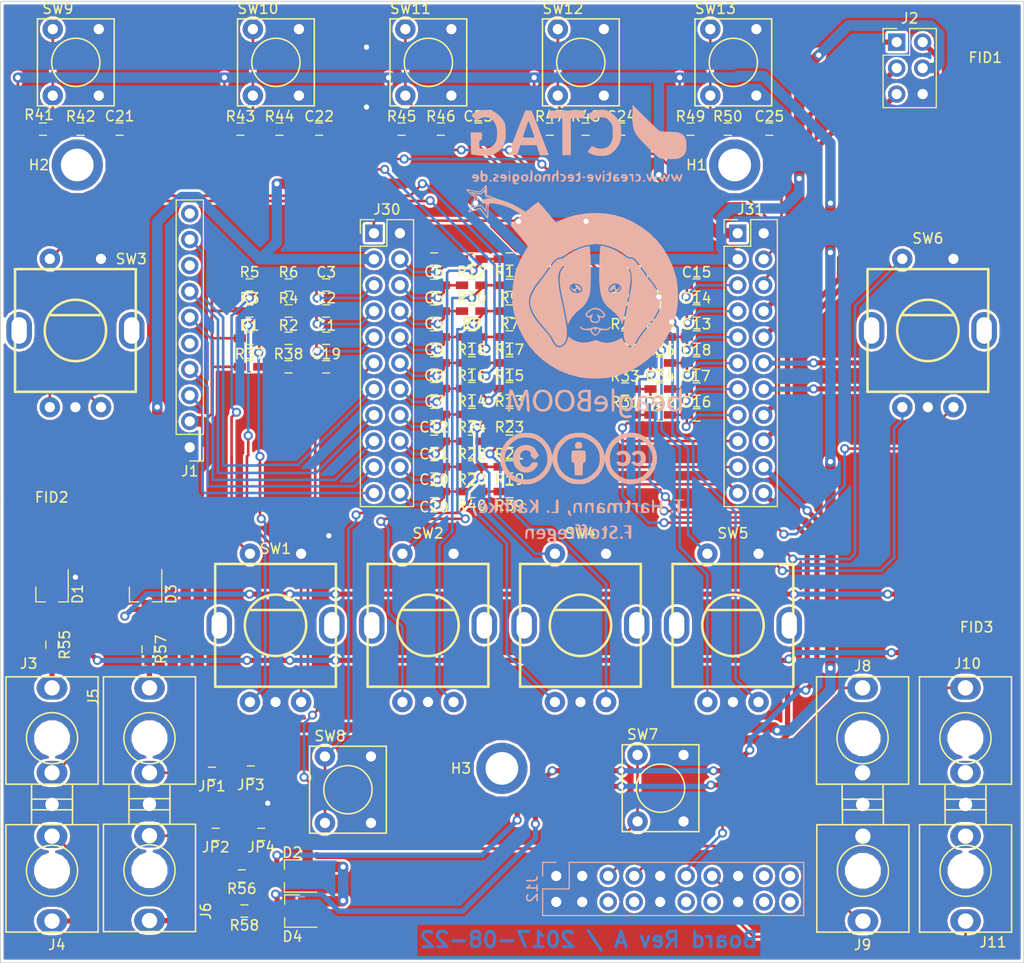
<source format=kicad_pcb>
(kicad_pcb (version 4) (host pcbnew 4.0.6)
  (layers (0 F.Cu signal) (31 B.Cu signal) (36 B.SilkS user) (37 F.SilkS user) (38 B.Mask user) (39 F.Mask user) (44 Edge.Cuts user))
  (net 0 "")
  (net 1 /encoders1)
  (net 2 GND)
  (net 3 /encoders0)
  (net 4 /button7)
  (net 5 /encoders3)
  (net 6 /encoders2)
  (net 7 /button8)
  (net 8 /encoders5)
  (net 9 /encoders4)
  (net 10 /button9)
  (net 11 /encoders7)
  (net 12 /encoders6)
  (net 13 /button10)
  (net 14 /encoders9)
  (net 15 /encoders8)
  (net 16 /button11)
  (net 17 /encoders11)
  (net 18 /encoders10)
  (net 19 /button12)
  (net 20 /button0)
  (net 21 /button1)
  (net 22 /button2)
  (net 23 /button3)
  (net 24 /button4)
  (net 25 /button5)
  (net 26 /button6)
  (net 27 +5V)
  (net 28 /analog2)
  (net 29 /analog6)
  (net 30 /analog3)
  (net 31 /analog7)
  (net 32 +3V3)
  (net 33 /Addon_LCD_D/C)
  (net 34 /Addon_LCD_RESET)
  (net 35 "Net-(J1-Pad5)")
  (net 36 /Addon_LCD_CS)
  (net 37 /Addon_LCD_MOSI)
  (net 38 "Net-(J1-Pad8)")
  (net 39 /Addon_LCD_CLK)
  (net 40 "Net-(J1-Pad10)")
  (net 41 /analog0)
  (net 42 /analog5)
  (net 43 /analog1)
  (net 44 /analog4)
  (net 45 "Net-(J3-Pad2)")
  (net 46 "Net-(J3-Pad1)")
  (net 47 "Net-(J4-Pad2)")
  (net 48 "Net-(J4-Pad1)")
  (net 49 "Net-(J5-Pad2)")
  (net 50 "Net-(J5-Pad1)")
  (net 51 "Net-(J6-Pad2)")
  (net 52 "Net-(J6-Pad1)")
  (net 53 "Net-(J12-Pad5)")
  (net 54 "Net-(J12-Pad7)")
  (net 55 "Net-(J10-Pad2)")
  (net 56 "Net-(J10-Pad1)")
  (net 57 "Net-(J11-Pad2)")
  (net 58 "Net-(J11-Pad1)")
  (net 59 "Net-(J12-Pad6)")
  (net 60 "Net-(J12-Pad8)")
  (net 61 "Net-(J12-Pad12)")
  (net 62 "Net-(J12-Pad14)")
  (net 63 "Net-(J12-Pad17)")
  (net 64 "Net-(J12-Pad18)")
  (net 65 "Net-(J12-Pad19)")
  (net 66 "Net-(J12-Pad20)")
  (net 67 /UI/Sheet59818EE0/sheet598191EF/A)
  (net 68 /UI/Sheet59818EE0/sheet5981994F/A)
  (net 69 /UI/Sheet59818EE0/sheet59819DEB/A)
  (net 70 /UI/sheet5981BCBF/sheet598191EF/A)
  (net 71 /UI/sheet5981BCBF/sheet5981994F/A)
  (net 72 /UI/sheet5981BCBF/sheet59819DEB/A)
  (net 73 /UI/sheet5981BE21/sheet598191EF/A)
  (net 74 /UI/sheet5981BE21/sheet5981994F/A)
  (net 75 /UI/sheet5981BE21/sheet59819DEB/A)
  (net 76 /UI/sheet5981BFDD/sheet598191EF/A)
  (net 77 /UI/sheet5981BFDD/sheet5981994F/A)
  (net 78 /UI/sheet5981BFDD/sheet59819DEB/A)
  (net 79 /UI/sheet5981C561/sheet598191EF/A)
  (net 80 /UI/sheet5981C561/sheet5981994F/A)
  (net 81 /UI/sheet5981C561/sheet59819DEB/A)
  (net 82 /UI/sheet5981C76E/sheet598191EF/A)
  (net 83 /UI/sheet5981C76E/sheet5981994F/A)
  (net 84 /UI/sheet5981C76E/sheet59819DEB/A)
  (net 85 /UI/Sheet5981D5D9/sheet5981D9E5/A)
  (net 86 /UI/sheet5981FF0E/sheet5981D9E5/A)
  (net 87 /UI/sheet5981FFD8/sheet5981D9E5/A)
  (net 88 /UI/sheet598200A2/sheet5981D9E5/A)
  (net 89 /UI/sheet598202F9/sheet5981D9E5/A)
  (net 90 /UI/sheet598203D2/sheet5981D9E5/A)
  (net 91 /UI/sheet598204B4/sheet5981D9E5/A)
  (module Capacitors_SMD:C_0603_HandSoldering (layer F.Cu) (at 129.831 83.942)
    (fp_text reference C1 (at 0 -1.25) (layer F.SilkS))
    (fp_text value 100nF)
    (pad 1 smd rect (at -0.95 0) (size 1.2 0.75) (layers F.Cu F.Mask) (net 1 /encoders1))
    (pad 2 smd rect (at 0.95 0) (size 1.2 0.75) (layers F.Cu F.Mask) (net 2 GND))
  )
  (module Capacitors_SMD:C_0603_HandSoldering (layer F.Cu) (at 129.831 81.275)
    (fp_text reference C2 (at 0 -1.25) (layer F.SilkS))
    (fp_text value 100nF)
    (pad 1 smd rect (at -0.95 0) (size 1.2 0.75) (layers F.Cu F.Mask) (net 3 /encoders0))
    (pad 2 smd rect (at 0.95 0) (size 1.2 0.75) (layers F.Cu F.Mask) (net 2 GND))
  )
  (module Capacitors_SMD:C_0603_HandSoldering (layer F.Cu) (at 129.831 78.735)
    (fp_text reference C3 (at 0 -1.25) (layer F.SilkS))
    (fp_text value 100nF)
    (pad 1 smd rect (at -0.95 0) (size 1.2 0.75) (layers F.Cu F.Mask) (net 4 /button7))
    (pad 2 smd rect (at 0.95 0) (size 1.2 0.75) (layers F.Cu F.Mask) (net 2 GND))
  )
  (module Capacitors_SMD:C_0603_HandSoldering (layer F.Cu) (at 140.372 81.288554 180)
    (fp_text reference C4 (at 0 -1.25 180) (layer F.SilkS))
    (fp_text value 100nF)
    (pad 1 smd rect (at -0.95 0 180) (size 1.2 0.75) (layers F.Cu F.Mask) (net 5 /encoders3))
    (pad 2 smd rect (at 0.95 0 180) (size 1.2 0.75) (layers F.Cu F.Mask) (net 2 GND))
  )
  (module Capacitors_SMD:C_0603_HandSoldering (layer F.Cu) (at 140.372 78.762777 180)
    (fp_text reference C5 (at 0 -1.25 180) (layer F.SilkS))
    (fp_text value 100nF)
    (pad 1 smd rect (at -0.95 0 180) (size 1.2 0.75) (layers F.Cu F.Mask) (net 6 /encoders2))
    (pad 2 smd rect (at 0.95 0 180) (size 1.2 0.75) (layers F.Cu F.Mask) (net 2 GND))
  )
  (module Capacitors_SMD:C_0603_HandSoldering (layer F.Cu) (at 140.372 76.195 180)
    (fp_text reference C6 (at 0 -1.25 180) (layer F.SilkS))
    (fp_text value 100nF)
    (pad 1 smd rect (at -0.95 0 180) (size 1.2 0.75) (layers F.Cu F.Mask) (net 7 /button8))
    (pad 2 smd rect (at 0.95 0 180) (size 1.2 0.75) (layers F.Cu F.Mask) (net 2 GND))
  )
  (module Capacitors_SMD:C_0603_HandSoldering (layer F.Cu) (at 140.372 88.865885 180)
    (fp_text reference C7 (at 0 -1.25 180) (layer F.SilkS))
    (fp_text value 100nF)
    (pad 1 smd rect (at -0.95 0 180) (size 1.2 0.75) (layers F.Cu F.Mask) (net 8 /encoders5))
    (pad 2 smd rect (at 0.95 0 180) (size 1.2 0.75) (layers F.Cu F.Mask) (net 2 GND))
  )
  (module Capacitors_SMD:C_0603_HandSoldering (layer F.Cu) (at 140.372 86.355 180)
    (fp_text reference C8 (at 0 -1.25 180) (layer F.SilkS))
    (fp_text value 100nF)
    (pad 1 smd rect (at -0.95 0 180) (size 1.2 0.75) (layers F.Cu F.Mask) (net 9 /encoders4))
    (pad 2 smd rect (at 0.95 0 180) (size 1.2 0.75) (layers F.Cu F.Mask) (net 2 GND))
  )
  (module Capacitors_SMD:C_0603_HandSoldering (layer F.Cu) (at 140.372 83.814331 180)
    (fp_text reference C9 (at 0 -1.25 180) (layer F.SilkS))
    (fp_text value 100nF)
    (pad 1 smd rect (at -0.95 0 180) (size 1.2 0.75) (layers F.Cu F.Mask) (net 10 /button9))
    (pad 2 smd rect (at 0.95 0 180) (size 1.2 0.75) (layers F.Cu F.Mask) (net 2 GND))
  )
  (module Capacitors_SMD:C_0603_HandSoldering (layer F.Cu) (at 140.372 96.515 180)
    (fp_text reference C10 (at 0 -1.25 180) (layer F.SilkS))
    (fp_text value 100nF)
    (pad 1 smd rect (at -0.95 0 180) (size 1.2 0.75) (layers F.Cu F.Mask) (net 11 /encoders7))
    (pad 2 smd rect (at 0.95 0 180) (size 1.2 0.75) (layers F.Cu F.Mask) (net 2 GND))
  )
  (module Capacitors_SMD:C_0603_HandSoldering (layer F.Cu) (at 140.372 94.017 180)
    (fp_text reference C11 (at 0 -1.25 180) (layer F.SilkS))
    (fp_text value 100nF)
    (pad 1 smd rect (at -0.95 0 180) (size 1.2 0.75) (layers F.Cu F.Mask) (net 12 /encoders6))
    (pad 2 smd rect (at 0.95 0 180) (size 1.2 0.75) (layers F.Cu F.Mask) (net 2 GND))
  )
  (module Capacitors_SMD:C_0603_HandSoldering (layer F.Cu) (at 140.372 91.391662 180)
    (fp_text reference C12 (at 0 -1.25 180) (layer F.SilkS))
    (fp_text value 100nF)
    (pad 1 smd rect (at -0.95 0 180) (size 1.2 0.75) (layers F.Cu F.Mask) (net 13 /button10))
    (pad 2 smd rect (at 0.95 0 180) (size 1.2 0.75) (layers F.Cu F.Mask) (net 2 GND))
  )
  (module Capacitors_SMD:C_0603_HandSoldering (layer F.Cu) (at 166.028524 83.8158)
    (fp_text reference C13 (at 0 -1.25) (layer F.SilkS))
    (fp_text value 100nF)
    (pad 1 smd rect (at -0.95 0) (size 1.2 0.75) (layers F.Cu F.Mask) (net 14 /encoders9))
    (pad 2 smd rect (at 0.95 0) (size 1.2 0.75) (layers F.Cu F.Mask) (net 2 GND))
  )
  (module Capacitors_SMD:C_0603_HandSoldering (layer F.Cu) (at 166.028524 81.2754)
    (fp_text reference C14 (at 0 -1.25) (layer F.SilkS))
    (fp_text value 100nF)
    (pad 1 smd rect (at -0.95 0) (size 1.2 0.75) (layers F.Cu F.Mask) (net 15 /encoders8))
    (pad 2 smd rect (at 0.95 0) (size 1.2 0.75) (layers F.Cu F.Mask) (net 2 GND))
  )
  (module Capacitors_SMD:C_0603_HandSoldering (layer F.Cu) (at 166.028524 78.735)
    (fp_text reference C15 (at 0 -1.25) (layer F.SilkS))
    (fp_text value 100nF)
    (pad 1 smd rect (at -0.95 0) (size 1.2 0.75) (layers F.Cu F.Mask) (net 16 /button11))
    (pad 2 smd rect (at 0.95 0) (size 1.2 0.75) (layers F.Cu F.Mask) (net 2 GND))
  )
  (module Capacitors_SMD:C_0603_HandSoldering (layer F.Cu) (at 166.028524 91.437)
    (fp_text reference C16 (at 0 -1.25) (layer F.SilkS))
    (fp_text value 100nF)
    (pad 1 smd rect (at -0.95 0) (size 1.2 0.75) (layers F.Cu F.Mask) (net 17 /encoders11))
    (pad 2 smd rect (at 0.95 0) (size 1.2 0.75) (layers F.Cu F.Mask) (net 2 GND))
  )
  (module Capacitors_SMD:C_0603_HandSoldering (layer F.Cu) (at 166.028524 88.9061)
    (fp_text reference C17 (at -0.081524 -1.269) (layer F.SilkS))
    (fp_text value 100nF)
    (pad 1 smd rect (at -0.95 0) (size 1.2 0.75) (layers F.Cu F.Mask) (net 18 /encoders10))
    (pad 2 smd rect (at 0.95 0) (size 1.2 0.75) (layers F.Cu F.Mask) (net 2 GND))
  )
  (module Capacitors_SMD:C_0603_HandSoldering (layer F.Cu) (at 166.028524 86.3562)
    (fp_text reference C18 (at 0 -1.25) (layer F.SilkS))
    (fp_text value 100nF)
    (pad 1 smd rect (at -0.95 0) (size 1.2 0.75) (layers F.Cu F.Mask) (net 19 /button12))
    (pad 2 smd rect (at 0.95 0) (size 1.2 0.75) (layers F.Cu F.Mask) (net 2 GND))
  )
  (module Capacitors_SMD:C_0603_HandSoldering (layer F.Cu) (at 129.831 86.736)
    (fp_text reference C19 (at 0 -1.25) (layer F.SilkS))
    (fp_text value 100nF)
    (pad 1 smd rect (at -0.95 0) (size 1.2 0.75) (layers F.Cu F.Mask) (net 20 /button0))
    (pad 2 smd rect (at 0.95 0) (size 1.2 0.75) (layers F.Cu F.Mask) (net 2 GND))
  )
  (module Capacitors_SMD:C_0603_HandSoldering (layer F.Cu) (at 140.372 98.928 180)
    (fp_text reference C20 (at 0 -1.524 180) (layer F.SilkS))
    (fp_text value 100nF)
    (pad 1 smd rect (at -0.95 0 180) (size 1.2 0.75) (layers F.Cu F.Mask) (net 21 /button1))
    (pad 2 smd rect (at 0.95 0 180) (size 1.2 0.75) (layers F.Cu F.Mask) (net 2 GND))
  )
  (module Capacitors_SMD:C_0603_HandSoldering (layer F.Cu) (at 109.638 63.495)
    (fp_text reference C21 (at 0 -1.27) (layer F.SilkS))
    (fp_text value 100nF)
    (pad 1 smd rect (at -0.95 0) (size 1.2 0.75) (layers F.Cu F.Mask) (net 22 /button2))
    (pad 2 smd rect (at 0.95 0) (size 1.2 0.75) (layers F.Cu F.Mask) (net 2 GND))
  )
  (module Capacitors_SMD:C_0603_HandSoldering (layer F.Cu) (at 129.135 63.495)
    (fp_text reference C22 (at 0 -1.25) (layer F.SilkS))
    (fp_text value 100nF)
    (pad 1 smd rect (at -0.95 0) (size 1.2 0.75) (layers F.Cu F.Mask) (net 23 /button3))
    (pad 2 smd rect (at 0.95 0) (size 1.2 0.75) (layers F.Cu F.Mask) (net 2 GND))
  )
  (module Capacitors_SMD:C_0603_HandSoldering (layer F.Cu) (at 144.69 63.495)
    (fp_text reference C23 (at 0 -1.25) (layer F.SilkS))
    (fp_text value 100nF)
    (pad 1 smd rect (at -0.95 0) (size 1.2 0.75) (layers F.Cu F.Mask) (net 24 /button4))
    (pad 2 smd rect (at 0.95 0) (size 1.2 0.75) (layers F.Cu F.Mask) (net 2 GND))
  )
  (module Capacitors_SMD:C_0603_HandSoldering (layer F.Cu) (at 158.66 63.495)
    (fp_text reference C24 (at 0 -1.25) (layer F.SilkS))
    (fp_text value 100nF)
    (pad 1 smd rect (at -0.95 0) (size 1.2 0.75) (layers F.Cu F.Mask) (net 25 /button5))
    (pad 2 smd rect (at 0.95 0) (size 1.2 0.75) (layers F.Cu F.Mask) (net 2 GND))
  )
  (module Capacitors_SMD:C_0603_HandSoldering (layer F.Cu) (at 173.138 63.495)
    (fp_text reference C25 (at 0 -1.25) (layer F.SilkS))
    (fp_text value 100nF)
    (pad 1 smd rect (at -0.95 0) (size 1.2 0.75) (layers F.Cu F.Mask) (net 26 /button6))
    (pad 2 smd rect (at 0.95 0) (size 1.2 0.75) (layers F.Cu F.Mask) (net 2 GND))
  )
  (module TO_SOT_Packages_SMD:SOT-23_Handsoldering (layer F.Cu) (at 103.034 108.961 270)
    (fp_text reference D1 (at 0 -2.5 270) (layer F.SilkS))
    (fp_text value BAS70-04LT1G)
    (pad 1 smd rect (at -1.5 -0.95 270) (size 1.9 0.8) (layers F.Cu F.Mask) (net 2 GND))
    (pad 2 smd rect (at -1.5 0.95 270) (size 1.9 0.8) (layers F.Cu F.Mask) (net 27 +5V))
    (pad 3 smd rect (at 1.5 0 270) (size 1.9 0.8) (layers F.Cu F.Mask) (net 28 /analog2))
  )
  (module TO_SOT_Packages_SMD:SOT-23_Handsoldering (layer F.Cu) (at 126.505 136.52 180)
    (fp_text reference D2 (at 0 2.286 180) (layer F.SilkS))
    (fp_text value BAS70-04LT1G)
    (pad 1 smd rect (at -1.5 -0.95 180) (size 1.9 0.8) (layers F.Cu F.Mask) (net 2 GND))
    (pad 2 smd rect (at -1.5 0.95 180) (size 1.9 0.8) (layers F.Cu F.Mask) (net 27 +5V))
    (pad 3 smd rect (at 1.5 0 180) (size 1.9 0.8) (layers F.Cu F.Mask) (net 29 /analog6))
  )
  (module TO_SOT_Packages_SMD:SOT-23_Handsoldering (layer F.Cu) (at 112.178 108.961 270)
    (fp_text reference D3 (at 0 -2.5 270) (layer F.SilkS))
    (fp_text value BAS70-04LT1G)
    (pad 1 smd rect (at -1.5 -0.95 270) (size 1.9 0.8) (layers F.Cu F.Mask) (net 2 GND))
    (pad 2 smd rect (at -1.5 0.95 270) (size 1.9 0.8) (layers F.Cu F.Mask) (net 27 +5V))
    (pad 3 smd rect (at 1.5 0 270) (size 1.9 0.8) (layers F.Cu F.Mask) (net 30 /analog3))
  )
  (module TO_SOT_Packages_SMD:SOT-23_Handsoldering (layer F.Cu) (at 126.529 139.949 180)
    (fp_text reference D4 (at 0 -2.5 180) (layer F.SilkS))
    (fp_text value BAS70-04LT1G)
    (pad 1 smd rect (at -1.5 -0.95 180) (size 1.9 0.8) (layers F.Cu F.Mask) (net 2 GND))
    (pad 2 smd rect (at -1.5 0.95 180) (size 1.9 0.8) (layers F.Cu F.Mask) (net 27 +5V))
    (pad 3 smd rect (at 1.5 0 180) (size 1.9 0.8) (layers F.Cu F.Mask) (net 31 /analog7))
  )
  (module Pin_Headers:Pin_Header_Straight_1x10_Pitch2.54mm (layer F.Cu) (at 116.496 94.61 180)
    (fp_text reference J1 (at 0 -2.33 180) (layer F.SilkS))
    (fp_text value LCD-PINS)
    (pad 1 thru_hole rect (at 0 0 180) (size 1.7 1.7) (drill 1) (layers *.Cu *.Mask) (net 2 GND))
    (pad 2 thru_hole oval (at 0 2.54 180) (size 1.7 1.7) (drill 1) (layers *.Cu *.Mask) (net 32 +3V3))
    (pad 3 thru_hole oval (at 0 5.08 180) (size 1.7 1.7) (drill 1) (layers *.Cu *.Mask) (net 33 /Addon_LCD_D/C))
    (pad 4 thru_hole oval (at 0 7.62 180) (size 1.7 1.7) (drill 1) (layers *.Cu *.Mask) (net 34 /Addon_LCD_RESET))
    (pad 5 thru_hole oval (at 0 10.16 180) (size 1.7 1.7) (drill 1) (layers *.Cu *.Mask) (net 35 "Net-(J1-Pad5)"))
    (pad 6 thru_hole oval (at 0 12.7 180) (size 1.7 1.7) (drill 1) (layers *.Cu *.Mask) (net 36 /Addon_LCD_CS))
    (pad 7 thru_hole oval (at 0 15.24 180) (size 1.7 1.7) (drill 1) (layers *.Cu *.Mask) (net 37 /Addon_LCD_MOSI))
    (pad 8 thru_hole oval (at 0 17.78 180) (size 1.7 1.7) (drill 1) (layers *.Cu *.Mask) (net 38 "Net-(J1-Pad8)"))
    (pad 9 thru_hole oval (at 0 20.32 180) (size 1.7 1.7) (drill 1) (layers *.Cu *.Mask) (net 39 /Addon_LCD_CLK))
    (pad 10 thru_hole oval (at 0 22.86 180) (size 1.7 1.7) (drill 1) (layers *.Cu *.Mask) (net 40 "Net-(J1-Pad10)"))
  )
  (module Pin_Headers:Pin_Header_Straight_2x03_Pitch2.54mm (layer F.Cu) (at 185.584 54.986)
    (fp_text reference J2 (at 1.27 -2.33) (layer F.SilkS))
    (fp_text value CONN_02X03)
    (pad 1 thru_hole rect (at 0 0) (size 1.7 1.7) (drill 1) (layers *.Cu *.Mask) (net 41 /analog0))
    (pad 2 thru_hole oval (at 2.54 0) (size 1.7 1.7) (drill 1) (layers *.Cu *.Mask) (net 42 /analog5))
    (pad 3 thru_hole oval (at 0 2.54) (size 1.7 1.7) (drill 1) (layers *.Cu *.Mask) (net 43 /analog1))
    (pad 4 thru_hole oval (at 2.54 2.54) (size 1.7 1.7) (drill 1) (layers *.Cu *.Mask) (net 27 +5V))
    (pad 5 thru_hole oval (at 0 5.08) (size 1.7 1.7) (drill 1) (layers *.Cu *.Mask) (net 44 /analog4))
    (pad 6 thru_hole oval (at 2.54 5.08) (size 1.7 1.7) (drill 1) (layers *.Cu *.Mask) (net 2 GND))
  )
  (module connectors:THONKICONN (layer F.Cu) (at 103.034 123.048)
    (fp_text reference J3 (at -2.284 -7.298 180) (layer F.SilkS))
    (fp_text value CV1)
    (pad "" np_thru_hole circle (at 0 0) (size 3 3) (drill 3) (layers *.Cu *.Mask))
    (pad 3 thru_hole oval (at 0 6.48) (size 3 2.3) (drill 1.3) (layers *.Cu *.Mask) (net 2 GND))
    (pad 2 thru_hole oval (at 0 3.38) (size 3 2.3) (drill 1.5) (layers *.Cu *.Mask) (net 45 "Net-(J3-Pad2)"))
    (pad 1 thru_hole oval (at 0 -4.92) (size 3 2.3) (drill 1.5) (layers *.Cu *.Mask) (net 46 "Net-(J3-Pad1)"))
  )
  (module connectors:THONKICONN (layer F.Cu) (at 103.034 136.008 180)
    (fp_text reference J4 (at -0.466 -7.242 360) (layer F.SilkS))
    (fp_text value GATE1)
    (pad "" np_thru_hole circle (at 0 0 180) (size 3 3) (drill 3) (layers *.Cu *.Mask))
    (pad 3 thru_hole oval (at 0 6.48 180) (size 3 2.3) (drill 1.3) (layers *.Cu *.Mask) (net 2 GND))
    (pad 2 thru_hole oval (at 0 3.38 180) (size 3 2.3) (drill 1.5) (layers *.Cu *.Mask) (net 47 "Net-(J4-Pad2)"))
    (pad 1 thru_hole oval (at 0 -4.92 180) (size 3 2.3) (drill 1.5) (layers *.Cu *.Mask) (net 48 "Net-(J4-Pad1)"))
  )
  (module connectors:THONKICONN (layer F.Cu) (at 112.559 123.048)
    (fp_text reference J5 (at -5.5 -4 90) (layer F.SilkS))
    (fp_text value CV2)
    (pad "" np_thru_hole circle (at 0 0) (size 3 3) (drill 3) (layers *.Cu *.Mask))
    (pad 3 thru_hole oval (at 0 6.48) (size 3 2.3) (drill 1.3) (layers *.Cu *.Mask) (net 2 GND))
    (pad 2 thru_hole oval (at 0 3.38) (size 3 2.3) (drill 1.5) (layers *.Cu *.Mask) (net 49 "Net-(J5-Pad2)"))
    (pad 1 thru_hole oval (at 0 -4.92) (size 3 2.3) (drill 1.5) (layers *.Cu *.Mask) (net 50 "Net-(J5-Pad1)"))
  )
  (module connectors:THONKICONN (layer F.Cu) (at 112.559 135.963 180)
    (fp_text reference J6 (at -5.5 -4 270) (layer F.SilkS))
    (fp_text value GATE2)
    (pad "" np_thru_hole circle (at 0 0 180) (size 3 3) (drill 3) (layers *.Cu *.Mask))
    (pad 3 thru_hole oval (at 0 6.48 180) (size 3 2.3) (drill 1.3) (layers *.Cu *.Mask) (net 2 GND))
    (pad 2 thru_hole oval (at 0 3.38 180) (size 3 2.3) (drill 1.5) (layers *.Cu *.Mask) (net 51 "Net-(J6-Pad2)"))
    (pad 1 thru_hole oval (at 0 -4.92 180) (size 3 2.3) (drill 1.5) (layers *.Cu *.Mask) (net 52 "Net-(J6-Pad1)"))
  )
  (module connectors:THONKICONN (layer F.Cu) (at 182.25 123.048)
    (fp_text reference J8 (at 0 -7.048 180) (layer F.SilkS))
    (fp_text value A_IN0)
    (pad "" np_thru_hole circle (at 0 0) (size 3 3) (drill 3) (layers *.Cu *.Mask))
    (pad 3 thru_hole oval (at 0 6.48) (size 3 2.3) (drill 1.3) (layers *.Cu *.Mask) (net 2 GND))
    (pad 2 thru_hole oval (at 0 3.38) (size 3 2.3) (drill 1.5) (layers *.Cu *.Mask) (net 2 GND))
    (pad 1 thru_hole oval (at 0 -4.92) (size 3 2.3) (drill 1.5) (layers *.Cu *.Mask) (net 53 "Net-(J12-Pad5)"))
  )
  (module connectors:THONKICONN (layer F.Cu) (at 182.282 136.012 180)
    (fp_text reference J9 (at 0.032 -7.238 360) (layer F.SilkS))
    (fp_text value A_IN1)
    (pad "" np_thru_hole circle (at 0 0 180) (size 3 3) (drill 3) (layers *.Cu *.Mask))
    (pad 3 thru_hole oval (at 0 6.48 180) (size 3 2.3) (drill 1.3) (layers *.Cu *.Mask) (net 2 GND))
    (pad 2 thru_hole oval (at 0 3.38 180) (size 3 2.3) (drill 1.5) (layers *.Cu *.Mask) (net 2 GND))
    (pad 1 thru_hole oval (at 0 -4.92 180) (size 3 2.3) (drill 1.5) (layers *.Cu *.Mask) (net 54 "Net-(J12-Pad7)"))
  )
  (module connectors:THONKICONN (layer F.Cu) (at 192.304 123.048)
    (fp_text reference J10 (at 0.196 -7.298 180) (layer F.SilkS))
    (fp_text value A_OUT0)
    (pad "" np_thru_hole circle (at 0 0) (size 3 3) (drill 3) (layers *.Cu *.Mask))
    (pad 3 thru_hole oval (at 0 6.48) (size 3 2.3) (drill 1.3) (layers *.Cu *.Mask) (net 2 GND))
    (pad 2 thru_hole oval (at 0 3.38) (size 3 2.3) (drill 1.5) (layers *.Cu *.Mask) (net 55 "Net-(J10-Pad2)"))
    (pad 1 thru_hole oval (at 0 -4.92) (size 3 2.3) (drill 1.5) (layers *.Cu *.Mask) (net 56 "Net-(J10-Pad1)"))
  )
  (module connectors:THONKICONN (layer F.Cu) (at 192.315 136.012 180)
    (fp_text reference J11 (at -2.685 -6.988 360) (layer F.SilkS))
    (fp_text value A_OUT1)
    (pad "" np_thru_hole circle (at 0 0 180) (size 3 3) (drill 3) (layers *.Cu *.Mask))
    (pad 3 thru_hole oval (at 0 6.48 180) (size 3 2.3) (drill 1.3) (layers *.Cu *.Mask) (net 2 GND))
    (pad 2 thru_hole oval (at 0 3.38 180) (size 3 2.3) (drill 1.5) (layers *.Cu *.Mask) (net 57 "Net-(J11-Pad2)"))
    (pad 1 thru_hole oval (at 0 -4.92 180) (size 3 2.3) (drill 1.5) (layers *.Cu *.Mask) (net 58 "Net-(J11-Pad1)"))
  )
  (module Pin_Headers:Pin_Header_Straight_2x10_Pitch2.54mm (layer B.Cu) (at 152.31 136.52 270)
    (fp_text reference J12 (at 1.27 2.33 270) (layer B.SilkS) (effects (justify mirror)))
    (fp_text value "audio i/o")
    (pad 1 thru_hole rect (at 0 0 270) (size 1.7 1.7) (drill 1) (layers *.Cu *.Mask) (net 2 GND))
    (pad 2 thru_hole oval (at 2.54 0 270) (size 1.7 1.7) (drill 1) (layers *.Cu *.Mask) (net 2 GND))
    (pad 3 thru_hole oval (at 0 -2.54 270) (size 1.7 1.7) (drill 1) (layers *.Cu *.Mask) (net 2 GND))
    (pad 4 thru_hole oval (at 2.54 -2.54 270) (size 1.7 1.7) (drill 1) (layers *.Cu *.Mask) (net 2 GND))
    (pad 5 thru_hole oval (at 0 -5.08 270) (size 1.7 1.7) (drill 1) (layers *.Cu *.Mask) (net 53 "Net-(J12-Pad5)"))
    (pad 6 thru_hole oval (at 2.54 -5.08 270) (size 1.7 1.7) (drill 1) (layers *.Cu *.Mask) (net 59 "Net-(J12-Pad6)"))
    (pad 7 thru_hole oval (at 0 -7.62 270) (size 1.7 1.7) (drill 1) (layers *.Cu *.Mask) (net 54 "Net-(J12-Pad7)"))
    (pad 8 thru_hole oval (at 2.54 -7.62 270) (size 1.7 1.7) (drill 1) (layers *.Cu *.Mask) (net 60 "Net-(J12-Pad8)"))
    (pad 9 thru_hole oval (at 0 -10.16 270) (size 1.7 1.7) (drill 1) (layers *.Cu *.Mask) (net 2 GND))
    (pad 10 thru_hole oval (at 2.54 -10.16 270) (size 1.7 1.7) (drill 1) (layers *.Cu *.Mask) (net 2 GND))
    (pad 11 thru_hole oval (at 0 -12.7 270) (size 1.7 1.7) (drill 1) (layers *.Cu *.Mask) (net 56 "Net-(J10-Pad1)"))
    (pad 12 thru_hole oval (at 2.54 -12.7 270) (size 1.7 1.7) (drill 1) (layers *.Cu *.Mask) (net 61 "Net-(J12-Pad12)"))
    (pad 13 thru_hole oval (at 0 -15.24 270) (size 1.7 1.7) (drill 1) (layers *.Cu *.Mask) (net 58 "Net-(J11-Pad1)"))
    (pad 14 thru_hole oval (at 2.54 -15.24 270) (size 1.7 1.7) (drill 1) (layers *.Cu *.Mask) (net 62 "Net-(J12-Pad14)"))
    (pad 15 thru_hole oval (at 0 -17.78 270) (size 1.7 1.7) (drill 1) (layers *.Cu *.Mask) (net 2 GND))
    (pad 16 thru_hole oval (at 2.54 -17.78 270) (size 1.7 1.7) (drill 1) (layers *.Cu *.Mask) (net 2 GND))
    (pad 17 thru_hole oval (at 0 -20.32 270) (size 1.7 1.7) (drill 1) (layers *.Cu *.Mask) (net 63 "Net-(J12-Pad17)"))
    (pad 18 thru_hole oval (at 2.54 -20.32 270) (size 1.7 1.7) (drill 1) (layers *.Cu *.Mask) (net 64 "Net-(J12-Pad18)"))
    (pad 19 thru_hole oval (at 0 -22.86 270) (size 1.7 1.7) (drill 1) (layers *.Cu *.Mask) (net 65 "Net-(J12-Pad19)"))
    (pad 20 thru_hole oval (at 2.54 -22.86 270) (size 1.7 1.7) (drill 1) (layers *.Cu *.Mask) (net 66 "Net-(J12-Pad20)"))
  )
  (module Pin_Headers:Pin_Header_Straight_2x11_Pitch2.54mm (layer F.Cu) (at 134.495 73.676)
    (fp_text reference J30 (at 1.27 -2.33) (layer F.SilkS))
    (fp_text value "Addon A")
    (pad 1 thru_hole rect (at 0 0) (size 1.7 1.7) (drill 1) (layers *.Cu *.Mask) (net 32 +3V3))
    (pad 2 thru_hole oval (at 2.54 0) (size 1.7 1.7) (drill 1) (layers *.Cu *.Mask) (net 2 GND))
    (pad 3 thru_hole oval (at 0 2.54) (size 1.7 1.7) (drill 1) (layers *.Cu *.Mask) (net 27 +5V))
    (pad 4 thru_hole oval (at 2.54 2.54) (size 1.7 1.7) (drill 1) (layers *.Cu *.Mask) (net 7 /button8))
    (pad 5 thru_hole oval (at 0 5.08) (size 1.7 1.7) (drill 1) (layers *.Cu *.Mask) (net 4 /button7))
    (pad 6 thru_hole oval (at 2.54 5.08) (size 1.7 1.7) (drill 1) (layers *.Cu *.Mask) (net 6 /encoders2))
    (pad 7 thru_hole oval (at 0 7.62) (size 1.7 1.7) (drill 1) (layers *.Cu *.Mask) (net 3 /encoders0))
    (pad 8 thru_hole oval (at 2.54 7.62) (size 1.7 1.7) (drill 1) (layers *.Cu *.Mask) (net 5 /encoders3))
    (pad 9 thru_hole oval (at 0 10.16) (size 1.7 1.7) (drill 1) (layers *.Cu *.Mask) (net 1 /encoders1))
    (pad 10 thru_hole oval (at 2.54 10.16) (size 1.7 1.7) (drill 1) (layers *.Cu *.Mask) (net 10 /button9))
    (pad 11 thru_hole oval (at 0 12.7) (size 1.7 1.7) (drill 1) (layers *.Cu *.Mask) (net 20 /button0))
    (pad 12 thru_hole oval (at 2.54 12.7) (size 1.7 1.7) (drill 1) (layers *.Cu *.Mask) (net 9 /encoders4))
    (pad 13 thru_hole oval (at 0 15.24) (size 1.7 1.7) (drill 1) (layers *.Cu *.Mask) (net 39 /Addon_LCD_CLK))
    (pad 14 thru_hole oval (at 2.54 15.24) (size 1.7 1.7) (drill 1) (layers *.Cu *.Mask) (net 8 /encoders5))
    (pad 15 thru_hole oval (at 0 17.78) (size 1.7 1.7) (drill 1) (layers *.Cu *.Mask) (net 37 /Addon_LCD_MOSI))
    (pad 16 thru_hole oval (at 2.54 17.78) (size 1.7 1.7) (drill 1) (layers *.Cu *.Mask) (net 13 /button10))
    (pad 17 thru_hole oval (at 0 20.32) (size 1.7 1.7) (drill 1) (layers *.Cu *.Mask) (net 36 /Addon_LCD_CS))
    (pad 18 thru_hole oval (at 2.54 20.32) (size 1.7 1.7) (drill 1) (layers *.Cu *.Mask) (net 12 /encoders6))
    (pad 19 thru_hole oval (at 0 22.86) (size 1.7 1.7) (drill 1) (layers *.Cu *.Mask) (net 34 /Addon_LCD_RESET))
    (pad 20 thru_hole oval (at 2.54 22.86) (size 1.7 1.7) (drill 1) (layers *.Cu *.Mask) (net 11 /encoders7))
    (pad 21 thru_hole oval (at 0 25.4) (size 1.7 1.7) (drill 1) (layers *.Cu *.Mask) (net 33 /Addon_LCD_D/C))
    (pad 22 thru_hole oval (at 2.54 25.4) (size 1.7 1.7) (drill 1) (layers *.Cu *.Mask) (net 21 /button1))
  )
  (module Pin_Headers:Pin_Header_Straight_2x11_Pitch2.54mm (layer F.Cu) (at 170.045 73.676)
    (fp_text reference J31 (at 1.27 -2.33) (layer F.SilkS))
    (fp_text value "Addon B")
    (pad 1 thru_hole rect (at 0 0) (size 1.7 1.7) (drill 1) (layers *.Cu *.Mask) (net 32 +3V3))
    (pad 2 thru_hole oval (at 2.54 0) (size 1.7 1.7) (drill 1) (layers *.Cu *.Mask) (net 2 GND))
    (pad 3 thru_hole oval (at 0 2.54) (size 1.7 1.7) (drill 1) (layers *.Cu *.Mask) (net 27 +5V))
    (pad 4 thru_hole oval (at 2.54 2.54) (size 1.7 1.7) (drill 1) (layers *.Cu *.Mask) (net 25 /button5))
    (pad 5 thru_hole oval (at 0 5.08) (size 1.7 1.7) (drill 1) (layers *.Cu *.Mask) (net 16 /button11))
    (pad 6 thru_hole oval (at 2.54 5.08) (size 1.7 1.7) (drill 1) (layers *.Cu *.Mask) (net 26 /button6))
    (pad 7 thru_hole oval (at 0 7.62) (size 1.7 1.7) (drill 1) (layers *.Cu *.Mask) (net 15 /encoders8))
    (pad 8 thru_hole oval (at 2.54 7.62) (size 1.7 1.7) (drill 1) (layers *.Cu *.Mask) (net 41 /analog0))
    (pad 9 thru_hole oval (at 0 10.16) (size 1.7 1.7) (drill 1) (layers *.Cu *.Mask) (net 14 /encoders9))
    (pad 10 thru_hole oval (at 2.54 10.16) (size 1.7 1.7) (drill 1) (layers *.Cu *.Mask) (net 43 /analog1))
    (pad 11 thru_hole oval (at 0 12.7) (size 1.7 1.7) (drill 1) (layers *.Cu *.Mask) (net 19 /button12))
    (pad 12 thru_hole oval (at 2.54 12.7) (size 1.7 1.7) (drill 1) (layers *.Cu *.Mask) (net 28 /analog2))
    (pad 13 thru_hole oval (at 0 15.24) (size 1.7 1.7) (drill 1) (layers *.Cu *.Mask) (net 18 /encoders10))
    (pad 14 thru_hole oval (at 2.54 15.24) (size 1.7 1.7) (drill 1) (layers *.Cu *.Mask) (net 30 /analog3))
    (pad 15 thru_hole oval (at 0 17.78) (size 1.7 1.7) (drill 1) (layers *.Cu *.Mask) (net 17 /encoders11))
    (pad 16 thru_hole oval (at 2.54 17.78) (size 1.7 1.7) (drill 1) (layers *.Cu *.Mask) (net 44 /analog4))
    (pad 17 thru_hole oval (at 0 20.32) (size 1.7 1.7) (drill 1) (layers *.Cu *.Mask) (net 22 /button2))
    (pad 18 thru_hole oval (at 2.54 20.32) (size 1.7 1.7) (drill 1) (layers *.Cu *.Mask) (net 42 /analog5))
    (pad 19 thru_hole oval (at 0 22.86) (size 1.7 1.7) (drill 1) (layers *.Cu *.Mask) (net 23 /button3))
    (pad 20 thru_hole oval (at 2.54 22.86) (size 1.7 1.7) (drill 1) (layers *.Cu *.Mask) (net 29 /analog6))
    (pad 21 thru_hole oval (at 0 25.4) (size 1.7 1.7) (drill 1) (layers *.Cu *.Mask) (net 24 /button4))
    (pad 22 thru_hole oval (at 2.54 25.4) (size 1.7 1.7) (drill 1) (layers *.Cu *.Mask) (net 31 /analog7))
  )
  (module Capacitors_SMD:C_0603_HandSoldering (layer F.Cu) (at 119.036 132.456 180)
    (fp_text reference JP2 (at 0 -1.25 180) (layer F.SilkS))
    (fp_text value 0R)
    (pad 1 smd rect (at -0.95 0 180) (size 1.2 0.75) (layers F.Cu F.Mask) (net 2 GND))
    (pad 2 smd rect (at 0.95 0 180) (size 1.2 0.75) (layers F.Cu F.Mask) (net 47 "Net-(J4-Pad2)"))
  )
  (module Capacitors_SMD:C_0603_HandSoldering (layer F.Cu) (at 122.465 126.36 180)
    (fp_text reference JP3 (at 0 -1.25 180) (layer F.SilkS))
    (fp_text value 0R)
    (pad 1 smd rect (at -0.95 0 180) (size 1.2 0.75) (layers F.Cu F.Mask) (net 2 GND))
    (pad 2 smd rect (at 0.95 0 180) (size 1.2 0.75) (layers F.Cu F.Mask) (net 49 "Net-(J5-Pad2)"))
  )
  (module Capacitors_SMD:C_0603_HandSoldering (layer F.Cu) (at 123.481 132.456 180)
    (fp_text reference JP4 (at 0 -1.25 180) (layer F.SilkS))
    (fp_text value 0R)
    (pad 1 smd rect (at -0.95 0 180) (size 1.2 0.75) (layers F.Cu F.Mask) (net 2 GND))
    (pad 2 smd rect (at 0.95 0 180) (size 1.2 0.75) (layers F.Cu F.Mask) (net 51 "Net-(J6-Pad2)"))
  )
  (module Capacitors_SMD:C_0603_HandSoldering (layer F.Cu) (at 122.338 83.942)
    (fp_text reference R1 (at 0 -1.25) (layer F.SilkS))
    (fp_text value 10k)
    (pad 1 smd rect (at -0.95 0) (size 1.2 0.75) (layers F.Cu F.Mask) (net 32 +3V3))
    (pad 2 smd rect (at 0.95 0) (size 1.2 0.75) (layers F.Cu F.Mask) (net 67 /UI/Sheet59818EE0/sheet598191EF/A))
  )
  (module Capacitors_SMD:C_0603_HandSoldering (layer F.Cu) (at 126.148 83.942)
    (fp_text reference R2 (at 0 -1.25) (layer F.SilkS))
    (fp_text value 510R)
    (pad 1 smd rect (at -0.95 0) (size 1.2 0.75) (layers F.Cu F.Mask) (net 67 /UI/Sheet59818EE0/sheet598191EF/A))
    (pad 2 smd rect (at 0.95 0) (size 1.2 0.75) (layers F.Cu F.Mask) (net 1 /encoders1))
  )
  (module Capacitors_SMD:C_0603_HandSoldering (layer F.Cu) (at 122.338 81.275)
    (fp_text reference R3 (at 0 -1.25) (layer F.SilkS))
    (fp_text value 10k)
    (pad 1 smd rect (at -0.95 0) (size 1.2 0.75) (layers F.Cu F.Mask) (net 32 +3V3))
    (pad 2 smd rect (at 0.95 0) (size 1.2 0.75) (layers F.Cu F.Mask) (net 68 /UI/Sheet59818EE0/sheet5981994F/A))
  )
  (module Capacitors_SMD:C_0603_HandSoldering (layer F.Cu) (at 126.148 81.275)
    (fp_text reference R4 (at 0 -1.25) (layer F.SilkS))
    (fp_text value 510R)
    (pad 1 smd rect (at -0.95 0) (size 1.2 0.75) (layers F.Cu F.Mask) (net 68 /UI/Sheet59818EE0/sheet5981994F/A))
    (pad 2 smd rect (at 0.95 0) (size 1.2 0.75) (layers F.Cu F.Mask) (net 3 /encoders0))
  )
  (module Capacitors_SMD:C_0603_HandSoldering (layer F.Cu) (at 122.338 78.735)
    (fp_text reference R5 (at 0 -1.25) (layer F.SilkS))
    (fp_text value 10k)
    (pad 1 smd rect (at -0.95 0) (size 1.2 0.75) (layers F.Cu F.Mask) (net 32 +3V3))
    (pad 2 smd rect (at 0.95 0) (size 1.2 0.75) (layers F.Cu F.Mask) (net 69 /UI/Sheet59818EE0/sheet59819DEB/A))
  )
  (module Capacitors_SMD:C_0603_HandSoldering (layer F.Cu) (at 126.148 78.735)
    (fp_text reference R6 (at 0 -1.25) (layer F.SilkS))
    (fp_text value 510R)
    (pad 1 smd rect (at -0.95 0) (size 1.2 0.75) (layers F.Cu F.Mask) (net 69 /UI/Sheet59818EE0/sheet59819DEB/A))
    (pad 2 smd rect (at 0.95 0) (size 1.2 0.75) (layers F.Cu F.Mask) (net 4 /button7))
  )
  (module Capacitors_SMD:C_0603_HandSoldering (layer F.Cu) (at 147.738 81.288554 180)
    (fp_text reference R7 (at 0 -1.25 180) (layer F.SilkS))
    (fp_text value 10k)
    (pad 1 smd rect (at -0.95 0 180) (size 1.2 0.75) (layers F.Cu F.Mask) (net 32 +3V3))
    (pad 2 smd rect (at 0.95 0 180) (size 1.2 0.75) (layers F.Cu F.Mask) (net 70 /UI/sheet5981BCBF/sheet598191EF/A))
  )
  (module Capacitors_SMD:C_0603_HandSoldering (layer F.Cu) (at 144.055 81.288554 180)
    (fp_text reference R8 (at 0 -1.25 180) (layer F.SilkS))
    (fp_text value 510R)
    (pad 1 smd rect (at -0.95 0 180) (size 1.2 0.75) (layers F.Cu F.Mask) (net 70 /UI/sheet5981BCBF/sheet598191EF/A))
    (pad 2 smd rect (at 0.95 0 180) (size 1.2 0.75) (layers F.Cu F.Mask) (net 5 /encoders3))
  )
  (module Capacitors_SMD:C_0603_HandSoldering (layer F.Cu) (at 147.738 78.762777 180)
    (fp_text reference R9 (at 0 -1.25 180) (layer F.SilkS))
    (fp_text value 10k)
    (pad 1 smd rect (at -0.95 0 180) (size 1.2 0.75) (layers F.Cu F.Mask) (net 32 +3V3))
    (pad 2 smd rect (at 0.95 0 180) (size 1.2 0.75) (layers F.Cu F.Mask) (net 71 /UI/sheet5981BCBF/sheet5981994F/A))
  )
  (module Capacitors_SMD:C_0603_HandSoldering (layer F.Cu) (at 144.055 78.762777 180)
    (fp_text reference R10 (at 0 -1.25 180) (layer F.SilkS))
    (fp_text value 510R)
    (pad 1 smd rect (at -0.95 0 180) (size 1.2 0.75) (layers F.Cu F.Mask) (net 71 /UI/sheet5981BCBF/sheet5981994F/A))
    (pad 2 smd rect (at 0.95 0 180) (size 1.2 0.75) (layers F.Cu F.Mask) (net 6 /encoders2))
  )
  (module Capacitors_SMD:C_0603_HandSoldering (layer F.Cu) (at 147.738 76.195 180)
    (fp_text reference R11 (at 0 -1.25 180) (layer F.SilkS))
    (fp_text value 10k)
    (pad 1 smd rect (at -0.95 0 180) (size 1.2 0.75) (layers F.Cu F.Mask) (net 32 +3V3))
    (pad 2 smd rect (at 0.95 0 180) (size 1.2 0.75) (layers F.Cu F.Mask) (net 72 /UI/sheet5981BCBF/sheet59819DEB/A))
  )
  (module Capacitors_SMD:C_0603_HandSoldering (layer F.Cu) (at 144.055 76.195 180)
    (fp_text reference R12 (at 0 -1.25 180) (layer F.SilkS))
    (fp_text value 510R)
    (pad 1 smd rect (at -0.95 0 180) (size 1.2 0.75) (layers F.Cu F.Mask) (net 72 /UI/sheet5981BCBF/sheet59819DEB/A))
    (pad 2 smd rect (at 0.95 0 180) (size 1.2 0.75) (layers F.Cu F.Mask) (net 7 /button8))
  )
  (module Capacitors_SMD:C_0603_HandSoldering (layer F.Cu) (at 147.738 88.865885 180)
    (fp_text reference R13 (at 0 -1.25 180) (layer F.SilkS))
    (fp_text value 10k)
    (pad 1 smd rect (at -0.95 0 180) (size 1.2 0.75) (layers F.Cu F.Mask) (net 32 +3V3))
    (pad 2 smd rect (at 0.95 0 180) (size 1.2 0.75) (layers F.Cu F.Mask) (net 73 /UI/sheet5981BE21/sheet598191EF/A))
  )
  (module Capacitors_SMD:C_0603_HandSoldering (layer F.Cu) (at 144.055 88.865885 180)
    (fp_text reference R14 (at 0 -1.25 180) (layer F.SilkS))
    (fp_text value 510R)
    (pad 1 smd rect (at -0.95 0 180) (size 1.2 0.75) (layers F.Cu F.Mask) (net 73 /UI/sheet5981BE21/sheet598191EF/A))
    (pad 2 smd rect (at 0.95 0 180) (size 1.2 0.75) (layers F.Cu F.Mask) (net 8 /encoders5))
  )
  (module Capacitors_SMD:C_0603_HandSoldering (layer F.Cu) (at 147.738 86.355 180)
    (fp_text reference R15 (at 0 -1.25 180) (layer F.SilkS))
    (fp_text value 10k)
    (pad 1 smd rect (at -0.95 0 180) (size 1.2 0.75) (layers F.Cu F.Mask) (net 32 +3V3))
    (pad 2 smd rect (at 0.95 0 180) (size 1.2 0.75) (layers F.Cu F.Mask) (net 74 /UI/sheet5981BE21/sheet5981994F/A))
  )
  (module Capacitors_SMD:C_0603_HandSoldering (layer F.Cu) (at 144.055 86.355 180)
    (fp_text reference R16 (at 0 -1.25 180) (layer F.SilkS))
    (fp_text value 510R)
    (pad 1 smd rect (at -0.95 0 180) (size 1.2 0.75) (layers F.Cu F.Mask) (net 74 /UI/sheet5981BE21/sheet5981994F/A))
    (pad 2 smd rect (at 0.95 0 180) (size 1.2 0.75) (layers F.Cu F.Mask) (net 9 /encoders4))
  )
  (module Capacitors_SMD:C_0603_HandSoldering (layer F.Cu) (at 147.738 83.814331 180)
    (fp_text reference R17 (at 0 -1.25 180) (layer F.SilkS))
    (fp_text value 10k)
    (pad 1 smd rect (at -0.95 0 180) (size 1.2 0.75) (layers F.Cu F.Mask) (net 32 +3V3))
    (pad 2 smd rect (at 0.95 0 180) (size 1.2 0.75) (layers F.Cu F.Mask) (net 75 /UI/sheet5981BE21/sheet59819DEB/A))
  )
  (module Capacitors_SMD:C_0603_HandSoldering (layer F.Cu) (at 144.055 83.814331 180)
    (fp_text reference R18 (at 0 -1.25 180) (layer F.SilkS))
    (fp_text value 510R)
    (pad 1 smd rect (at -0.95 0 180) (size 1.2 0.75) (layers F.Cu F.Mask) (net 75 /UI/sheet5981BE21/sheet59819DEB/A))
    (pad 2 smd rect (at 0.95 0 180) (size 1.2 0.75) (layers F.Cu F.Mask) (net 10 /button9))
  )
  (module Capacitors_SMD:C_0603_HandSoldering (layer F.Cu) (at 147.738 96.515 180)
    (fp_text reference R19 (at 0 -1.25 180) (layer F.SilkS))
    (fp_text value 10k)
    (pad 1 smd rect (at -0.95 0 180) (size 1.2 0.75) (layers F.Cu F.Mask) (net 32 +3V3))
    (pad 2 smd rect (at 0.95 0 180) (size 1.2 0.75) (layers F.Cu F.Mask) (net 76 /UI/sheet5981BFDD/sheet598191EF/A))
  )
  (module Capacitors_SMD:C_0603_HandSoldering (layer F.Cu) (at 144.055 96.515 180)
    (fp_text reference R20 (at 0 -1.25 180) (layer F.SilkS))
    (fp_text value 510R)
    (pad 1 smd rect (at -0.95 0 180) (size 1.2 0.75) (layers F.Cu F.Mask) (net 76 /UI/sheet5981BFDD/sheet598191EF/A))
    (pad 2 smd rect (at 0.95 0 180) (size 1.2 0.75) (layers F.Cu F.Mask) (net 11 /encoders7))
  )
  (module Capacitors_SMD:C_0603_HandSoldering (layer F.Cu) (at 147.738 94.017 180)
    (fp_text reference R21 (at 0 -1.25 180) (layer F.SilkS))
    (fp_text value 10k)
    (pad 1 smd rect (at -0.95 0 180) (size 1.2 0.75) (layers F.Cu F.Mask) (net 32 +3V3))
    (pad 2 smd rect (at 0.95 0 180) (size 1.2 0.75) (layers F.Cu F.Mask) (net 77 /UI/sheet5981BFDD/sheet5981994F/A))
  )
  (module Capacitors_SMD:C_0603_HandSoldering (layer F.Cu) (at 144.055 94.017 180)
    (fp_text reference R22 (at 0 -1.25 180) (layer F.SilkS))
    (fp_text value 510R)
    (pad 1 smd rect (at -0.95 0 180) (size 1.2 0.75) (layers F.Cu F.Mask) (net 77 /UI/sheet5981BFDD/sheet5981994F/A))
    (pad 2 smd rect (at 0.95 0 180) (size 1.2 0.75) (layers F.Cu F.Mask) (net 12 /encoders6))
  )
  (module Capacitors_SMD:C_0603_HandSoldering (layer F.Cu) (at 147.738 91.391662 180)
    (fp_text reference R23 (at 0 -1.25 180) (layer F.SilkS))
    (fp_text value 10k)
    (pad 1 smd rect (at -0.95 0 180) (size 1.2 0.75) (layers F.Cu F.Mask) (net 32 +3V3))
    (pad 2 smd rect (at 0.95 0 180) (size 1.2 0.75) (layers F.Cu F.Mask) (net 78 /UI/sheet5981BFDD/sheet59819DEB/A))
  )
  (module Capacitors_SMD:C_0603_HandSoldering (layer F.Cu) (at 144.055 91.391662 180)
    (fp_text reference R24 (at 0 -1.25 180) (layer F.SilkS))
    (fp_text value 510R)
    (pad 1 smd rect (at -0.95 0 180) (size 1.2 0.75) (layers F.Cu F.Mask) (net 78 /UI/sheet5981BFDD/sheet59819DEB/A))
    (pad 2 smd rect (at 0.95 0 180) (size 1.2 0.75) (layers F.Cu F.Mask) (net 13 /button10))
  )
  (module Capacitors_SMD:C_0603_HandSoldering (layer F.Cu) (at 159.041 83.8158)
    (fp_text reference R25 (at 0 -1.25) (layer F.SilkS))
    (fp_text value 10k)
    (pad 1 smd rect (at -0.95 0) (size 1.2 0.75) (layers F.Cu F.Mask) (net 32 +3V3))
    (pad 2 smd rect (at 0.95 0) (size 1.2 0.75) (layers F.Cu F.Mask) (net 79 /UI/sheet5981C561/sheet598191EF/A))
  )
  (module Capacitors_SMD:C_0603_HandSoldering (layer F.Cu) (at 162.47 83.8158)
    (fp_text reference R26 (at 0 -1.25) (layer F.SilkS))
    (fp_text value 510R)
    (pad 1 smd rect (at -0.95 0) (size 1.2 0.75) (layers F.Cu F.Mask) (net 79 /UI/sheet5981C561/sheet598191EF/A))
    (pad 2 smd rect (at 0.95 0) (size 1.2 0.75) (layers F.Cu F.Mask) (net 14 /encoders9))
  )
  (module Capacitors_SMD:C_0603_HandSoldering (layer F.Cu) (at 159.041 81.2754)
    (fp_text reference R27 (at 0 -1.25) (layer F.SilkS))
    (fp_text value 10k)
    (pad 1 smd rect (at -0.95 0) (size 1.2 0.75) (layers F.Cu F.Mask) (net 32 +3V3))
    (pad 2 smd rect (at 0.95 0) (size 1.2 0.75) (layers F.Cu F.Mask) (net 80 /UI/sheet5981C561/sheet5981994F/A))
  )
  (module Capacitors_SMD:C_0603_HandSoldering (layer F.Cu) (at 162.47 81.2754)
    (fp_text reference R28 (at 0 -1.25) (layer F.SilkS))
    (fp_text value 510R)
    (pad 1 smd rect (at -0.95 0) (size 1.2 0.75) (layers F.Cu F.Mask) (net 80 /UI/sheet5981C561/sheet5981994F/A))
    (pad 2 smd rect (at 0.95 0) (size 1.2 0.75) (layers F.Cu F.Mask) (net 15 /encoders8))
  )
  (module Capacitors_SMD:C_0603_HandSoldering (layer F.Cu) (at 159.041 78.735)
    (fp_text reference R29 (at 0 -1.25) (layer F.SilkS))
    (fp_text value 10k)
    (pad 1 smd rect (at -0.95 0) (size 1.2 0.75) (layers F.Cu F.Mask) (net 32 +3V3))
    (pad 2 smd rect (at 0.95 0) (size 1.2 0.75) (layers F.Cu F.Mask) (net 81 /UI/sheet5981C561/sheet59819DEB/A))
  )
  (module Capacitors_SMD:C_0603_HandSoldering (layer F.Cu) (at 162.47 78.735)
    (fp_text reference R30 (at 0 -1.25) (layer F.SilkS))
    (fp_text value 510R)
    (pad 1 smd rect (at -0.95 0) (size 1.2 0.75) (layers F.Cu F.Mask) (net 81 /UI/sheet5981C561/sheet59819DEB/A))
    (pad 2 smd rect (at 0.95 0) (size 1.2 0.75) (layers F.Cu F.Mask) (net 16 /button11))
  )
  (module Capacitors_SMD:C_0603_HandSoldering (layer F.Cu) (at 159.041 91.437)
    (fp_text reference R31 (at 0 -1.25) (layer F.SilkS))
    (fp_text value 10k)
    (pad 1 smd rect (at -0.95 0) (size 1.2 0.75) (layers F.Cu F.Mask) (net 32 +3V3))
    (pad 2 smd rect (at 0.95 0) (size 1.2 0.75) (layers F.Cu F.Mask) (net 82 /UI/sheet5981C76E/sheet598191EF/A))
  )
  (module Capacitors_SMD:C_0603_HandSoldering (layer F.Cu) (at 162.47 91.437)
    (fp_text reference R32 (at 0 -1.25) (layer F.SilkS))
    (fp_text value 510R)
    (pad 1 smd rect (at -0.95 0) (size 1.2 0.75) (layers F.Cu F.Mask) (net 82 /UI/sheet5981C76E/sheet598191EF/A))
    (pad 2 smd rect (at 0.95 0) (size 1.2 0.75) (layers F.Cu F.Mask) (net 17 /encoders11))
  )
  (module Capacitors_SMD:C_0603_HandSoldering (layer F.Cu) (at 159.041 88.9061)
    (fp_text reference R33 (at 0 -1.25) (layer F.SilkS))
    (fp_text value 10k)
    (pad 1 smd rect (at -0.95 0) (size 1.2 0.75) (layers F.Cu F.Mask) (net 32 +3V3))
    (pad 2 smd rect (at 0.95 0) (size 1.2 0.75) (layers F.Cu F.Mask) (net 83 /UI/sheet5981C76E/sheet5981994F/A))
  )
  (module Capacitors_SMD:C_0603_HandSoldering (layer F.Cu) (at 162.47 88.9061)
    (fp_text reference R34 (at 0 -1.25) (layer F.SilkS))
    (fp_text value 510R)
    (pad 1 smd rect (at -0.95 0) (size 1.2 0.75) (layers F.Cu F.Mask) (net 83 /UI/sheet5981C76E/sheet5981994F/A))
    (pad 2 smd rect (at 0.95 0) (size 1.2 0.75) (layers F.Cu F.Mask) (net 18 /encoders10))
  )
  (module Capacitors_SMD:C_0603_HandSoldering (layer F.Cu) (at 159.041 86.3562)
    (fp_text reference R35 (at 0 -1.25) (layer F.SilkS))
    (fp_text value 10k)
    (pad 1 smd rect (at -0.95 0) (size 1.2 0.75) (layers F.Cu F.Mask) (net 32 +3V3))
    (pad 2 smd rect (at 0.95 0) (size 1.2 0.75) (layers F.Cu F.Mask) (net 84 /UI/sheet5981C76E/sheet59819DEB/A))
  )
  (module Capacitors_SMD:C_0603_HandSoldering (layer F.Cu) (at 162.47 86.3562)
    (fp_text reference R36 (at 0 -1.25) (layer F.SilkS))
    (fp_text value 510R)
    (pad 1 smd rect (at -0.95 0) (size 1.2 0.75) (layers F.Cu F.Mask) (net 84 /UI/sheet5981C76E/sheet59819DEB/A))
    (pad 2 smd rect (at 0.95 0) (size 1.2 0.75) (layers F.Cu F.Mask) (net 19 /button12))
  )
  (module Capacitors_SMD:C_0603_HandSoldering (layer F.Cu) (at 122.338 86.736)
    (fp_text reference R37 (at 0 -1.25) (layer F.SilkS))
    (fp_text value 10k)
    (pad 1 smd rect (at -0.95 0) (size 1.2 0.75) (layers F.Cu F.Mask) (net 32 +3V3))
    (pad 2 smd rect (at 0.95 0) (size 1.2 0.75) (layers F.Cu F.Mask) (net 85 /UI/Sheet5981D5D9/sheet5981D9E5/A))
  )
  (module Capacitors_SMD:C_0603_HandSoldering (layer F.Cu) (at 126.148 86.736)
    (fp_text reference R38 (at 0 -1.25) (layer F.SilkS))
    (fp_text value 510R)
    (pad 1 smd rect (at -0.95 0) (size 1.2 0.75) (layers F.Cu F.Mask) (net 85 /UI/Sheet5981D5D9/sheet5981D9E5/A))
    (pad 2 smd rect (at 0.95 0) (size 1.2 0.75) (layers F.Cu F.Mask) (net 20 /button0))
  )
  (module Capacitors_SMD:C_0603_HandSoldering (layer F.Cu) (at 147.738 98.928 180)
    (fp_text reference R39 (at 0 -1.397 180) (layer F.SilkS))
    (fp_text value 10k)
    (pad 1 smd rect (at -0.95 0 180) (size 1.2 0.75) (layers F.Cu F.Mask) (net 32 +3V3))
    (pad 2 smd rect (at 0.95 0 180) (size 1.2 0.75) (layers F.Cu F.Mask) (net 86 /UI/sheet5981FF0E/sheet5981D9E5/A))
  )
  (module Capacitors_SMD:C_0603_HandSoldering (layer F.Cu) (at 144.055 98.928 180)
    (fp_text reference R40 (at 0 -1.397 180) (layer F.SilkS))
    (fp_text value 510R)
    (pad 1 smd rect (at -0.95 0 180) (size 1.2 0.75) (layers F.Cu F.Mask) (net 86 /UI/sheet5981FF0E/sheet5981D9E5/A))
    (pad 2 smd rect (at 0.95 0 180) (size 1.2 0.75) (layers F.Cu F.Mask) (net 21 /button1))
  )
  (module Capacitors_SMD:C_0603_HandSoldering (layer F.Cu) (at 102.145 63.495)
    (fp_text reference R41 (at -0.381 -1.397) (layer F.SilkS))
    (fp_text value 10k)
    (pad 1 smd rect (at -0.95 0) (size 1.2 0.75) (layers F.Cu F.Mask) (net 32 +3V3))
    (pad 2 smd rect (at 0.95 0) (size 1.2 0.75) (layers F.Cu F.Mask) (net 87 /UI/sheet5981FFD8/sheet5981D9E5/A))
  )
  (module Capacitors_SMD:C_0603_HandSoldering (layer F.Cu) (at 105.828 63.495)
    (fp_text reference R42 (at 0 -1.25) (layer F.SilkS))
    (fp_text value 510R)
    (pad 1 smd rect (at -0.95 0) (size 1.2 0.75) (layers F.Cu F.Mask) (net 87 /UI/sheet5981FFD8/sheet5981D9E5/A))
    (pad 2 smd rect (at 0.95 0) (size 1.2 0.75) (layers F.Cu F.Mask) (net 22 /button2))
  )
  (module Capacitors_SMD:C_0603_HandSoldering (layer F.Cu) (at 121.449 63.495)
    (fp_text reference R43 (at 0 -1.25) (layer F.SilkS))
    (fp_text value 10k)
    (pad 1 smd rect (at -0.95 0) (size 1.2 0.75) (layers F.Cu F.Mask) (net 32 +3V3))
    (pad 2 smd rect (at 0.95 0) (size 1.2 0.75) (layers F.Cu F.Mask) (net 88 /UI/sheet598200A2/sheet5981D9E5/A))
  )
  (module Capacitors_SMD:C_0603_HandSoldering (layer F.Cu) (at 125.259 63.495)
    (fp_text reference R44 (at 0 -1.25) (layer F.SilkS))
    (fp_text value 510R)
    (pad 1 smd rect (at -0.95 0) (size 1.2 0.75) (layers F.Cu F.Mask) (net 88 /UI/sheet598200A2/sheet5981D9E5/A))
    (pad 2 smd rect (at 0.95 0) (size 1.2 0.75) (layers F.Cu F.Mask) (net 23 /button3))
  )
  (module Capacitors_SMD:C_0603_HandSoldering (layer F.Cu) (at 137.197 63.495)
    (fp_text reference R45 (at 0 -1.25) (layer F.SilkS))
    (fp_text value 10k)
    (pad 1 smd rect (at -0.95 0) (size 1.2 0.75) (layers F.Cu F.Mask) (net 32 +3V3))
    (pad 2 smd rect (at 0.95 0) (size 1.2 0.75) (layers F.Cu F.Mask) (net 89 /UI/sheet598202F9/sheet5981D9E5/A))
  )
  (module Capacitors_SMD:C_0603_HandSoldering (layer F.Cu) (at 141.036571 63.495)
    (fp_text reference R46 (at 0 -1.25) (layer F.SilkS))
    (fp_text value 510R)
    (pad 1 smd rect (at -0.95 0) (size 1.2 0.75) (layers F.Cu F.Mask) (net 89 /UI/sheet598202F9/sheet5981D9E5/A))
    (pad 2 smd rect (at 0.95 0) (size 1.2 0.75) (layers F.Cu F.Mask) (net 24 /button4))
  )
  (module Capacitors_SMD:C_0603_HandSoldering (layer F.Cu) (at 151.675 63.495)
    (fp_text reference R47 (at 0 -1.25) (layer F.SilkS))
    (fp_text value 10k)
    (pad 1 smd rect (at -0.95 0) (size 1.2 0.75) (layers F.Cu F.Mask) (net 32 +3V3))
    (pad 2 smd rect (at 0.95 0) (size 1.2 0.75) (layers F.Cu F.Mask) (net 90 /UI/sheet598203D2/sheet5981D9E5/A))
  )
  (module Capacitors_SMD:C_0603_HandSoldering (layer F.Cu) (at 155.186571 63.495)
    (fp_text reference R48 (at 0 -1.25) (layer F.SilkS))
    (fp_text value 510R)
    (pad 1 smd rect (at -0.95 0) (size 1.2 0.75) (layers F.Cu F.Mask) (net 90 /UI/sheet598203D2/sheet5981D9E5/A))
    (pad 2 smd rect (at 0.95 0) (size 1.2 0.75) (layers F.Cu F.Mask) (net 25 /button5))
  )
  (module Capacitors_SMD:C_0603_HandSoldering (layer F.Cu) (at 165.431001 63.495)
    (fp_text reference R49 (at 0 -1.25) (layer F.SilkS))
    (fp_text value 10k)
    (pad 1 smd rect (at -0.95 0) (size 1.2 0.75) (layers F.Cu F.Mask) (net 32 +3V3))
    (pad 2 smd rect (at 0.95 0) (size 1.2 0.75) (layers F.Cu F.Mask) (net 91 /UI/sheet598204B4/sheet5981D9E5/A))
  )
  (module Capacitors_SMD:C_0603_HandSoldering (layer F.Cu) (at 169.074 63.495)
    (fp_text reference R50 (at 0 -1.25) (layer F.SilkS))
    (fp_text value 510R)
    (pad 1 smd rect (at -0.95 0) (size 1.2 0.75) (layers F.Cu F.Mask) (net 91 /UI/sheet598204B4/sheet5981D9E5/A))
    (pad 2 smd rect (at 0.95 0) (size 1.2 0.75) (layers F.Cu F.Mask) (net 26 /button6))
  )
  (module Capacitors_SMD:C_0603_HandSoldering (layer F.Cu) (at 103.034 113.914 270)
    (fp_text reference R55 (at 0 -1.25 270) (layer F.SilkS))
    (fp_text value 1k)
    (pad 1 smd rect (at -0.95 0 270) (size 1.2 0.75) (layers F.Cu F.Mask) (net 28 /analog2))
    (pad 2 smd rect (at 0.95 0 270) (size 1.2 0.75) (layers F.Cu F.Mask) (net 46 "Net-(J3-Pad1)"))
  )
  (module Capacitors_SMD:C_0603_HandSoldering (layer F.Cu) (at 121.576 136.52 180)
    (fp_text reference R56 (at 0 -1.25 180) (layer F.SilkS))
    (fp_text value 1k)
    (pad 1 smd rect (at -0.95 0 180) (size 1.2 0.75) (layers F.Cu F.Mask) (net 29 /analog6))
    (pad 2 smd rect (at 0.95 0 180) (size 1.2 0.75) (layers F.Cu F.Mask) (net 48 "Net-(J4-Pad1)"))
  )
  (module Capacitors_SMD:C_0603_HandSoldering (layer F.Cu) (at 112.432 114.356 270)
    (fp_text reference R57 (at 0 -1.25 270) (layer F.SilkS))
    (fp_text value 1k)
    (pad 1 smd rect (at -0.95 0 270) (size 1.2 0.75) (layers F.Cu F.Mask) (net 30 /analog3))
    (pad 2 smd rect (at 0.95 0 270) (size 1.2 0.75) (layers F.Cu F.Mask) (net 50 "Net-(J5-Pad1)"))
  )
  (module Capacitors_SMD:C_0603_HandSoldering (layer F.Cu) (at 121.83 139.949 180)
    (fp_text reference R58 (at 0 -1.397 180) (layer F.SilkS))
    (fp_text value 1k)
    (pad 1 smd rect (at -0.95 0 180) (size 1.2 0.75) (layers F.Cu F.Mask) (net 31 /analog7))
    (pad 2 smd rect (at 0.95 0 180) (size 1.2 0.75) (layers F.Cu F.Mask) (net 52 "Net-(J6-Pad1)"))
  )
  (module specific:ALPS_EC11E (layer F.Cu) (at 124.878 112.013)
    (fp_text reference SW1 (at 0 -7.497) (layer F.SilkS))
    (fp_text value Rotary_Encoder_Switch)
    (pad 1 thru_hole circle (at -2.5 7.5) (size 2 2) (drill 1) (layers *.Cu *.Mask) (net 67 /UI/Sheet59818EE0/sheet598191EF/A))
    (pad 2 thru_hole circle (at 0 7.5) (size 2 2) (drill 1) (layers *.Cu *.Mask) (net 2 GND))
    (pad 3 thru_hole circle (at 2.5 7.5) (size 2 2) (drill 1) (layers *.Cu *.Mask) (net 68 /UI/Sheet59818EE0/sheet5981994F/A))
    (pad 4 thru_hole circle (at -2.5 -7) (size 2 2) (drill 1) (layers *.Cu *.Mask) (net 69 /UI/Sheet59818EE0/sheet59819DEB/A))
    (pad 5 thru_hole circle (at 2.5 -7) (size 2 2) (drill 1) (layers *.Cu *.Mask) (net 2 GND))
    (pad "" thru_hole oval (at -5.5 0) (size 2.5 3.6) (drill oval 1.5 2.6) (layers *.Cu *.Mask))
    (pad "" thru_hole oval (at 5.5 0) (size 2.5 3.6) (drill oval 1.5 2.6) (layers *.Cu *.Mask))
  )
  (module specific:ALPS_EC11E (layer F.Cu) (at 139.779333 112.013)
    (fp_text reference SW2 (at 0 -9) (layer F.SilkS))
    (fp_text value Rotary_Encoder_Switch)
    (pad 1 thru_hole circle (at -2.5 7.5) (size 2 2) (drill 1) (layers *.Cu *.Mask) (net 70 /UI/sheet5981BCBF/sheet598191EF/A))
    (pad 2 thru_hole circle (at 0 7.5) (size 2 2) (drill 1) (layers *.Cu *.Mask) (net 2 GND))
    (pad 3 thru_hole circle (at 2.5 7.5) (size 2 2) (drill 1) (layers *.Cu *.Mask) (net 71 /UI/sheet5981BCBF/sheet5981994F/A))
    (pad 4 thru_hole circle (at -2.5 -7) (size 2 2) (drill 1) (layers *.Cu *.Mask) (net 72 /UI/sheet5981BCBF/sheet59819DEB/A))
    (pad 5 thru_hole circle (at 2.5 -7) (size 2 2) (drill 1) (layers *.Cu *.Mask) (net 2 GND))
    (pad "" thru_hole oval (at -5.5 0) (size 2.5 3.6) (drill oval 1.5 2.6) (layers *.Cu *.Mask))
    (pad "" thru_hole oval (at 5.5 0) (size 2.5 3.6) (drill oval 1.5 2.6) (layers *.Cu *.Mask))
  )
  (module specific:ALPS_EC11E (layer F.Cu) (at 105.32 83.18)
    (fp_text reference SW3 (at 5.461 -6.985) (layer F.SilkS))
    (fp_text value Rotary_Encoder_Switch)
    (pad 1 thru_hole circle (at -2.5 7.5) (size 2 2) (drill 1) (layers *.Cu *.Mask) (net 73 /UI/sheet5981BE21/sheet598191EF/A))
    (pad 2 thru_hole circle (at 0 7.5) (size 2 2) (drill 1) (layers *.Cu *.Mask) (net 2 GND))
    (pad 3 thru_hole circle (at 2.5 7.5) (size 2 2) (drill 1) (layers *.Cu *.Mask) (net 74 /UI/sheet5981BE21/sheet5981994F/A))
    (pad 4 thru_hole circle (at -2.5 -7) (size 2 2) (drill 1) (layers *.Cu *.Mask) (net 75 /UI/sheet5981BE21/sheet59819DEB/A))
    (pad 5 thru_hole circle (at 2.5 -7) (size 2 2) (drill 1) (layers *.Cu *.Mask) (net 2 GND))
    (pad "" thru_hole oval (at -5.5 0) (size 2.5 3.6) (drill oval 1.5 2.6) (layers *.Cu *.Mask))
    (pad "" thru_hole oval (at 5.5 0) (size 2.5 3.6) (drill oval 1.5 2.6) (layers *.Cu *.Mask))
  )
  (module specific:ALPS_EC11E (layer F.Cu) (at 154.680666 112.013)
    (fp_text reference SW4 (at 0 -9) (layer F.SilkS))
    (fp_text value Rotary_Encoder_Switch)
    (pad 1 thru_hole circle (at -2.5 7.5) (size 2 2) (drill 1) (layers *.Cu *.Mask) (net 76 /UI/sheet5981BFDD/sheet598191EF/A))
    (pad 2 thru_hole circle (at 0 7.5) (size 2 2) (drill 1) (layers *.Cu *.Mask) (net 2 GND))
    (pad 3 thru_hole circle (at 2.5 7.5) (size 2 2) (drill 1) (layers *.Cu *.Mask) (net 77 /UI/sheet5981BFDD/sheet5981994F/A))
    (pad 4 thru_hole circle (at -2.5 -7) (size 2 2) (drill 1) (layers *.Cu *.Mask) (net 78 /UI/sheet5981BFDD/sheet59819DEB/A))
    (pad 5 thru_hole circle (at 2.5 -7) (size 2 2) (drill 1) (layers *.Cu *.Mask) (net 2 GND))
    (pad "" thru_hole oval (at -5.5 0) (size 2.5 3.6) (drill oval 1.5 2.6) (layers *.Cu *.Mask))
    (pad "" thru_hole oval (at 5.5 0) (size 2.5 3.6) (drill oval 1.5 2.6) (layers *.Cu *.Mask))
  )
  (module specific:ALPS_EC11E (layer F.Cu) (at 169.581999 112.013)
    (fp_text reference SW5 (at 0 -9) (layer F.SilkS))
    (fp_text value Rotary_Encoder_Switch)
    (pad 1 thru_hole circle (at -2.5 7.5) (size 2 2) (drill 1) (layers *.Cu *.Mask) (net 79 /UI/sheet5981C561/sheet598191EF/A))
    (pad 2 thru_hole circle (at 0 7.5) (size 2 2) (drill 1) (layers *.Cu *.Mask) (net 2 GND))
    (pad 3 thru_hole circle (at 2.5 7.5) (size 2 2) (drill 1) (layers *.Cu *.Mask) (net 80 /UI/sheet5981C561/sheet5981994F/A))
    (pad 4 thru_hole circle (at -2.5 -7) (size 2 2) (drill 1) (layers *.Cu *.Mask) (net 81 /UI/sheet5981C561/sheet59819DEB/A))
    (pad 5 thru_hole circle (at 2.5 -7) (size 2 2) (drill 1) (layers *.Cu *.Mask) (net 2 GND))
    (pad "" thru_hole oval (at -5.5 0) (size 2.5 3.6) (drill oval 1.5 2.6) (layers *.Cu *.Mask))
    (pad "" thru_hole oval (at 5.5 0) (size 2.5 3.6) (drill oval 1.5 2.6) (layers *.Cu *.Mask))
  )
  (module specific:ALPS_EC11E (layer F.Cu) (at 188.632 83.18)
    (fp_text reference SW6 (at 0 -9) (layer F.SilkS))
    (fp_text value Rotary_Encoder_Switch)
    (pad 1 thru_hole circle (at -2.5 7.5) (size 2 2) (drill 1) (layers *.Cu *.Mask) (net 82 /UI/sheet5981C76E/sheet598191EF/A))
    (pad 2 thru_hole circle (at 0 7.5) (size 2 2) (drill 1) (layers *.Cu *.Mask) (net 2 GND))
    (pad 3 thru_hole circle (at 2.5 7.5) (size 2 2) (drill 1) (layers *.Cu *.Mask) (net 83 /UI/sheet5981C76E/sheet5981994F/A))
    (pad 4 thru_hole circle (at -2.5 -7) (size 2 2) (drill 1) (layers *.Cu *.Mask) (net 84 /UI/sheet5981C76E/sheet59819DEB/A))
    (pad 5 thru_hole circle (at 2.5 -7) (size 2 2) (drill 1) (layers *.Cu *.Mask) (net 2 GND))
    (pad "" thru_hole oval (at -5.5 0) (size 2.5 3.6) (drill oval 1.5 2.6) (layers *.Cu *.Mask))
    (pad "" thru_hole oval (at 5.5 0) (size 2.5 3.6) (drill oval 1.5 2.6) (layers *.Cu *.Mask))
  )
  (module switches:TL1105 (layer F.Cu) (at 160.256 124.686)
    (fp_text reference SW7 (at 0.5 -2) (layer F.SilkS))
    (fp_text value SW_DIP_x02)
    (pad 1 thru_hole circle (at 0 0) (size 2 2) (drill 1) (layers *.Cu *.Mask) (net 85 /UI/Sheet5981D5D9/sheet5981D9E5/A))
    (pad 2 thru_hole circle (at 0 6.5) (size 2 2) (drill 1) (layers *.Cu *.Mask) (net 85 /UI/Sheet5981D5D9/sheet5981D9E5/A))
    (pad 3 thru_hole circle (at 4.5 0) (size 2 2) (drill 1) (layers *.Cu *.Mask) (net 2 GND))
    (pad 4 thru_hole circle (at 4.5 6.5) (size 2 2) (drill 1) (layers *.Cu *.Mask) (net 2 GND))
  )
  (module switches:TL1105 (layer F.Cu) (at 129.704 124.836)
    (fp_text reference SW8 (at 0.5 -2) (layer F.SilkS))
    (fp_text value SW_DIP_x02)
    (pad 1 thru_hole circle (at 0 0) (size 2 2) (drill 1) (layers *.Cu *.Mask) (net 86 /UI/sheet5981FF0E/sheet5981D9E5/A))
    (pad 2 thru_hole circle (at 0 6.5) (size 2 2) (drill 1) (layers *.Cu *.Mask) (net 86 /UI/sheet5981FF0E/sheet5981D9E5/A))
    (pad 3 thru_hole circle (at 4.5 0) (size 2 2) (drill 1) (layers *.Cu *.Mask) (net 2 GND))
    (pad 4 thru_hole circle (at 4.5 6.5) (size 2 2) (drill 1) (layers *.Cu *.Mask) (net 2 GND))
  )
  (module switches:TL1105 (layer F.Cu) (at 103.106 53.716)
    (fp_text reference SW9 (at 0.5 -2) (layer F.SilkS))
    (fp_text value SW_DIP_x02)
    (pad 1 thru_hole circle (at 0 0) (size 2 2) (drill 1) (layers *.Cu *.Mask) (net 87 /UI/sheet5981FFD8/sheet5981D9E5/A))
    (pad 2 thru_hole circle (at 0 6.5) (size 2 2) (drill 1) (layers *.Cu *.Mask) (net 87 /UI/sheet5981FFD8/sheet5981D9E5/A))
    (pad 3 thru_hole circle (at 4.5 0) (size 2 2) (drill 1) (layers *.Cu *.Mask) (net 2 GND))
    (pad 4 thru_hole circle (at 4.5 6.5) (size 2 2) (drill 1) (layers *.Cu *.Mask) (net 2 GND))
  )
  (module switches:TL1105 (layer F.Cu) (at 122.664 53.716)
    (fp_text reference SW10 (at 0.5 -2) (layer F.SilkS))
    (fp_text value SW_DIP_x02)
    (pad 1 thru_hole circle (at 0 0) (size 2 2) (drill 1) (layers *.Cu *.Mask) (net 88 /UI/sheet598200A2/sheet5981D9E5/A))
    (pad 2 thru_hole circle (at 0 6.5) (size 2 2) (drill 1) (layers *.Cu *.Mask) (net 88 /UI/sheet598200A2/sheet5981D9E5/A))
    (pad 3 thru_hole circle (at 4.5 0) (size 2 2) (drill 1) (layers *.Cu *.Mask) (net 2 GND))
    (pad 4 thru_hole circle (at 4.5 6.5) (size 2 2) (drill 1) (layers *.Cu *.Mask) (net 2 GND))
  )
  (module switches:TL1105 (layer F.Cu) (at 137.565333 53.716)
    (fp_text reference SW11 (at 0.5 -2) (layer F.SilkS))
    (fp_text value SW_DIP_x02)
    (pad 1 thru_hole circle (at 0 0) (size 2 2) (drill 1) (layers *.Cu *.Mask) (net 89 /UI/sheet598202F9/sheet5981D9E5/A))
    (pad 2 thru_hole circle (at 0 6.5) (size 2 2) (drill 1) (layers *.Cu *.Mask) (net 89 /UI/sheet598202F9/sheet5981D9E5/A))
    (pad 3 thru_hole circle (at 4.5 0) (size 2 2) (drill 1) (layers *.Cu *.Mask) (net 2 GND))
    (pad 4 thru_hole circle (at 4.5 6.5) (size 2 2) (drill 1) (layers *.Cu *.Mask) (net 2 GND))
  )
  (module switches:TL1105 (layer F.Cu) (at 152.466666 53.716)
    (fp_text reference SW12 (at 0.5 -2) (layer F.SilkS))
    (fp_text value SW_DIP_x02)
    (pad 1 thru_hole circle (at 0 0) (size 2 2) (drill 1) (layers *.Cu *.Mask) (net 90 /UI/sheet598203D2/sheet5981D9E5/A))
    (pad 2 thru_hole circle (at 0 6.5) (size 2 2) (drill 1) (layers *.Cu *.Mask) (net 90 /UI/sheet598203D2/sheet5981D9E5/A))
    (pad 3 thru_hole circle (at 4.5 0) (size 2 2) (drill 1) (layers *.Cu *.Mask) (net 2 GND))
    (pad 4 thru_hole circle (at 4.5 6.5) (size 2 2) (drill 1) (layers *.Cu *.Mask) (net 2 GND))
  )
  (module switches:TL1105 (layer F.Cu) (at 167.367999 53.716)
    (fp_text reference SW13 (at 0.5 -2) (layer F.SilkS))
    (fp_text value SW_DIP_x02)
    (pad 1 thru_hole circle (at 0 0) (size 2 2) (drill 1) (layers *.Cu *.Mask) (net 91 /UI/sheet598204B4/sheet5981D9E5/A))
    (pad 2 thru_hole circle (at 0 6.5) (size 2 2) (drill 1) (layers *.Cu *.Mask) (net 91 /UI/sheet598204B4/sheet5981D9E5/A))
    (pad 3 thru_hole circle (at 4.5 0) (size 2 2) (drill 1) (layers *.Cu *.Mask) (net 2 GND))
    (pad 4 thru_hole circle (at 4.5 6.5) (size 2 2) (drill 1) (layers *.Cu *.Mask) (net 2 GND))
  )
  (module Capacitors_SMD:C_0603_HandSoldering (layer F.Cu) (at 118.655 126.487 180)
    (fp_text reference JP1 (at 0 -1.25 180) (layer F.SilkS))
    (fp_text value 0R)
    (pad 1 smd rect (at -0.95 0 180) (size 1.2 0.75) (layers F.Cu F.Mask) (net 2 GND))
    (pad 2 smd rect (at 0.95 0 180) (size 1.2 0.75) (layers F.Cu F.Mask) (net 45 "Net-(J3-Pad2)"))
  )
  (module Fiducials:Fiducial_1mm_Dia_2.54mm_Outer_CopperTop (layer F.Cu) (at 194.25 53.25)
    (fp_text reference FID1 (at 0 3.25) (layer F.SilkS))
    (fp_text value Fiducial)
    (pad ~ smd circle (at 0 0) (size 1 1) (layers F.Cu F.Mask) (clearance 0.77))
  )
  (module Fiducials:Fiducial_1mm_Dia_2.54mm_Outer_CopperTop (layer F.Cu) (at 99.75 99.5)
    (fp_text reference FID2 (at 3.25 0) (layer F.SilkS))
    (fp_text value Fiducial)
    (pad ~ smd circle (at 0 0) (size 1 1) (layers F.Cu F.Mask) (clearance 0.77))
  )
  (module Fiducials:Fiducial_1mm_Dia_2.54mm_Outer_CopperTop (layer F.Cu) (at 190 111.5)
    (fp_text reference FID3 (at 3.4 0.7) (layer F.SilkS))
    (fp_text value Fiducial)
    (pad ~ smd circle (at 0 0) (size 1 1) (layers F.Cu F.Mask) (clearance 0.77))
  )
  (module holes:hole_3mm (layer F.Cu) (at 169.75 67)
    (fp_text reference H1 (at -3.75 0) (layer F.SilkS))
    (fp_text value "Hole 3mm")
    (pad ~ thru_hole circle (at 0 0) (size 5 5) (drill 3.2) (layers *.Cu *.Mask))
  )
  (module holes:hole_3mm (layer F.Cu) (at 105.5 67)
    (fp_text reference H2 (at -3.75 0) (layer F.SilkS))
    (fp_text value "Hole 3mm")
    (pad ~ thru_hole circle (at 0 0) (size 5 5) (drill 3.2) (layers *.Cu *.Mask))
  )
  (module holes:hole_3mm (layer F.Cu) (at 147 126)
    (fp_text reference H3 (at -4 0) (layer F.SilkS))
    (fp_text value "Hole 3mm")
    (pad ~ thru_hole circle (at 0 0) (size 5 5) (drill 3.2) (layers *.Cu *.Mask))
  )
  (module Logos:logo_all (layer B.Cu) (at 154.5 83.25 180)
    (fp_text reference G*** hide)
    (fp_text value LOGO hide)
  )
  (gr_text "Board Rev A / 2017-08-22" (at 155.5 142.75) (layer B.Cu) (effects (font (size 1.5 1.5) (thickness 0.3)) (justify mirror)))
  (gr_line (start 198 51) (end 198 52) (layer Edge.Cuts) (width 0.1))
  (gr_line (start 98 51) (end 98 52) (layer Edge.Cuts) (width 0.1))
  (gr_line (start 98 145) (end 98 52) (layer Edge.Cuts) (width 0.1))
  (gr_line (start 198 145) (end 98 145) (layer Edge.Cuts) (width 0.1))
  (gr_line (start 198 52) (end 198 145) (layer Edge.Cuts) (width 0.1))
  (gr_line (start 196 51) (end 198 51) (layer Edge.Cuts) (width 0.1))
  (gr_line (start 98 51) (end 196 51) (layer Edge.Cuts) (width 0.1))
  (segment (start 128.942 85.212) (end 133.119 85.212) (width 0.254) (layer B.Cu) (net 1))
  (segment (start 133.119 85.212) (end 134.495 83.836) (width 0.254) (layer B.Cu) (net 1))
  (segment (start 128.881 83.942) (end 128.881 85.151) (width 0.254) (layer F.Cu) (net 1))
  (segment (start 128.881 85.151) (end 128.942 85.212) (width 0.254) (layer F.Cu) (net 1))
  (via (at 128.942 85.212) (size 0.889) (drill 0.508) (layers F.Cu B.Cu) (net 1))
  (segment (start 127.098 83.942) (end 128.881 83.942) (width 0.254) (layer F.Cu) (net 1))
  (segment (start 133.768 65.4) (end 118.6 65.4) (width 1.016) (layer B.Cu) (net 2))
  (segment (start 118.6 65.4) (end 107.927762 76.072238) (width 1.016) (layer B.Cu) (net 2))
  (segment (start 107.927762 76.072238) (end 105.32 76.072238) (width 1.016) (layer B.Cu) (net 2))
  (segment (start 166.978524 78.735) (end 166.978524 78.106) (width 0.254) (layer F.Cu) (net 2))
  (segment (start 166.978524 78.106) (end 167.637523 77.447001) (width 0.254) (layer F.Cu) (net 2))
  (segment (start 167.637523 77.447001) (end 170.635881 77.447001) (width 0.254) (layer F.Cu) (net 2))
  (segment (start 170.635881 77.447001) (end 171.353999 76.728883) (width 0.254) (layer F.Cu) (net 2))
  (segment (start 171.353999 76.728883) (end 171.353999 74.907001) (width 0.254) (layer F.Cu) (net 2))
  (segment (start 171.353999 74.907001) (end 171.735001 74.525999) (width 0.254) (layer F.Cu) (net 2))
  (segment (start 171.735001 74.525999) (end 172.585 73.676) (width 0.254) (layer F.Cu) (net 2))
  (segment (start 166.978524 78.735) (end 166.978524 79.364) (width 0.254) (layer F.Cu) (net 2))
  (segment (start 166.978524 79.364) (end 166.978524 81.2754) (width 0.254) (layer F.Cu) (net 2))
  (segment (start 166.978524 81.2754) (end 166.978524 81.9044) (width 0.254) (layer F.Cu) (net 2))
  (segment (start 166.978524 81.9044) (end 166.978524 83.8158) (width 0.254) (layer F.Cu) (net 2))
  (segment (start 166.978524 83.8158) (end 166.978524 84.4448) (width 0.254) (layer F.Cu) (net 2))
  (segment (start 166.978524 84.4448) (end 166.978524 86.3562) (width 0.254) (layer F.Cu) (net 2))
  (segment (start 166.978524 86.3562) (end 166.978524 88.9061) (width 0.254) (layer F.Cu) (net 2))
  (segment (start 166.978524 91.437) (end 166.978524 88.9061) (width 0.254) (layer F.Cu) (net 2))
  (segment (start 157.180666 105.013) (end 158.942667 103.250999) (width 1.016) (layer F.Cu) (net 2))
  (segment (start 158.942667 103.250999) (end 170.319998 103.250999) (width 1.016) (layer F.Cu) (net 2))
  (segment (start 170.319998 103.250999) (end 171.082 104.013001) (width 1.016) (layer F.Cu) (net 2))
  (segment (start 171.082 104.013001) (end 172.081999 105.013) (width 1.016) (layer F.Cu) (net 2))
  (segment (start 142.279333 105.013) (end 144.041334 103.250999) (width 1.016) (layer F.Cu) (net 2))
  (segment (start 144.041334 103.250999) (end 155.418665 103.250999) (width 1.016) (layer F.Cu) (net 2))
  (segment (start 155.418665 103.250999) (end 156.180667 104.013001) (width 1.016) (layer F.Cu) (net 2))
  (segment (start 156.180667 104.013001) (end 157.180666 105.013) (width 1.016) (layer F.Cu) (net 2))
  (segment (start 130.085 103.250999) (end 140.517332 103.250999) (width 1.016) (layer F.Cu) (net 2))
  (segment (start 140.517332 103.250999) (end 142.279333 105.013) (width 1.016) (layer F.Cu) (net 2))
  (via (at 130.085 103.250999) (size 0.889) (drill 0.508) (layers F.Cu B.Cu) (net 2))
  (segment (start 129.140001 103.250999) (end 130.085 103.250999) (width 1.016) (layer B.Cu) (net 2))
  (segment (start 139.422 76.195) (end 139.197 76.195) (width 0.254) (layer F.Cu) (net 2))
  (segment (start 139.197 76.195) (end 137.035 74.033) (width 0.254) (layer F.Cu) (net 2))
  (segment (start 137.035 74.033) (end 137.035 73.676) (width 0.254) (layer F.Cu) (net 2))
  (segment (start 139.422 96.515) (end 139.422 98.928) (width 0.254) (layer F.Cu) (net 2))
  (segment (start 139.422 94.017) (end 139.422 96.515) (width 0.254) (layer F.Cu) (net 2))
  (segment (start 139.422 91.391662) (end 139.422 94.017) (width 0.254) (layer F.Cu) (net 2))
  (segment (start 139.422 91.391662) (end 139.422 88.865885) (width 0.254) (layer F.Cu) (net 2))
  (segment (start 139.422 88.865885) (end 139.422 86.355) (width 0.254) (layer F.Cu) (net 2))
  (segment (start 139.422 86.355) (end 139.422 85.726) (width 0.254) (layer F.Cu) (net 2))
  (segment (start 139.422 85.726) (end 139.422 83.814331) (width 0.254) (layer F.Cu) (net 2))
  (segment (start 139.422 81.288554) (end 139.422 83.814331) (width 0.254) (layer F.Cu) (net 2))
  (segment (start 139.422 78.762777) (end 139.422 81.288554) (width 0.254) (layer F.Cu) (net 2))
  (segment (start 139.422 76.195) (end 139.422 76.824) (width 0.254) (layer F.Cu) (net 2))
  (segment (start 139.422 76.824) (end 139.422 78.762777) (width 0.254) (layer F.Cu) (net 2))
  (segment (start 130.781 86.736) (end 130.781 86.107) (width 0.254) (layer F.Cu) (net 2))
  (segment (start 130.781 86.107) (end 130.781 83.942) (width 0.254) (layer F.Cu) (net 2))
  (segment (start 130.781 81.275) (end 130.781 78.735) (width 0.254) (layer F.Cu) (net 2))
  (segment (start 130.781 83.942) (end 130.781 83.313) (width 0.254) (layer F.Cu) (net 2))
  (segment (start 130.781 83.313) (end 130.781 81.275) (width 0.254) (layer F.Cu) (net 2))
  (segment (start 130.781 78.735) (end 130.781 78.106) (width 0.254) (layer F.Cu) (net 2))
  (segment (start 130.781 78.106) (end 131.439999 77.447001) (width 0.254) (layer F.Cu) (net 2))
  (segment (start 131.439999 77.447001) (end 135.085881 77.447001) (width 0.254) (layer F.Cu) (net 2))
  (segment (start 135.085881 77.447001) (end 135.803999 76.728883) (width 0.254) (layer F.Cu) (net 2))
  (segment (start 135.803999 76.728883) (end 135.803999 74.907001) (width 0.254) (layer F.Cu) (net 2))
  (segment (start 135.803999 74.907001) (end 136.185001 74.525999) (width 0.254) (layer F.Cu) (net 2))
  (segment (start 136.185001 74.525999) (end 137.035 73.676) (width 0.254) (layer F.Cu) (net 2))
  (segment (start 191.132 75.455524) (end 191.132 76.18) (width 0.254) (layer F.Cu) (net 2))
  (segment (start 188.632 76.195) (end 188.632 73.655) (width 1.016) (layer B.Cu) (net 2))
  (segment (start 188.632 73.655) (end 188.632 60.574) (width 1.016) (layer B.Cu) (net 2))
  (segment (start 172.585 73.676) (end 188.611 73.676) (width 1.016) (layer B.Cu) (net 2))
  (segment (start 134.204 131.336) (end 134.204 124.836) (width 0.254) (layer F.Cu) (net 2))
  (segment (start 164.756 124.686) (end 164.756 131.186) (width 0.254) (layer F.Cu) (net 2))
  (segment (start 134.276 129.408) (end 139.229 129.408) (width 1.016) (layer B.Cu) (net 2))
  (segment (start 139.229 129.408) (end 139.737 129.408) (width 1.016) (layer B.Cu) (net 2))
  (segment (start 125.005 129.408) (end 134.276 129.408) (width 1.016) (layer B.Cu) (net 2))
  (segment (start 134.276 129.408) (end 134.204 129.48) (width 0.254) (layer B.Cu) (net 2))
  (segment (start 134.204 129.48) (end 134.204 131.336) (width 0.254) (layer B.Cu) (net 2))
  (segment (start 105.32 94.61) (end 105.32 107.31) (width 1.016) (layer B.Cu) (net 2))
  (segment (start 105.32 94.61) (end 116.496 94.61) (width 1.016) (layer B.Cu) (net 2))
  (segment (start 105.32 90.68) (end 105.32 94.61) (width 1.016) (layer B.Cu) (net 2))
  (segment (start 113.128 107.461) (end 113.128 108.011) (width 0.508) (layer F.Cu) (net 2))
  (segment (start 113.128 108.011) (end 112.219999 108.919001) (width 0.508) (layer F.Cu) (net 2))
  (segment (start 112.219999 108.919001) (end 106.929001 108.919001) (width 0.508) (layer F.Cu) (net 2))
  (segment (start 106.929001 108.919001) (end 105.764499 107.754499) (width 0.508) (layer F.Cu) (net 2))
  (segment (start 105.764499 107.754499) (end 105.32 107.31) (width 0.508) (layer F.Cu) (net 2))
  (segment (start 105.32 107.31) (end 105.32 127.242) (width 1.016) (layer B.Cu) (net 2))
  (segment (start 103.984 107.461) (end 105.169 107.461) (width 0.508) (layer F.Cu) (net 2))
  (segment (start 105.169 107.461) (end 105.32 107.31) (width 0.508) (layer F.Cu) (net 2))
  (via (at 105.32 107.31) (size 0.889) (drill 0.508) (layers F.Cu B.Cu) (net 2))
  (segment (start 128.005 137.47) (end 151.36 137.47) (width 0.508) (layer F.Cu) (net 2))
  (segment (start 151.36 137.47) (end 152.31 136.52) (width 0.508) (layer F.Cu) (net 2))
  (segment (start 128.029 140.899) (end 150.471 140.899) (width 0.508) (layer F.Cu) (net 2))
  (segment (start 150.471 140.899) (end 152.31 139.06) (width 0.508) (layer F.Cu) (net 2))
  (segment (start 124.116 129.408) (end 124.116 127.061) (width 0.254) (layer F.Cu) (net 2))
  (segment (start 124.116 127.061) (end 123.415 126.36) (width 0.254) (layer F.Cu) (net 2))
  (segment (start 115.195 129.408) (end 124.116 129.408) (width 1.016) (layer B.Cu) (net 2))
  (via (at 124.116 129.408) (size 0.889) (drill 0.508) (layers F.Cu B.Cu) (net 2))
  (segment (start 124.116 129.408) (end 125.005 129.408) (width 1.016) (layer B.Cu) (net 2))
  (segment (start 124.431 132.456) (end 124.431 129.723) (width 0.254) (layer F.Cu) (net 2))
  (segment (start 124.431 129.723) (end 124.116 129.408) (width 0.254) (layer F.Cu) (net 2))
  (segment (start 119.986 132.456) (end 119.986 133.085) (width 0.254) (layer F.Cu) (net 2))
  (segment (start 123.449999 133.212001) (end 124.206 132.456) (width 0.254) (layer F.Cu) (net 2))
  (segment (start 119.986 133.085) (end 120.113001 133.212001) (width 0.254) (layer F.Cu) (net 2))
  (segment (start 124.206 132.456) (end 124.431 132.456) (width 0.254) (layer F.Cu) (net 2))
  (segment (start 120.113001 133.212001) (end 123.449999 133.212001) (width 0.254) (layer F.Cu) (net 2))
  (segment (start 119.605 126.487) (end 119.605 125.858) (width 0.254) (layer F.Cu) (net 2))
  (segment (start 119.605 125.858) (end 119.859001 125.603999) (width 0.254) (layer F.Cu) (net 2))
  (segment (start 119.859001 125.603999) (end 122.433999 125.603999) (width 0.254) (layer F.Cu) (net 2))
  (segment (start 122.433999 125.603999) (end 123.19 126.36) (width 0.254) (layer F.Cu) (net 2))
  (segment (start 123.19 126.36) (end 123.415 126.36) (width 0.254) (layer F.Cu) (net 2))
  (segment (start 182.282 132.632) (end 182.282 129.532) (width 1.016) (layer B.Cu) (net 2))
  (segment (start 182.282 129.532) (end 182.282 126.46) (width 1.016) (layer B.Cu) (net 2))
  (segment (start 182.282 126.46) (end 182.25 126.428) (width 1.016) (layer B.Cu) (net 2))
  (segment (start 107.82 76.18) (end 106.405787 76.18) (width 1.016) (layer B.Cu) (net 2))
  (segment (start 106.405787 76.18) (end 106.298025 76.072238) (width 1.016) (layer B.Cu) (net 2))
  (segment (start 106.298025 76.072238) (end 105.32 76.072238) (width 1.016) (layer B.Cu) (net 2))
  (segment (start 188.632 90.68) (end 188.632 76.195) (width 1.016) (layer B.Cu) (net 2))
  (segment (start 191.132 76.18) (end 189.717787 76.18) (width 1.016) (layer B.Cu) (net 2))
  (segment (start 189.717787 76.18) (end 189.702787 76.195) (width 1.016) (layer B.Cu) (net 2))
  (segment (start 189.702787 76.195) (end 188.632 76.195) (width 1.016) (layer B.Cu) (net 2))
  (segment (start 124.878 119.513) (end 124.878 107.513) (width 1.016) (layer B.Cu) (net 2))
  (segment (start 124.878 107.513) (end 127.378 105.013) (width 1.016) (layer B.Cu) (net 2))
  (segment (start 127.378 105.013) (end 129.140001 103.250999) (width 1.016) (layer B.Cu) (net 2))
  (segment (start 169.581999 119.513) (end 169.581999 128.900001) (width 1.016) (layer B.Cu) (net 2))
  (segment (start 169.581999 128.900001) (end 169.074 129.408) (width 1.016) (layer B.Cu) (net 2))
  (segment (start 152.31 129.408) (end 154.85 129.408) (width 1.016) (layer B.Cu) (net 2))
  (segment (start 154.85 129.408) (end 162.47 129.408) (width 1.016) (layer B.Cu) (net 2))
  (segment (start 154.680666 119.513) (end 154.680666 129.238666) (width 1.016) (layer B.Cu) (net 2))
  (segment (start 154.680666 129.238666) (end 154.85 129.408) (width 1.016) (layer B.Cu) (net 2))
  (segment (start 139.737 129.408) (end 152.31 129.408) (width 1.016) (layer B.Cu) (net 2))
  (segment (start 139.779333 119.513) (end 139.779333 129.365667) (width 1.016) (layer B.Cu) (net 2))
  (segment (start 139.779333 129.365667) (end 139.737 129.408) (width 1.016) (layer B.Cu) (net 2))
  (segment (start 124.878 119.513) (end 124.878 129.281) (width 1.016) (layer B.Cu) (net 2))
  (segment (start 124.878 129.281) (end 125.005 129.408) (width 1.016) (layer B.Cu) (net 2))
  (segment (start 188.124 60.066) (end 185.965 62.225) (width 1.016) (layer B.Cu) (net 2))
  (segment (start 185.965 62.225) (end 180.376999 62.225) (width 1.016) (layer B.Cu) (net 2))
  (segment (start 180.376999 62.225) (end 172.867998 54.715999) (width 1.016) (layer B.Cu) (net 2))
  (segment (start 172.867998 54.715999) (end 171.867999 53.716) (width 1.016) (layer B.Cu) (net 2))
  (segment (start 188.632 60.574) (end 188.124 60.066) (width 1.016) (layer B.Cu) (net 2))
  (segment (start 186.981 129.532) (end 192.315 129.532) (width 1.016) (layer B.Cu) (net 2))
  (segment (start 182.282 129.532) (end 186.981 129.532) (width 1.016) (layer B.Cu) (net 2))
  (segment (start 186.981 129.532) (end 186.981 92.331) (width 1.016) (layer B.Cu) (net 2))
  (segment (start 186.981 92.331) (end 188.632 90.68) (width 1.016) (layer B.Cu) (net 2))
  (segment (start 169.074 129.408) (end 169.198 129.532) (width 1.016) (layer B.Cu) (net 2))
  (segment (start 169.198 129.532) (end 182.282 129.532) (width 1.016) (layer B.Cu) (net 2))
  (segment (start 170.09 136.52) (end 170.09 130.424) (width 1.016) (layer B.Cu) (net 2))
  (segment (start 170.09 130.424) (end 169.074 129.408) (width 1.016) (layer B.Cu) (net 2))
  (segment (start 170.09 136.52) (end 170.09 139.06) (width 1.016) (layer B.Cu) (net 2))
  (segment (start 152.31 136.52) (end 152.31 139.06) (width 1.016) (layer B.Cu) (net 2))
  (segment (start 154.85 136.52) (end 154.85 139.06) (width 1.016) (layer B.Cu) (net 2))
  (segment (start 152.31 136.52) (end 154.85 136.52) (width 1.016) (layer B.Cu) (net 2))
  (segment (start 162.47 139.06) (end 162.47 136.52) (width 1.016) (layer B.Cu) (net 2))
  (segment (start 162.47 135.317919) (end 162.47 133.091) (width 1.016) (layer B.Cu) (net 2))
  (segment (start 162.851 133.091) (end 162.47 133.091) (width 1.016) (layer B.Cu) (net 2))
  (segment (start 162.47 133.091) (end 162.47 129.408) (width 1.016) (layer B.Cu) (net 2))
  (segment (start 164.756 131.186) (end 162.851 133.091) (width 1.016) (layer B.Cu) (net 2))
  (segment (start 162.47 129.408) (end 169.074 129.408) (width 1.016) (layer B.Cu) (net 2))
  (segment (start 162.47 136.52) (end 162.47 135.317919) (width 1.016) (layer B.Cu) (net 2))
  (segment (start 152.31 136.52) (end 152.31 134.654) (width 1.016) (layer B.Cu) (net 2))
  (segment (start 152.31 134.654) (end 152.31 129.408) (width 1.016) (layer B.Cu) (net 2))
  (segment (start 112.559 129.528) (end 115.075 129.528) (width 1.016) (layer B.Cu) (net 2))
  (segment (start 115.075 129.528) (end 115.195 129.408) (width 1.016) (layer B.Cu) (net 2))
  (segment (start 103.034 129.528) (end 112.559 129.528) (width 1.016) (layer B.Cu) (net 2))
  (segment (start 105.32 127.242) (end 103.034 129.528) (width 1.016) (layer B.Cu) (net 2))
  (segment (start 105.32 76.072238) (end 105.32 89.265787) (width 1.016) (layer B.Cu) (net 2))
  (segment (start 105.32 89.265787) (end 105.32 90.68) (width 1.016) (layer B.Cu) (net 2))
  (segment (start 133.768 65.4) (end 133.768 61.336) (width 1.016) (layer B.Cu) (net 2))
  (segment (start 133.768 69.206919) (end 133.768 65.4) (width 1.016) (layer B.Cu) (net 2))
  (segment (start 133.768 61.336) (end 133.768 55.478001) (width 1.016) (layer F.Cu) (net 2))
  (via (at 133.768 55.478001) (size 0.889) (drill 0.508) (layers F.Cu B.Cu) (net 2))
  (via (at 133.768 61.336) (size 0.889) (drill 0.508) (layers F.Cu B.Cu) (net 2))
  (segment (start 128.926001 55.478001) (end 133.768 55.478001) (width 1.016) (layer B.Cu) (net 2))
  (segment (start 133.768 55.478001) (end 140.303332 55.478001) (width 1.016) (layer B.Cu) (net 2))
  (segment (start 137.035 73.676) (end 137.035 72.473919) (width 1.016) (layer B.Cu) (net 2))
  (segment (start 137.035 72.473919) (end 133.768 69.206919) (width 1.016) (layer B.Cu) (net 2))
  (segment (start 156.966666 53.716) (end 159.125666 55.875) (width 1.016) (layer B.Cu) (net 2))
  (segment (start 159.125666 55.875) (end 169.708999 55.875) (width 1.016) (layer B.Cu) (net 2))
  (segment (start 169.708999 55.875) (end 170.868 54.715999) (width 1.016) (layer B.Cu) (net 2))
  (segment (start 170.868 54.715999) (end 171.867999 53.716) (width 1.016) (layer B.Cu) (net 2))
  (segment (start 142.065333 53.716) (end 143.827334 55.478001) (width 1.016) (layer B.Cu) (net 2))
  (segment (start 143.827334 55.478001) (end 155.204665 55.478001) (width 1.016) (layer B.Cu) (net 2))
  (segment (start 155.204665 55.478001) (end 155.966667 54.715999) (width 1.016) (layer B.Cu) (net 2))
  (segment (start 155.966667 54.715999) (end 156.966666 53.716) (width 1.016) (layer B.Cu) (net 2))
  (segment (start 127.164 53.716) (end 128.926001 55.478001) (width 1.016) (layer B.Cu) (net 2))
  (segment (start 140.303332 55.478001) (end 141.065334 54.715999) (width 1.016) (layer B.Cu) (net 2))
  (segment (start 141.065334 54.715999) (end 142.065333 53.716) (width 1.016) (layer B.Cu) (net 2))
  (segment (start 107.606 53.716) (end 109.368001 55.478001) (width 1.016) (layer B.Cu) (net 2))
  (segment (start 109.368001 55.478001) (end 125.401999 55.478001) (width 1.016) (layer B.Cu) (net 2))
  (segment (start 125.401999 55.478001) (end 126.164001 54.715999) (width 1.016) (layer B.Cu) (net 2))
  (segment (start 126.164001 54.715999) (end 127.164 53.716) (width 1.016) (layer B.Cu) (net 2))
  (segment (start 171.867999 60.216) (end 174.088 62.436001) (width 0.254) (layer F.Cu) (net 2))
  (segment (start 174.088 62.436001) (end 174.088 63.495) (width 0.254) (layer F.Cu) (net 2))
  (segment (start 171.867999 53.716) (end 171.867999 60.216) (width 0.254) (layer F.Cu) (net 2))
  (segment (start 156.966666 53.716) (end 156.966666 60.216) (width 0.254) (layer F.Cu) (net 2))
  (segment (start 159.61 63.495) (end 159.61 62.859334) (width 0.254) (layer F.Cu) (net 2))
  (segment (start 159.61 62.859334) (end 156.966666 60.216) (width 0.254) (layer F.Cu) (net 2))
  (segment (start 142.065333 60.216) (end 142.065333 53.716) (width 0.254) (layer F.Cu) (net 2))
  (segment (start 145.64 63.495) (end 145.344333 63.495) (width 0.254) (layer F.Cu) (net 2))
  (segment (start 145.344333 63.495) (end 143.065332 61.215999) (width 0.254) (layer F.Cu) (net 2))
  (segment (start 143.065332 61.215999) (end 142.065333 60.216) (width 0.254) (layer F.Cu) (net 2))
  (segment (start 130.085 63.495) (end 129.86 63.495) (width 0.254) (layer F.Cu) (net 2))
  (segment (start 129.86 63.495) (end 127.164 60.799) (width 0.254) (layer F.Cu) (net 2))
  (segment (start 127.164 60.799) (end 127.164 60.216) (width 0.254) (layer F.Cu) (net 2))
  (segment (start 127.164 53.716) (end 127.164 60.216) (width 0.254) (layer F.Cu) (net 2))
  (segment (start 107.606 53.716) (end 107.606 60.216) (width 0.254) (layer F.Cu) (net 2))
  (segment (start 107.606 60.216) (end 110.588 63.198) (width 0.254) (layer F.Cu) (net 2))
  (segment (start 110.588 63.198) (end 110.588 63.495) (width 0.254) (layer F.Cu) (net 2))
  (segment (start 128.942 82.545) (end 133.246 82.545) (width 0.254) (layer B.Cu) (net 3))
  (segment (start 133.246 82.545) (end 134.495 81.296) (width 0.254) (layer B.Cu) (net 3))
  (segment (start 128.881 81.275) (end 128.881 82.484) (width 0.254) (layer F.Cu) (net 3))
  (segment (start 128.881 82.484) (end 128.942 82.545) (width 0.254) (layer F.Cu) (net 3))
  (via (at 128.942 82.545) (size 0.889) (drill 0.508) (layers F.Cu B.Cu) (net 3))
  (segment (start 128.881 81.275) (end 127.098 81.275) (width 0.254) (layer F.Cu) (net 3))
  (segment (start 128.942 80.005) (end 133.246 80.005) (width 0.254) (layer B.Cu) (net 4))
  (segment (start 133.246 80.005) (end 134.495 78.756) (width 0.254) (layer B.Cu) (net 4))
  (segment (start 128.881 78.735) (end 128.881 79.944) (width 0.254) (layer F.Cu) (net 4))
  (segment (start 128.881 79.944) (end 128.942 80.005) (width 0.254) (layer F.Cu) (net 4))
  (via (at 128.942 80.005) (size 0.889) (drill 0.508) (layers F.Cu B.Cu) (net 4))
  (segment (start 127.225 78.735) (end 128.881 78.735) (width 0.254) (layer F.Cu) (net 4))
  (segment (start 140.753 82.545) (end 138.284 82.545) (width 0.254) (layer B.Cu) (net 5))
  (segment (start 138.284 82.545) (end 137.035 81.296) (width 0.254) (layer B.Cu) (net 5))
  (segment (start 141.322 81.288554) (end 141.322 81.976) (width 0.254) (layer F.Cu) (net 5))
  (segment (start 141.322 81.976) (end 140.753 82.545) (width 0.254) (layer F.Cu) (net 5))
  (via (at 140.753 82.545) (size 0.889) (drill 0.508) (layers F.Cu B.Cu) (net 5))
  (segment (start 141.322 81.288554) (end 143.105 81.288554) (width 0.254) (layer F.Cu) (net 5))
  (segment (start 140.753 80.005) (end 138.284 80.005) (width 0.254) (layer B.Cu) (net 6))
  (segment (start 138.284 80.005) (end 137.035 78.756) (width 0.254) (layer B.Cu) (net 6))
  (segment (start 141.322 78.762777) (end 141.322 79.436) (width 0.254) (layer F.Cu) (net 6))
  (segment (start 141.322 79.436) (end 140.753 80.005) (width 0.254) (layer F.Cu) (net 6))
  (via (at 140.753 80.005) (size 0.889) (drill 0.508) (layers F.Cu B.Cu) (net 6))
  (segment (start 141.322 78.762777) (end 143.105 78.762777) (width 0.254) (layer F.Cu) (net 6))
  (segment (start 140.753 77.465) (end 138.284 77.465) (width 0.254) (layer B.Cu) (net 7))
  (segment (start 138.284 77.465) (end 137.035 76.216) (width 0.254) (layer B.Cu) (net 7))
  (segment (start 141.322 76.195) (end 141.322 76.896) (width 0.254) (layer F.Cu) (net 7))
  (segment (start 141.322 76.896) (end 140.753 77.465) (width 0.254) (layer F.Cu) (net 7))
  (via (at 140.753 77.465) (size 0.889) (drill 0.508) (layers F.Cu B.Cu) (net 7))
  (segment (start 141.322 76.195) (end 143.105 76.195) (width 0.254) (layer F.Cu) (net 7))
  (segment (start 140.626 90.165) (end 138.284 90.165) (width 0.254) (layer B.Cu) (net 8))
  (segment (start 138.284 90.165) (end 137.035 88.916) (width 0.254) (layer B.Cu) (net 8))
  (segment (start 141.322 88.865885) (end 141.322 89.469) (width 0.254) (layer F.Cu) (net 8))
  (segment (start 141.322 89.469) (end 140.626 90.165) (width 0.254) (layer F.Cu) (net 8))
  (via (at 140.626 90.165) (size 0.889) (drill 0.508) (layers F.Cu B.Cu) (net 8))
  (segment (start 141.322 88.865885) (end 143.105 88.865885) (width 0.254) (layer F.Cu) (net 8))
  (segment (start 140.626 87.625) (end 138.284 87.625) (width 0.254) (layer B.Cu) (net 9))
  (segment (start 138.284 87.625) (end 137.035 86.376) (width 0.254) (layer B.Cu) (net 9))
  (segment (start 141.322 86.355) (end 141.322 86.929) (width 0.254) (layer F.Cu) (net 9))
  (segment (start 141.322 86.929) (end 140.626 87.625) (width 0.254) (layer F.Cu) (net 9))
  (via (at 140.626 87.625) (size 0.889) (drill 0.508) (layers F.Cu B.Cu) (net 9))
  (segment (start 143.105 86.355) (end 141.322 86.355) (width 0.254) (layer F.Cu) (net 9))
  (segment (start 140.753 85.085) (end 138.284 85.085) (width 0.254) (layer B.Cu) (net 10))
  (segment (start 138.284 85.085) (end 137.035 83.836) (width 0.254) (layer B.Cu) (net 10))
  (segment (start 141.322 83.814331) (end 141.322 84.516) (width 0.254) (layer F.Cu) (net 10))
  (segment (start 141.322 84.516) (end 140.753 85.085) (width 0.254) (layer F.Cu) (net 10))
  (via (at 140.753 85.085) (size 0.889) (drill 0.508) (layers F.Cu B.Cu) (net 10))
  (segment (start 141.322 83.814331) (end 143.105 83.814331) (width 0.254) (layer F.Cu) (net 10))
  (segment (start 140.681 97.785) (end 138.284 97.785) (width 0.254) (layer B.Cu) (net 11))
  (segment (start 138.284 97.785) (end 137.035 96.536) (width 0.254) (layer B.Cu) (net 11))
  (via (at 140.681 97.785) (size 0.889) (drill 0.508) (layers F.Cu B.Cu) (net 11))
  (segment (start 141.322 96.515) (end 141.322 97.144) (width 0.254) (layer F.Cu) (net 11))
  (segment (start 141.322 97.144) (end 140.681 97.785) (width 0.254) (layer F.Cu) (net 11))
  (segment (start 143.105 96.515) (end 141.322 96.515) (width 0.254) (layer F.Cu) (net 11))
  (segment (start 140.499 95.245) (end 138.284 95.245) (width 0.254) (layer B.Cu) (net 12))
  (segment (start 138.284 95.245) (end 137.035 93.996) (width 0.254) (layer B.Cu) (net 12))
  (segment (start 141.322 94.017) (end 141.322 94.422) (width 0.254) (layer F.Cu) (net 12))
  (segment (start 141.322 94.422) (end 140.499 95.245) (width 0.254) (layer F.Cu) (net 12))
  (via (at 140.499 95.245) (size 0.889) (drill 0.508) (layers F.Cu B.Cu) (net 12))
  (segment (start 141.322 94.017) (end 143.105 94.017) (width 0.254) (layer F.Cu) (net 12))
  (segment (start 140.626 92.578) (end 138.157 92.578) (width 0.254) (layer B.Cu) (net 13))
  (segment (start 138.157 92.578) (end 137.035 91.456) (width 0.254) (layer B.Cu) (net 13))
  (segment (start 141.322 91.391662) (end 141.322 91.882) (width 0.254) (layer F.Cu) (net 13))
  (segment (start 141.322 91.882) (end 140.626 92.578) (width 0.254) (layer F.Cu) (net 13))
  (via (at 140.626 92.578) (size 0.889) (drill 0.508) (layers F.Cu B.Cu) (net 13))
  (segment (start 143.105 91.391662) (end 141.322 91.391662) (width 0.254) (layer F.Cu) (net 13))
  (segment (start 165.01 85.085) (end 166.259 83.836) (width 0.254) (layer B.Cu) (net 14))
  (segment (start 166.259 83.836) (end 170.045 83.836) (width 0.254) (layer B.Cu) (net 14))
  (segment (start 165.078524 83.8158) (end 165.078524 85.016476) (width 0.254) (layer F.Cu) (net 14))
  (segment (start 165.078524 85.016476) (end 165.01 85.085) (width 0.254) (layer F.Cu) (net 14))
  (via (at 165.01 85.085) (size 0.889) (drill 0.508) (layers F.Cu B.Cu) (net 14))
  (segment (start 163.42 83.8158) (end 165.078524 83.8158) (width 0.254) (layer F.Cu) (net 14))
  (segment (start 165.137 82.418) (end 166.259 81.296) (width 0.254) (layer B.Cu) (net 15))
  (segment (start 166.259 81.296) (end 170.045 81.296) (width 0.254) (layer B.Cu) (net 15))
  (segment (start 165.078524 81.2754) (end 165.078524 82.359524) (width 0.254) (layer F.Cu) (net 15))
  (segment (start 165.078524 82.359524) (end 165.137 82.418) (width 0.254) (layer F.Cu) (net 15))
  (via (at 165.137 82.418) (size 0.889) (drill 0.508) (layers F.Cu B.Cu) (net 15))
  (segment (start 163.42 81.2754) (end 165.078524 81.2754) (width 0.254) (layer F.Cu) (net 15))
  (segment (start 165.01 79.878) (end 166.132 78.756) (width 0.254) (layer B.Cu) (net 16))
  (segment (start 166.132 78.756) (end 170.045 78.756) (width 0.254) (layer B.Cu) (net 16))
  (segment (start 165.078524 78.735) (end 165.078524 79.809476) (width 0.254) (layer F.Cu) (net 16))
  (segment (start 165.078524 79.809476) (end 165.01 79.878) (width 0.254) (layer F.Cu) (net 16))
  (via (at 165.01 79.878) (size 0.889) (drill 0.508) (layers F.Cu B.Cu) (net 16))
  (segment (start 163.42 78.735) (end 165.078524 78.735) (width 0.254) (layer F.Cu) (net 16))
  (segment (start 165.01 92.578) (end 166.132 91.456) (width 0.254) (layer B.Cu) (net 17))
  (segment (start 166.132 91.456) (end 170.045 91.456) (width 0.254) (layer B.Cu) (net 17))
  (segment (start 165.078524 91.437) (end 165.078524 92.509476) (width 0.254) (layer F.Cu) (net 17))
  (segment (start 165.078524 92.509476) (end 165.01 92.578) (width 0.254) (layer F.Cu) (net 17))
  (via (at 165.01 92.578) (size 0.889) (drill 0.508) (layers F.Cu B.Cu) (net 17))
  (segment (start 163.42 91.437) (end 165.078524 91.437) (width 0.254) (layer F.Cu) (net 17))
  (segment (start 165.01 90.038) (end 166.132 88.916) (width 0.254) (layer B.Cu) (net 18))
  (segment (start 166.132 88.916) (end 170.045 88.916) (width 0.254) (layer B.Cu) (net 18))
  (segment (start 165.078524 88.9061) (end 165.078524 89.969476) (width 0.254) (layer F.Cu) (net 18))
  (segment (start 165.078524 89.969476) (end 165.01 90.038) (width 0.254) (layer F.Cu) (net 18))
  (via (at 165.01 90.038) (size 0.889) (drill 0.508) (layers F.Cu B.Cu) (net 18))
  (segment (start 165.078524 88.9061) (end 163.42 88.9061) (width 0.254) (layer F.Cu) (net 18))
  (segment (start 165.137 87.498) (end 166.259 86.376) (width 0.254) (layer B.Cu) (net 19))
  (segment (start 166.259 86.376) (end 170.045 86.376) (width 0.254) (layer B.Cu) (net 19))
  (segment (start 165.078524 86.3562) (end 165.078524 87.439524) (width 0.254) (layer F.Cu) (net 19))
  (segment (start 165.078524 87.439524) (end 165.137 87.498) (width 0.254) (layer F.Cu) (net 19))
  (via (at 165.137 87.498) (size 0.889) (drill 0.508) (layers F.Cu B.Cu) (net 19))
  (segment (start 163.42 86.3562) (end 165.078524 86.3562) (width 0.254) (layer F.Cu) (net 19))
  (segment (start 128.881 86.736) (end 128.881 87.365) (width 0.254) (layer F.Cu) (net 20))
  (segment (start 128.881 87.365) (end 129.008001 87.492001) (width 0.254) (layer F.Cu) (net 20))
  (segment (start 129.008001 87.492001) (end 133.378999 87.492001) (width 0.254) (layer F.Cu) (net 20))
  (segment (start 133.378999 87.492001) (end 133.645001 87.225999) (width 0.254) (layer F.Cu) (net 20))
  (segment (start 133.645001 87.225999) (end 134.495 86.376) (width 0.254) (layer F.Cu) (net 20))
  (segment (start 127.098 86.736) (end 128.881 86.736) (width 0.254) (layer F.Cu) (net 20))
  (segment (start 140.626 100.198) (end 138.157 100.198) (width 0.254) (layer B.Cu) (net 21))
  (segment (start 138.157 100.198) (end 137.035 99.076) (width 0.254) (layer B.Cu) (net 21))
  (via (at 137.035 99.076) (size 0.889) (drill 0.508) (layers F.Cu B.Cu) (net 21))
  (segment (start 141.322 98.928) (end 141.322 99.502) (width 0.254) (layer F.Cu) (net 21))
  (segment (start 141.322 99.502) (end 140.626 100.198) (width 0.254) (layer F.Cu) (net 21))
  (via (at 140.626 100.198) (size 0.889) (drill 0.508) (layers F.Cu B.Cu) (net 21))
  (segment (start 141.322 98.928) (end 143.105 98.928) (width 0.254) (layer F.Cu) (net 21))
  (segment (start 158.856258 93.996) (end 170.045 93.996) (width 0.254) (layer F.Cu) (net 22))
  (segment (start 137.451 66.416) (end 110.98 66.416) (width 0.254) (layer F.Cu) (net 22))
  (segment (start 110.98 66.416) (end 108.688 64.124) (width 0.254) (layer F.Cu) (net 22))
  (segment (start 108.688 64.124) (end 108.688 63.495) (width 0.254) (layer F.Cu) (net 22))
  (segment (start 150.913 66.924) (end 150.405 66.416) (width 0.254) (layer B.Cu) (net 22))
  (segment (start 150.405 66.416) (end 137.451 66.416) (width 0.254) (layer B.Cu) (net 22))
  (via (at 137.451 66.416) (size 0.889) (drill 0.508) (layers F.Cu B.Cu) (net 22))
  (segment (start 151.421 86.560742) (end 151.421 67.432) (width 0.254) (layer F.Cu) (net 22))
  (segment (start 151.421 67.432) (end 150.913 66.924) (width 0.254) (layer F.Cu) (net 22))
  (via (at 150.913 66.924) (size 0.889) (drill 0.508) (layers F.Cu B.Cu) (net 22))
  (segment (start 158.856258 93.996) (end 151.421 86.560742) (width 0.254) (layer F.Cu) (net 22))
  (segment (start 108.688 63.495) (end 106.778 63.495) (width 0.254) (layer F.Cu) (net 22))
  (segment (start 150.719011 95.940011) (end 151.315 96.536) (width 0.254) (layer F.Cu) (net 23))
  (segment (start 151.315 96.536) (end 170.045 96.536) (width 0.254) (layer F.Cu) (net 23))
  (segment (start 147.738 65.527) (end 150.719011 68.508011) (width 0.254) (layer F.Cu) (net 23))
  (segment (start 150.719011 68.508011) (end 150.719011 95.940011) (width 0.254) (layer F.Cu) (net 23))
  (segment (start 147.611 65.527) (end 147.738 65.527) (width 0.254) (layer B.Cu) (net 23))
  (via (at 147.738 65.527) (size 0.889) (drill 0.508) (layers F.Cu B.Cu) (net 23))
  (segment (start 143.039 65.527) (end 147.611 65.527) (width 0.254) (layer B.Cu) (net 23))
  (segment (start 128.185 63.495) (end 128.41 63.495) (width 0.254) (layer F.Cu) (net 23))
  (segment (start 128.41 63.495) (end 130.442 65.527) (width 0.254) (layer F.Cu) (net 23))
  (segment (start 130.442 65.527) (end 143.039 65.527) (width 0.254) (layer F.Cu) (net 23))
  (via (at 143.039 65.527) (size 0.889) (drill 0.508) (layers F.Cu B.Cu) (net 23))
  (segment (start 126.209 63.495) (end 128.185 63.495) (width 0.254) (layer F.Cu) (net 23))
  (segment (start 150.211001 98.226001) (end 150.211001 70.595001) (width 0.254) (layer F.Cu) (net 24))
  (segment (start 150.211001 70.595001) (end 143.74 64.124) (width 0.254) (layer F.Cu) (net 24))
  (segment (start 143.74 64.124) (end 143.74 63.495) (width 0.254) (layer F.Cu) (net 24))
  (segment (start 170.045 99.076) (end 169.195001 98.226001) (width 0.254) (layer F.Cu) (net 24))
  (segment (start 169.195001 98.226001) (end 150.211001 98.226001) (width 0.254) (layer F.Cu) (net 24))
  (segment (start 141.986571 63.495) (end 143.74 63.495) (width 0.254) (layer F.Cu) (net 24))
  (segment (start 157.71 63.495) (end 157.71 64.124) (width 0.254) (layer F.Cu) (net 25))
  (segment (start 173.816001 74.984999) (end 173.434999 75.366001) (width 0.254) (layer F.Cu) (net 25))
  (segment (start 173.434999 75.366001) (end 172.585 76.216) (width 0.254) (layer F.Cu) (net 25))
  (segment (start 157.71 64.124) (end 159.494 65.908) (width 0.254) (layer F.Cu) (net 25))
  (segment (start 159.494 65.908) (end 162.158 65.908) (width 0.254) (layer F.Cu) (net 25))
  (segment (start 162.158 65.908) (end 166.5 70.25) (width 0.254) (layer F.Cu) (net 25))
  (segment (start 166.5 70.25) (end 170.980882 70.25) (width 0.254) (layer F.Cu) (net 25))
  (segment (start 170.980882 70.25) (end 173.816001 73.085119) (width 0.254) (layer F.Cu) (net 25))
  (segment (start 173.816001 73.085119) (end 173.816001 74.984999) (width 0.254) (layer F.Cu) (net 25))
  (segment (start 156.136571 63.495) (end 157.71 63.495) (width 0.254) (layer F.Cu) (net 25))
  (segment (start 172.188 63.495) (end 172.188 64.124) (width 0.254) (layer F.Cu) (net 26))
  (segment (start 172.188 64.124) (end 174.32401 66.26001) (width 0.254) (layer F.Cu) (net 26))
  (segment (start 174.32401 66.26001) (end 174.32401 76.53299) (width 0.254) (layer F.Cu) (net 26))
  (segment (start 174.32401 76.53299) (end 172.585 78.272) (width 0.254) (layer F.Cu) (net 26))
  (segment (start 172.585 78.272) (end 172.585 78.756) (width 0.254) (layer F.Cu) (net 26))
  (segment (start 172.188 63.495) (end 170.024 63.495) (width 0.254) (layer F.Cu) (net 26))
  (segment (start 176.059 68.321) (end 176.059 69.691) (width 1.016) (layer B.Cu) (net 27))
  (segment (start 169.195001 75.366001) (end 170.045 76.216) (width 1.016) (layer B.Cu) (net 27))
  (segment (start 176.059 69.691) (end 174.5 71.25) (width 1.016) (layer B.Cu) (net 27))
  (segment (start 174.5 71.25) (end 169.399398 71.25) (width 1.016) (layer B.Cu) (net 27))
  (segment (start 169.399398 71.25) (end 168.432999 72.216399) (width 1.016) (layer B.Cu) (net 27))
  (segment (start 168.432999 72.216399) (end 168.432999 75.135601) (width 1.016) (layer B.Cu) (net 27))
  (segment (start 168.432999 75.135601) (end 168.663399 75.366001) (width 1.016) (layer B.Cu) (net 27))
  (segment (start 168.663399 75.366001) (end 169.195001 75.366001) (width 1.016) (layer B.Cu) (net 27))
  (segment (start 125.322501 131.0015) (end 125.322501 125.920899) (width 1.016) (layer F.Cu) (net 27))
  (segment (start 114.82101 104.042006) (end 113.751002 102.971998) (width 1.016) (layer F.Cu) (net 27))
  (segment (start 114.82101 120.701075) (end 114.82101 104.042006) (width 1.016) (layer F.Cu) (net 27))
  (segment (start 118.389946 124.270011) (end 114.82101 120.701075) (width 1.016) (layer F.Cu) (net 27))
  (segment (start 128.005 135.57) (end 128.005 133.683999) (width 1.016) (layer F.Cu) (net 27))
  (segment (start 125.322501 125.920899) (end 123.671613 124.270011) (width 1.016) (layer F.Cu) (net 27))
  (segment (start 128.005 133.683999) (end 125.322501 131.0015) (width 1.016) (layer F.Cu) (net 27))
  (segment (start 123.671613 124.270011) (end 118.389946 124.270011) (width 1.016) (layer F.Cu) (net 27))
  (segment (start 125.005 68.829) (end 125.005 74.558762) (width 1.016) (layer B.Cu) (net 27))
  (segment (start 125.005 74.558762) (end 123.347762 76.216) (width 1.016) (layer B.Cu) (net 27))
  (segment (start 144.436 70.734) (end 141.324499 67.622499) (width 1.016) (layer F.Cu) (net 27))
  (segment (start 137.443378 68.829) (end 125.005 68.829) (width 1.016) (layer F.Cu) (net 27))
  (segment (start 141.324499 67.622499) (end 138.649879 67.622499) (width 1.016) (layer F.Cu) (net 27))
  (via (at 125.005 68.829) (size 0.889) (drill 0.508) (layers F.Cu B.Cu) (net 27))
  (segment (start 138.649879 67.622499) (end 137.443378 68.829) (width 1.016) (layer F.Cu) (net 27))
  (segment (start 170.045 76.216) (end 149.918 76.216) (width 1.016) (layer B.Cu) (net 27))
  (segment (start 149.918 76.216) (end 144.436 70.734) (width 1.016) (layer B.Cu) (net 27))
  (via (at 144.436 70.734) (size 0.889) (drill 0.508) (layers F.Cu B.Cu) (net 27))
  (segment (start 131.482 135.631) (end 128.066 135.631) (width 1.016) (layer F.Cu) (net 27))
  (segment (start 128.066 135.631) (end 128.005 135.57) (width 1.016) (layer F.Cu) (net 27))
  (segment (start 131.482 138.933) (end 131.482 135.631) (width 1.016) (layer B.Cu) (net 27))
  (via (at 131.482 135.631) (size 0.889) (drill 0.508) (layers F.Cu B.Cu) (net 27))
  (segment (start 128.029 138.999) (end 131.416 138.999) (width 1.016) (layer F.Cu) (net 27))
  (segment (start 131.416 138.999) (end 131.482 138.933) (width 1.016) (layer F.Cu) (net 27))
  (via (at 131.482 138.933) (size 0.889) (drill 0.508) (layers F.Cu B.Cu) (net 27))
  (segment (start 102.084 107.461) (end 102.084 106.911) (width 1.016) (layer F.Cu) (net 27))
  (segment (start 102.084 106.911) (end 103.5 105.495) (width 1.016) (layer F.Cu) (net 27))
  (segment (start 103.5 105.495) (end 111.228 105.495) (width 1.016) (layer F.Cu) (net 27))
  (segment (start 113.321 90.673) (end 113.321 93.226397) (width 1.016) (layer F.Cu) (net 27))
  (segment (start 111.228 105.495) (end 111.228 107.461) (width 1.016) (layer F.Cu) (net 27))
  (segment (start 113.321 93.226397) (end 113.751002 93.656399) (width 1.016) (layer F.Cu) (net 27))
  (segment (start 113.751002 93.656399) (end 113.751002 102.971998) (width 1.016) (layer F.Cu) (net 27))
  (segment (start 113.751002 102.971998) (end 111.228 105.495) (width 1.016) (layer F.Cu) (net 27))
  (segment (start 134.495 76.216) (end 123.347762 76.216) (width 1.016) (layer B.Cu) (net 27))
  (segment (start 123.347762 76.216) (end 117.269761 70.137999) (width 1.016) (layer B.Cu) (net 27))
  (segment (start 117.269761 70.137999) (end 115.722239 70.137999) (width 1.016) (layer B.Cu) (net 27))
  (segment (start 115.722239 70.137999) (end 113.321 72.539238) (width 1.016) (layer B.Cu) (net 27))
  (segment (start 113.321 72.539238) (end 113.321 90.673) (width 1.016) (layer B.Cu) (net 27))
  (via (at 113.321 90.673) (size 0.889) (drill 0.508) (layers F.Cu B.Cu) (net 27))
  (segment (start 177.964 56.256) (end 176.059 58.161) (width 1.016) (layer F.Cu) (net 27))
  (segment (start 176.059 58.161) (end 176.059 68.321) (width 1.016) (layer F.Cu) (net 27))
  (via (at 176.059 68.321) (size 0.889) (drill 0.508) (layers F.Cu B.Cu) (net 27))
  (segment (start 180.846001 53.373999) (end 177.964 56.256) (width 1.016) (layer B.Cu) (net 27))
  (via (at 177.964 56.256) (size 0.889) (drill 0.508) (layers F.Cu B.Cu) (net 27))
  (segment (start 188.124 57.526) (end 189.326081 57.526) (width 1.016) (layer B.Cu) (net 27))
  (segment (start 189.326081 57.526) (end 189.736001 57.11608) (width 1.016) (layer B.Cu) (net 27))
  (segment (start 189.736001 57.11608) (end 189.736001 54.212239) (width 1.016) (layer B.Cu) (net 27))
  (segment (start 189.736001 54.212239) (end 188.897761 53.373999) (width 1.016) (layer B.Cu) (net 27))
  (segment (start 188.897761 53.373999) (end 180.846001 53.373999) (width 1.016) (layer B.Cu) (net 27))
  (segment (start 185.076 114.676) (end 191.807 114.676) (width 0.508) (layer F.Cu) (net 28))
  (segment (start 191.807 114.676) (end 194.474 112.009) (width 0.508) (layer F.Cu) (net 28))
  (segment (start 175.043 115.311) (end 175.678 114.676) (width 0.508) (layer B.Cu) (net 28))
  (segment (start 175.678 114.676) (end 185.076 114.676) (width 0.508) (layer B.Cu) (net 28))
  (via (at 185.076 114.676) (size 0.889) (drill 0.508) (layers F.Cu B.Cu) (net 28))
  (segment (start 130.72 115.438) (end 174.916 115.438) (width 0.508) (layer F.Cu) (net 28))
  (segment (start 174.916 115.438) (end 175.043 115.311) (width 0.508) (layer F.Cu) (net 28))
  (via (at 175.043 115.311) (size 0.889) (drill 0.508) (layers F.Cu B.Cu) (net 28))
  (segment (start 126.275 115.438) (end 130.72 115.438) (width 0.508) (layer B.Cu) (net 28))
  (via (at 130.72 115.438) (size 0.889) (drill 0.508) (layers F.Cu B.Cu) (net 28))
  (segment (start 122.084 115.438) (end 126.275 115.438) (width 0.508) (layer F.Cu) (net 28))
  (via (at 126.275 115.438) (size 0.889) (drill 0.508) (layers F.Cu B.Cu) (net 28))
  (segment (start 107.461 115.438) (end 122.084 115.438) (width 0.508) (layer B.Cu) (net 28))
  (via (at 122.084 115.438) (size 0.889) (drill 0.508) (layers F.Cu B.Cu) (net 28))
  (via (at 107.461 115.438) (size 0.889) (drill 0.508) (layers F.Cu B.Cu) (net 28))
  (segment (start 103.034 110.461) (end 103.034 111.011) (width 0.508) (layer F.Cu) (net 28))
  (segment (start 103.034 111.011) (end 107.461 115.438) (width 0.508) (layer F.Cu) (net 28))
  (segment (start 194.474 86.355) (end 194.474 112.009) (width 0.508) (layer F.Cu) (net 28))
  (segment (start 189.038842 86.355) (end 194.474 86.355) (width 0.508) (layer F.Cu) (net 28))
  (segment (start 177.456 86.355) (end 189.038842 86.355) (width 0.508) (layer F.Cu) (net 28))
  (segment (start 172.585 86.376) (end 177.435 86.376) (width 0.508) (layer B.Cu) (net 28))
  (segment (start 177.435 86.376) (end 177.456 86.355) (width 0.508) (layer B.Cu) (net 28))
  (via (at 177.456 86.355) (size 0.889) (drill 0.508) (layers F.Cu B.Cu) (net 28))
  (segment (start 103.034 112.964) (end 103.034 110.461) (width 0.508) (layer F.Cu) (net 28))
  (via (at 171.233 124.20651) (size 0.889) (drill 0.508) (layers F.Cu B.Cu) (net 29))
  (segment (start 171.233 123.191383) (end 171.233 123.577893) (width 0.508) (layer B.Cu) (net 29))
  (segment (start 176.065383 118.359) (end 171.233 123.191383) (width 0.508) (layer B.Cu) (net 29))
  (segment (start 171.233 123.577893) (end 171.233 124.20651) (width 0.508) (layer B.Cu) (net 29))
  (segment (start 170.788501 124.651009) (end 171.233 124.20651) (width 0.508) (layer F.Cu) (net 29))
  (segment (start 167.677 126.233) (end 169.20651 126.233) (width 0.508) (layer F.Cu) (net 29))
  (segment (start 176.694 118.359) (end 176.065383 118.359) (width 0.508) (layer B.Cu) (net 29))
  (segment (start 169.20651 126.233) (end 170.788501 124.651009) (width 0.508) (layer F.Cu) (net 29))
  (segment (start 176.694 118.359) (end 177.583 117.47) (width 0.508) (layer F.Cu) (net 29))
  (segment (start 177.583 117.47) (end 177.792509 117.47) (width 0.508) (layer F.Cu) (net 29))
  (via (at 176.694 118.359) (size 0.889) (drill 0.508) (layers F.Cu B.Cu) (net 29))
  (segment (start 176.840009 100.791009) (end 177.792509 101.743509) (width 0.508) (layer F.Cu) (net 29))
  (segment (start 177.792509 101.743509) (end 177.792509 117.47) (width 0.508) (layer F.Cu) (net 29))
  (via (at 176.840009 100.791009) (size 0.889) (drill 0.508) (layers F.Cu B.Cu) (net 29))
  (segment (start 176.840009 100.791009) (end 173.434999 97.385999) (width 0.508) (layer B.Cu) (net 29))
  (segment (start 173.434999 97.385999) (end 172.585 96.536) (width 0.508) (layer B.Cu) (net 29))
  (segment (start 158.66 126.233) (end 167.677 126.233) (width 0.508) (layer B.Cu) (net 29))
  (via (at 167.677 126.233) (size 0.889) (drill 0.508) (layers F.Cu B.Cu) (net 29))
  (segment (start 151.929 126.233) (end 158.66 126.233) (width 0.508) (layer F.Cu) (net 29))
  (via (at 158.66 126.233) (size 0.889) (drill 0.508) (layers F.Cu B.Cu) (net 29))
  (segment (start 148.5 131.059) (end 148.5 129.662) (width 0.508) (layer F.Cu) (net 29))
  (segment (start 148.5 129.662) (end 151.929 126.233) (width 0.508) (layer F.Cu) (net 29))
  (via (at 151.929 126.233) (size 0.889) (drill 0.508) (layers F.Cu B.Cu) (net 29))
  (segment (start 125.005 134.488) (end 145.071 134.488) (width 0.508) (layer B.Cu) (net 29))
  (segment (start 145.071 134.488) (end 148.5 131.059) (width 0.508) (layer B.Cu) (net 29))
  (via (at 148.5 131.059) (size 0.889) (drill 0.508) (layers F.Cu B.Cu) (net 29))
  (segment (start 125.005 135.612) (end 125.005 134.488) (width 0.508) (layer F.Cu) (net 29))
  (via (at 125.005 134.488) (size 0.889) (drill 0.508) (layers F.Cu B.Cu) (net 29))
  (segment (start 125.005 136.52) (end 125.005 135.612) (width 0.508) (layer F.Cu) (net 29))
  (segment (start 122.526 136.52) (end 125.005 136.52) (width 0.508) (layer F.Cu) (net 29))
  (segment (start 192.823 90.139158) (end 192.823 108.707) (width 0.508) (layer F.Cu) (net 30))
  (segment (start 184.695 108.961) (end 192.569 108.961) (width 0.508) (layer F.Cu) (net 30))
  (segment (start 192.569 108.961) (end 192.823 108.707) (width 0.508) (layer F.Cu) (net 30))
  (segment (start 175.551 108.961) (end 184.695 108.961) (width 0.508) (layer B.Cu) (net 30))
  (via (at 184.695 108.961) (size 0.889) (drill 0.508) (layers F.Cu B.Cu) (net 30))
  (segment (start 130.72 108.961) (end 175.551 108.961) (width 0.508) (layer F.Cu) (net 30))
  (via (at 175.551 108.961) (size 0.889) (drill 0.508) (layers F.Cu B.Cu) (net 30))
  (segment (start 126.275 108.961) (end 130.72 108.961) (width 0.508) (layer B.Cu) (net 30))
  (via (at 130.72 108.961) (size 0.889) (drill 0.508) (layers F.Cu B.Cu) (net 30))
  (via (at 126.275 108.961) (size 0.889) (drill 0.508) (layers F.Cu B.Cu) (net 30))
  (segment (start 122.338 108.961) (end 126.275 108.961) (width 0.508) (layer F.Cu) (net 30))
  (segment (start 110.146 111.12) (end 112.305 108.961) (width 0.508) (layer B.Cu) (net 30))
  (segment (start 112.305 108.961) (end 122.338 108.961) (width 0.508) (layer B.Cu) (net 30))
  (via (at 122.338 108.961) (size 0.889) (drill 0.508) (layers F.Cu B.Cu) (net 30))
  (segment (start 112.178 110.461) (end 110.805 110.461) (width 0.508) (layer F.Cu) (net 30))
  (segment (start 110.805 110.461) (end 110.146 111.12) (width 0.508) (layer F.Cu) (net 30))
  (via (at 110.146 111.12) (size 0.889) (drill 0.508) (layers F.Cu B.Cu) (net 30))
  (segment (start 177.456 88.895) (end 191.578842 88.895) (width 0.508) (layer F.Cu) (net 30))
  (segment (start 191.578842 88.895) (end 192.823 90.139158) (width 0.508) (layer F.Cu) (net 30))
  (segment (start 172.585 88.916) (end 177.435 88.916) (width 0.508) (layer B.Cu) (net 30))
  (segment (start 177.435 88.916) (end 177.456 88.895) (width 0.508) (layer B.Cu) (net 30))
  (via (at 177.456 88.895) (size 0.889) (drill 0.508) (layers F.Cu B.Cu) (net 30))
  (segment (start 112.432 113.406) (end 112.432 110.715) (width 0.508) (layer F.Cu) (net 30))
  (segment (start 112.432 110.715) (end 112.178 110.461) (width 0.508) (layer F.Cu) (net 30))
  (segment (start 172.585 99.076) (end 176.840009 103.331009) (width 0.508) (layer F.Cu) (net 31))
  (segment (start 176.840009 103.331009) (end 176.840009 115.438) (width 0.508) (layer F.Cu) (net 31))
  (segment (start 176.840009 115.438) (end 176.694 115.438) (width 0.508) (layer F.Cu) (net 31))
  (segment (start 176.694 115.438) (end 174.920726 117.211274) (width 0.508) (layer F.Cu) (net 31))
  (segment (start 174.920726 117.211274) (end 174.920726 122.712129) (width 0.508) (layer F.Cu) (net 31))
  (segment (start 174.920726 122.712129) (end 170.002855 127.63) (width 0.508) (layer F.Cu) (net 31))
  (segment (start 170.002855 127.63) (end 167.423 127.63) (width 0.508) (layer F.Cu) (net 31))
  (segment (start 158.66 127.757) (end 167.296 127.757) (width 0.508) (layer B.Cu) (net 31))
  (segment (start 167.296 127.757) (end 167.423 127.63) (width 0.508) (layer B.Cu) (net 31))
  (via (at 167.423 127.63) (size 0.889) (drill 0.508) (layers F.Cu B.Cu) (net 31))
  (segment (start 150.278 131.44) (end 150.278 130.030298) (width 0.508) (layer F.Cu) (net 31))
  (segment (start 150.278 130.030298) (end 152.551298 127.757) (width 0.508) (layer F.Cu) (net 31))
  (segment (start 152.551298 127.757) (end 158.66 127.757) (width 0.508) (layer F.Cu) (net 31))
  (via (at 158.66 127.757) (size 0.889) (drill 0.508) (layers F.Cu B.Cu) (net 31))
  (segment (start 143.16599 139.94901) (end 150.278 132.837) (width 0.508) (layer B.Cu) (net 31))
  (segment (start 150.278 132.837) (end 150.278 131.44) (width 0.508) (layer B.Cu) (net 31))
  (via (at 150.278 131.44) (size 0.889) (drill 0.508) (layers F.Cu B.Cu) (net 31))
  (segment (start 124.878 138.298) (end 129.410145 138.298) (width 0.508) (layer B.Cu) (net 31))
  (segment (start 129.410145 138.298) (end 131.061155 139.94901) (width 0.508) (layer B.Cu) (net 31))
  (segment (start 131.061155 139.94901) (end 143.16599 139.94901) (width 0.508) (layer B.Cu) (net 31))
  (segment (start 125.029 139.949) (end 125.029 138.449) (width 0.508) (layer F.Cu) (net 31))
  (segment (start 125.029 138.449) (end 124.878 138.298) (width 0.508) (layer F.Cu) (net 31))
  (via (at 124.878 138.298) (size 0.889) (drill 0.508) (layers F.Cu B.Cu) (net 31))
  (segment (start 122.78 139.949) (end 125.029 139.949) (width 0.508) (layer F.Cu) (net 31))
  (segment (start 173.904717 122.291283) (end 173.613434 122) (width 1.016) (layer F.Cu) (net 32))
  (segment (start 118.916001 122) (end 118.916001 121.431011) (width 1.016) (layer F.Cu) (net 32))
  (segment (start 118.916001 121.431011) (end 117.36599 119.881) (width 1.016) (layer F.Cu) (net 32))
  (segment (start 117.36599 119.881) (end 117.36599 96.811612) (width 1.016) (layer F.Cu) (net 32))
  (segment (start 173.613434 122) (end 118.916001 122) (width 1.016) (layer F.Cu) (net 32))
  (segment (start 117.36599 96.811612) (end 118.108001 96.069601) (width 1.016) (layer F.Cu) (net 32))
  (segment (start 118.108001 96.069601) (end 118.108001 92.47992) (width 1.016) (layer F.Cu) (net 32))
  (segment (start 118.108001 92.47992) (end 117.698081 92.07) (width 1.016) (layer F.Cu) (net 32))
  (segment (start 155.231 72.512) (end 155.231 76.1) (width 0.254) (layer F.Cu) (net 32))
  (segment (start 155.231 76.1) (end 157.866 78.735) (width 0.254) (layer F.Cu) (net 32))
  (segment (start 157.866 78.735) (end 158.091 78.735) (width 0.254) (layer F.Cu) (net 32))
  (segment (start 148.627 72.512) (end 155.231 72.512) (width 0.254) (layer B.Cu) (net 32))
  (via (at 155.231 72.512) (size 0.889) (drill 0.508) (layers F.Cu B.Cu) (net 32))
  (segment (start 144.712999 72.444999) (end 148.559999 72.444999) (width 0.254) (layer F.Cu) (net 32))
  (segment (start 148.559999 72.444999) (end 148.627 72.512) (width 0.254) (layer F.Cu) (net 32))
  (via (at 148.627 72.512) (size 0.889) (drill 0.508) (layers F.Cu B.Cu) (net 32))
  (segment (start 179.107 75.56) (end 179.107 96.007) (width 1.016) (layer B.Cu) (net 32))
  (segment (start 179.107 116.2) (end 179.107 96.007) (width 1.016) (layer F.Cu) (net 32))
  (via (at 179.107 96.007) (size 0.889) (drill 0.508) (layers F.Cu B.Cu) (net 32))
  (segment (start 179.107 116.2) (end 179.107 118.359) (width 1.016) (layer B.Cu) (net 32))
  (via (at 179.107 116.2) (size 0.889) (drill 0.508) (layers F.Cu B.Cu) (net 32))
  (segment (start 148.688 76.195) (end 148.463 76.195) (width 0.254) (layer F.Cu) (net 32))
  (segment (start 148.463 76.195) (end 144.712999 72.444999) (width 0.254) (layer F.Cu) (net 32))
  (segment (start 144.712999 72.444999) (end 134.622001 72.444999) (width 0.254) (layer F.Cu) (net 32))
  (segment (start 134.622001 72.444999) (end 134.495 72.572) (width 0.254) (layer F.Cu) (net 32))
  (segment (start 134.495 72.572) (end 134.495 73.676) (width 0.254) (layer F.Cu) (net 32))
  (segment (start 158.091 88.9061) (end 158.091 91.437) (width 0.254) (layer F.Cu) (net 32))
  (segment (start 158.091 86.3562) (end 158.091 86.9852) (width 0.254) (layer F.Cu) (net 32))
  (segment (start 158.091 86.9852) (end 158.091 88.9061) (width 0.254) (layer F.Cu) (net 32))
  (segment (start 158.091 83.8158) (end 158.091 86.3562) (width 0.254) (layer F.Cu) (net 32))
  (segment (start 158.091 81.2754) (end 158.091 83.8158) (width 0.254) (layer F.Cu) (net 32))
  (segment (start 158.091 78.735) (end 158.091 79.364) (width 0.254) (layer F.Cu) (net 32))
  (segment (start 158.091 79.364) (end 158.091 81.2754) (width 0.254) (layer F.Cu) (net 32))
  (segment (start 158.091 78.735) (end 158.316 78.735) (width 0.254) (layer F.Cu) (net 32))
  (segment (start 163.375 73.676) (end 168.079 73.676) (width 0.254) (layer F.Cu) (net 32))
  (segment (start 158.316 78.735) (end 163.375 73.676) (width 0.254) (layer F.Cu) (net 32))
  (segment (start 148.688 98.928) (end 148.688 96.515) (width 0.254) (layer F.Cu) (net 32))
  (segment (start 148.688 96.515) (end 148.688 94.017) (width 0.254) (layer F.Cu) (net 32))
  (segment (start 148.688 94.017) (end 148.688 91.391662) (width 0.254) (layer F.Cu) (net 32))
  (segment (start 148.688 91.391662) (end 148.688 88.865885) (width 0.254) (layer F.Cu) (net 32))
  (segment (start 148.688 88.865885) (end 148.688 86.355) (width 0.254) (layer F.Cu) (net 32))
  (segment (start 148.688 86.355) (end 148.688 83.814331) (width 0.254) (layer F.Cu) (net 32))
  (segment (start 148.688 83.814331) (end 148.688 81.288554) (width 0.254) (layer F.Cu) (net 32))
  (segment (start 148.688 78.762777) (end 148.688 81.288554) (width 0.254) (layer F.Cu) (net 32))
  (segment (start 148.688 76.195) (end 148.688 78.762777) (width 0.254) (layer F.Cu) (net 32))
  (segment (start 118.655 91.308) (end 118.655 86.609) (width 0.254) (layer F.Cu) (net 32))
  (segment (start 118.655 86.609) (end 118.655 83.942) (width 0.254) (layer F.Cu) (net 32))
  (segment (start 121.388 86.736) (end 118.782 86.736) (width 0.254) (layer F.Cu) (net 32))
  (segment (start 118.782 86.736) (end 118.655 86.609) (width 0.254) (layer F.Cu) (net 32))
  (segment (start 118.655 83.942) (end 118.655 81.275) (width 0.254) (layer F.Cu) (net 32))
  (segment (start 121.388 83.942) (end 118.655 83.942) (width 0.254) (layer F.Cu) (net 32))
  (segment (start 118.655 81.275) (end 118.655 78.862) (width 0.254) (layer F.Cu) (net 32))
  (segment (start 121.388 81.275) (end 120.534 81.275) (width 0.254) (layer F.Cu) (net 32))
  (segment (start 120.534 81.275) (end 118.655 81.275) (width 0.254) (layer F.Cu) (net 32))
  (segment (start 117.698081 92.07) (end 117.893 92.07) (width 0.254) (layer F.Cu) (net 32))
  (segment (start 117.893 92.07) (end 118.655 91.308) (width 0.254) (layer F.Cu) (net 32))
  (segment (start 118.655 78.862) (end 118.782 78.735) (width 0.254) (layer F.Cu) (net 32))
  (segment (start 118.782 78.735) (end 121.388 78.735) (width 0.254) (layer F.Cu) (net 32))
  (segment (start 179.107 64.847239) (end 179.107 70.099) (width 1.016) (layer B.Cu) (net 32))
  (segment (start 179.107 70.099) (end 179.107 70.734) (width 1.016) (layer B.Cu) (net 32))
  (segment (start 117.698081 92.07) (end 116.496 92.07) (width 1.016) (layer F.Cu) (net 32))
  (via (at 173.904717 122.291283) (size 0.889) (drill 0.508) (layers F.Cu B.Cu) (net 32))
  (segment (start 175.174717 122.291283) (end 173.904717 122.291283) (width 1.016) (layer B.Cu) (net 32))
  (segment (start 179.107 118.359) (end 175.174717 122.291283) (width 1.016) (layer B.Cu) (net 32))
  (segment (start 175.174717 122.291283) (end 175.165283 122.291283) (width 1.016) (layer B.Cu) (net 32))
  (segment (start 179.107 70.734) (end 179.107 75.56) (width 1.016) (layer F.Cu) (net 32))
  (via (at 179.107 75.56) (size 0.889) (drill 0.508) (layers F.Cu B.Cu) (net 32))
  (via (at 179.107 70.734) (size 0.889) (drill 0.508) (layers F.Cu B.Cu) (net 32))
  (segment (start 164.375 58.453999) (end 162.216 58.453999) (width 1.016) (layer B.Cu) (net 32))
  (segment (start 162.216 58.453999) (end 150.151 58.453999) (width 1.016) (layer B.Cu) (net 32))
  (segment (start 162.343 67.94) (end 162.343 58.580999) (width 1.016) (layer B.Cu) (net 32))
  (segment (start 162.343 58.580999) (end 162.216 58.453999) (width 1.016) (layer B.Cu) (net 32))
  (segment (start 170.045 73.676) (end 168.079 73.676) (width 1.016) (layer F.Cu) (net 32))
  (segment (start 168.079 73.676) (end 162.343 67.94) (width 1.016) (layer F.Cu) (net 32))
  (via (at 162.343 67.94) (size 0.889) (drill 0.508) (layers F.Cu B.Cu) (net 32))
  (segment (start 170.105998 58.303998) (end 172.563759 58.303998) (width 1.016) (layer B.Cu) (net 32))
  (segment (start 172.563759 58.303998) (end 179.107 64.847239) (width 1.016) (layer B.Cu) (net 32))
  (segment (start 164.375 58.453999) (end 164.375 63.388999) (width 0.254) (layer F.Cu) (net 32))
  (segment (start 164.375 63.388999) (end 164.481001 63.495) (width 0.254) (layer F.Cu) (net 32))
  (via (at 164.375 58.453999) (size 0.889) (drill 0.508) (layers F.Cu B.Cu) (net 32))
  (segment (start 169.955997 58.453999) (end 164.375 58.453999) (width 1.016) (layer B.Cu) (net 32))
  (segment (start 150.151 58.453999) (end 150.151 62.921) (width 0.254) (layer F.Cu) (net 32))
  (segment (start 150.151 62.921) (end 150.725 63.495) (width 0.254) (layer F.Cu) (net 32))
  (segment (start 150.151 58.453999) (end 135.927 58.453999) (width 1.016) (layer B.Cu) (net 32))
  (via (at 150.151 58.453999) (size 0.889) (drill 0.508) (layers F.Cu B.Cu) (net 32))
  (segment (start 99.693001 58.453999) (end 99.693001 62.218001) (width 0.254) (layer F.Cu) (net 32))
  (segment (start 99.693001 62.218001) (end 100.97 63.495) (width 0.254) (layer F.Cu) (net 32))
  (segment (start 100.97 63.495) (end 101.195 63.495) (width 0.254) (layer F.Cu) (net 32))
  (via (at 99.693001 58.453999) (size 0.889) (drill 0.508) (layers F.Cu B.Cu) (net 32))
  (segment (start 119.886001 58.453999) (end 119.886001 62.882001) (width 0.254) (layer F.Cu) (net 32))
  (segment (start 119.886001 62.882001) (end 120.499 63.495) (width 0.254) (layer F.Cu) (net 32))
  (via (at 119.886001 58.453999) (size 0.889) (drill 0.508) (layers F.Cu B.Cu) (net 32))
  (segment (start 135.927 58.453999) (end 135.927 63.175) (width 0.254) (layer F.Cu) (net 32))
  (segment (start 135.927 63.175) (end 136.247 63.495) (width 0.254) (layer F.Cu) (net 32))
  (segment (start 135.927 58.453999) (end 119.886001 58.453999) (width 1.016) (layer B.Cu) (net 32))
  (via (at 135.927 58.453999) (size 0.889) (drill 0.508) (layers F.Cu B.Cu) (net 32))
  (segment (start 101.344001 58.453999) (end 99.693001 58.453999) (width 1.016) (layer B.Cu) (net 32))
  (segment (start 119.886001 58.453999) (end 101.344001 58.453999) (width 1.016) (layer B.Cu) (net 32))
  (segment (start 170.105998 58.303998) (end 169.955997 58.453999) (width 1.016) (layer B.Cu) (net 32))
  (segment (start 117.727001 98.889001) (end 117.914 99.076) (width 0.254) (layer B.Cu) (net 33))
  (segment (start 117.914 99.076) (end 134.495 99.076) (width 0.254) (layer B.Cu) (net 33))
  (segment (start 116.496 89.53) (end 117.727001 90.761001) (width 0.254) (layer B.Cu) (net 33))
  (segment (start 117.727001 90.761001) (end 117.727001 98.889001) (width 0.254) (layer B.Cu) (net 33))
  (segment (start 116.496 86.99) (end 118.235011 88.729011) (width 0.254) (layer B.Cu) (net 34))
  (segment (start 118.235011 88.729011) (end 118.235011 98.42) (width 0.254) (layer B.Cu) (net 34))
  (segment (start 118.235011 98.42) (end 132.611 98.42) (width 0.254) (layer B.Cu) (net 34))
  (segment (start 132.611 98.42) (end 134.495 96.536) (width 0.254) (layer B.Cu) (net 34))
  (segment (start 116.496 81.91) (end 118.743021 84.157021) (width 0.254) (layer B.Cu) (net 36))
  (segment (start 118.743021 97.785) (end 130.706 97.785) (width 0.254) (layer B.Cu) (net 36))
  (segment (start 118.743021 84.157021) (end 118.743021 97.785) (width 0.254) (layer B.Cu) (net 36))
  (segment (start 130.706 97.785) (end 134.495 93.996) (width 0.254) (layer B.Cu) (net 36))
  (segment (start 119.251031 97.111031) (end 119.548597 97.111031) (width 0.254) (layer B.Cu) (net 37))
  (segment (start 119.548597 97.111031) (end 119.548617 97.111051) (width 0.254) (layer B.Cu) (net 37))
  (segment (start 119.548617 97.111051) (end 128.839949 97.111051) (width 0.254) (layer B.Cu) (net 37))
  (segment (start 128.839949 97.111051) (end 133.645001 92.305999) (width 0.254) (layer B.Cu) (net 37))
  (segment (start 133.645001 92.305999) (end 134.495 91.456) (width 0.254) (layer B.Cu) (net 37))
  (segment (start 116.496 79.37) (end 119.251031 82.125031) (width 0.254) (layer B.Cu) (net 37))
  (segment (start 119.251031 82.125031) (end 119.251031 97.111031) (width 0.254) (layer B.Cu) (net 37))
  (segment (start 119.759041 81.914607) (end 119.759041 96.388) (width 0.254) (layer B.Cu) (net 39))
  (segment (start 119.759041 96.388) (end 123.1 96.388) (width 0.254) (layer B.Cu) (net 39))
  (segment (start 123.1 96.388) (end 123.163499 96.324501) (width 0.254) (layer B.Cu) (net 39))
  (segment (start 123.163499 96.324501) (end 127.086499 96.324501) (width 0.254) (layer B.Cu) (net 39))
  (segment (start 127.086499 96.324501) (end 133.645001 89.765999) (width 0.254) (layer B.Cu) (net 39))
  (segment (start 133.645001 89.765999) (end 134.495 88.916) (width 0.254) (layer B.Cu) (net 39))
  (segment (start 116.496 74.29) (end 117.727001 75.521001) (width 0.254) (layer B.Cu) (net 39))
  (segment (start 117.727001 75.521001) (end 117.727001 79.882567) (width 0.254) (layer B.Cu) (net 39))
  (segment (start 117.727001 79.882567) (end 119.759041 81.914607) (width 0.254) (layer B.Cu) (net 39))
  (segment (start 172.585 81.296) (end 177.07501 76.80599) (width 0.508) (layer F.Cu) (net 41))
  (segment (start 177.07501 76.80599) (end 177.07501 62.13699) (width 0.508) (layer F.Cu) (net 41))
  (segment (start 177.07501 62.13699) (end 184.226 54.986) (width 0.508) (layer F.Cu) (net 41))
  (segment (start 184.226 54.986) (end 185.584 54.986) (width 0.508) (layer F.Cu) (net 41))
  (segment (start 174.916 84.257644) (end 174.916 91.665) (width 0.508) (layer F.Cu) (net 42))
  (segment (start 174.916 91.665) (end 172.585 93.996) (width 0.508) (layer F.Cu) (net 42))
  (segment (start 181.454644 65.273) (end 181.454644 77.719) (width 0.508) (layer F.Cu) (net 42))
  (segment (start 181.454644 77.719) (end 174.916 84.257644) (width 0.508) (layer F.Cu) (net 42))
  (segment (start 188.124 54.986) (end 189.482001 56.344001) (width 0.508) (layer F.Cu) (net 42))
  (segment (start 184.926842 65.273) (end 181.454644 65.273) (width 0.508) (layer F.Cu) (net 42))
  (segment (start 189.482001 56.344001) (end 189.482001 60.717841) (width 0.508) (layer F.Cu) (net 42))
  (segment (start 189.482001 60.717841) (end 184.926842 65.273) (width 0.508) (layer F.Cu) (net 42))
  (segment (start 172.585 83.836) (end 177.83702 78.58398) (width 0.508) (layer F.Cu) (net 43))
  (segment (start 177.83702 65.27298) (end 184.734001 58.375999) (width 0.508) (layer F.Cu) (net 43))
  (segment (start 177.83702 78.58398) (end 177.83702 65.27298) (width 0.508) (layer F.Cu) (net 43))
  (segment (start 184.734001 58.375999) (end 185.584 57.526) (width 0.508) (layer F.Cu) (net 43))
  (segment (start 180.25 75.853855) (end 180.25 65.4) (width 0.508) (layer F.Cu) (net 44))
  (segment (start 180.25 65.4) (end 185.584 60.066) (width 0.508) (layer F.Cu) (net 44))
  (segment (start 173.943001 84.152999) (end 179.996 78.1) (width 0.508) (layer F.Cu) (net 44))
  (segment (start 179.996 78.1) (end 179.996 76.107855) (width 0.508) (layer F.Cu) (net 44))
  (segment (start 179.996 76.107855) (end 180.25 75.853855) (width 0.508) (layer F.Cu) (net 44))
  (segment (start 172.585 91.456) (end 173.943001 90.097999) (width 0.508) (layer F.Cu) (net 44))
  (segment (start 173.943001 90.097999) (end 173.943001 84.152999) (width 0.508) (layer F.Cu) (net 44))
  (segment (start 103.034 126.428) (end 103.384 126.428) (width 0.254) (layer F.Cu) (net 45))
  (segment (start 103.384 126.428) (end 108.645001 121.166999) (width 0.254) (layer F.Cu) (net 45))
  (segment (start 108.645001 121.166999) (end 113.461881 121.166999) (width 0.254) (layer F.Cu) (net 45))
  (segment (start 113.461881 121.166999) (end 117.705 125.410118) (width 0.254) (layer F.Cu) (net 45))
  (segment (start 117.705 125.410118) (end 117.705 125.858) (width 0.254) (layer F.Cu) (net 45))
  (segment (start 117.705 125.858) (end 117.705 126.487) (width 0.254) (layer F.Cu) (net 45))
  (segment (start 103.034 118.128) (end 103.034 114.864) (width 0.508) (layer F.Cu) (net 46))
  (segment (start 103.034 132.628) (end 103.384 132.628) (width 0.254) (layer F.Cu) (net 47))
  (segment (start 103.384 132.628) (end 108.600001 137.844001) (width 0.254) (layer F.Cu) (net 47))
  (segment (start 108.600001 137.844001) (end 113.461881 137.844001) (width 0.254) (layer F.Cu) (net 47))
  (segment (start 113.461881 137.844001) (end 118.086 133.219882) (width 0.254) (layer F.Cu) (net 47))
  (segment (start 118.086 133.219882) (end 118.086 133.085) (width 0.254) (layer F.Cu) (net 47))
  (segment (start 118.086 133.085) (end 118.086 132.456) (width 0.254) (layer F.Cu) (net 47))
  (segment (start 103.034 140.928) (end 109.81922 140.928) (width 0.508) (layer F.Cu) (net 48))
  (segment (start 117.558989 138.479011) (end 119.518 136.52) (width 0.508) (layer F.Cu) (net 48))
  (segment (start 109.81922 140.928) (end 112.268209 138.479011) (width 0.508) (layer F.Cu) (net 48))
  (segment (start 112.268209 138.479011) (end 117.558989 138.479011) (width 0.508) (layer F.Cu) (net 48))
  (segment (start 119.518 136.52) (end 120.626 136.52) (width 0.508) (layer F.Cu) (net 48))
  (segment (start 112.559 126.428) (end 115.985198 126.428) (width 0.254) (layer F.Cu) (net 49))
  (segment (start 115.985198 126.428) (end 116.800199 127.243001) (width 0.254) (layer F.Cu) (net 49))
  (segment (start 116.800199 127.243001) (end 120.406999 127.243001) (width 0.254) (layer F.Cu) (net 49))
  (segment (start 120.406999 127.243001) (end 121.29 126.36) (width 0.254) (layer F.Cu) (net 49))
  (segment (start 121.29 126.36) (end 121.515 126.36) (width 0.254) (layer F.Cu) (net 49))
  (segment (start 112.559 118.128) (end 112.559 115.433) (width 0.508) (layer F.Cu) (net 50))
  (segment (start 112.559 115.433) (end 112.432 115.306) (width 0.508) (layer F.Cu) (net 50))
  (segment (start 112.559 132.583) (end 114.313 132.583) (width 0.254) (layer F.Cu) (net 51))
  (segment (start 114.313 132.583) (end 115.196001 131.699999) (width 0.254) (layer F.Cu) (net 51))
  (segment (start 115.196001 131.699999) (end 120.920999 131.699999) (width 0.254) (layer F.Cu) (net 51))
  (segment (start 120.920999 131.699999) (end 121.677 132.456) (width 0.254) (layer F.Cu) (net 51))
  (segment (start 121.677 132.456) (end 122.531 132.456) (width 0.254) (layer F.Cu) (net 51))
  (segment (start 112.559 140.883) (end 120.829 140.883) (width 0.508) (layer F.Cu) (net 52))
  (segment (start 120.829 140.883) (end 120.88 140.832) (width 0.508) (layer F.Cu) (net 52))
  (segment (start 120.88 140.832) (end 120.88 139.949) (width 0.508) (layer F.Cu) (net 52))
  (segment (start 165.533 133.091) (end 160.819 133.091) (width 0.254) (layer F.Cu) (net 53))
  (segment (start 160.819 133.091) (end 157.39 136.52) (width 0.254) (layer F.Cu) (net 53))
  (segment (start 182.25 118.128) (end 180.496 118.128) (width 0.254) (layer F.Cu) (net 53))
  (segment (start 180.496 118.128) (end 165.533 133.091) (width 0.254) (layer F.Cu) (net 53))
  (segment (start 174.59901 133.59901) (end 162.85099 133.59901) (width 0.254) (layer F.Cu) (net 54))
  (segment (start 162.85099 133.59901) (end 159.93 136.52) (width 0.254) (layer F.Cu) (net 54))
  (segment (start 182.282 140.932) (end 181.932 140.932) (width 0.254) (layer F.Cu) (net 54))
  (segment (start 181.932 140.932) (end 174.59901 133.59901) (width 0.254) (layer F.Cu) (net 54))
  (segment (start 168.566 132.329) (end 165.01 135.885) (width 0.254) (layer B.Cu) (net 56))
  (segment (start 165.01 135.885) (end 165.01 136.52) (width 0.254) (layer B.Cu) (net 56))
  (segment (start 180.132424 119.65901) (end 168.566 131.225434) (width 0.254) (layer F.Cu) (net 56))
  (via (at 168.566 132.329) (size 0.889) (drill 0.508) (layers F.Cu B.Cu) (net 56))
  (segment (start 168.566 131.225434) (end 168.566 132.329) (width 0.254) (layer F.Cu) (net 56))
  (segment (start 192.304 118.128) (end 190.55 118.128) (width 0.254) (layer F.Cu) (net 56))
  (segment (start 190.55 118.128) (end 189.01899 119.65901) (width 0.254) (layer F.Cu) (net 56))
  (segment (start 189.01899 119.65901) (end 180.132424 119.65901) (width 0.254) (layer F.Cu) (net 56))
  (segment (start 192.315 140.932) (end 192.315 142.336) (width 0.254) (layer F.Cu) (net 58))
  (segment (start 192.315 142.336) (end 192.18799 142.46301) (width 0.254) (layer F.Cu) (net 58))
  (segment (start 192.18799 142.46301) (end 171.59313 142.46301) (width 0.254) (layer F.Cu) (net 58))
  (segment (start 171.59313 142.46301) (end 168.781001 139.650881) (width 0.254) (layer F.Cu) (net 58))
  (segment (start 168.781001 139.650881) (end 168.781001 137.751001) (width 0.254) (layer F.Cu) (net 58))
  (segment (start 168.781001 137.751001) (end 168.399999 137.369999) (width 0.254) (layer F.Cu) (net 58))
  (segment (start 168.399999 137.369999) (end 167.55 136.52) (width 0.254) (layer F.Cu) (net 58))
  (segment (start 123.481 101.595) (end 123.862 101.976) (width 0.254) (layer B.Cu) (net 67))
  (segment (start 123.862 101.976) (end 123.862 118.029) (width 0.254) (layer B.Cu) (net 67))
  (segment (start 123.862 118.029) (end 123.377999 118.513001) (width 0.254) (layer B.Cu) (net 67))
  (segment (start 123.377999 118.513001) (end 122.378 119.513) (width 0.254) (layer B.Cu) (net 67))
  (segment (start 123.354 95.499) (end 123.354 101.468) (width 0.254) (layer F.Cu) (net 67))
  (segment (start 123.354 101.468) (end 123.481 101.595) (width 0.254) (layer F.Cu) (net 67))
  (via (at 123.481 101.595) (size 0.889) (drill 0.508) (layers F.Cu B.Cu) (net 67))
  (segment (start 123.227 85.339) (end 123.227 95.372) (width 0.254) (layer B.Cu) (net 67))
  (segment (start 123.227 95.372) (end 123.354 95.499) (width 0.254) (layer B.Cu) (net 67))
  (via (at 123.354 95.499) (size 0.889) (drill 0.508) (layers F.Cu B.Cu) (net 67))
  (segment (start 123.288 83.942) (end 123.288 85.278) (width 0.254) (layer F.Cu) (net 67))
  (segment (start 123.288 85.278) (end 123.227 85.339) (width 0.254) (layer F.Cu) (net 67))
  (via (at 123.227 85.339) (size 0.889) (drill 0.508) (layers F.Cu B.Cu) (net 67))
  (segment (start 123.288 83.942) (end 125.198 83.942) (width 0.254) (layer F.Cu) (net 67))
  (segment (start 122.211 93.467) (end 122.211 95.372) (width 0.254) (layer F.Cu) (net 68))
  (segment (start 122.211 95.372) (end 122.084 95.499) (width 0.254) (layer F.Cu) (net 68))
  (segment (start 122.211 82.672) (end 122.211 93.467) (width 0.254) (layer B.Cu) (net 68))
  (via (at 122.211 93.467) (size 0.889) (drill 0.508) (layers F.Cu B.Cu) (net 68))
  (segment (start 122.084 95.499) (end 122.084 101.762882) (width 0.254) (layer F.Cu) (net 68))
  (segment (start 122.084 101.762882) (end 127.378 107.056882) (width 0.254) (layer F.Cu) (net 68))
  (segment (start 127.378 118.098787) (end 127.378 119.513) (width 0.254) (layer F.Cu) (net 68))
  (segment (start 127.378 107.056882) (end 127.378 118.098787) (width 0.254) (layer F.Cu) (net 68))
  (segment (start 123.288 81.275) (end 123.288 81.595) (width 0.254) (layer F.Cu) (net 68))
  (segment (start 123.288 81.595) (end 122.211 82.672) (width 0.254) (layer F.Cu) (net 68))
  (via (at 122.211 82.672) (size 0.889) (drill 0.508) (layers F.Cu B.Cu) (net 68))
  (segment (start 125.198 81.275) (end 123.288 81.275) (width 0.254) (layer F.Cu) (net 68))
  (segment (start 120.584541 91.664459) (end 120.584541 92.07) (width 0.254) (layer F.Cu) (net 69))
  (segment (start 120.584541 96.261) (end 120.584541 97.023) (width 0.254) (layer F.Cu) (net 69))
  (segment (start 120.584541 97.023) (end 120.584541 103.219541) (width 0.254) (layer F.Cu) (net 69))
  (segment (start 121.068 91.181) (end 120.584541 91.664459) (width 0.254) (layer F.Cu) (net 69))
  (segment (start 120.584541 81.758459) (end 120.584541 90.419) (width 0.254) (layer B.Cu) (net 69))
  (segment (start 120.584541 90.419) (end 120.584541 90.697541) (width 0.254) (layer B.Cu) (net 69))
  (segment (start 120.584541 90.697541) (end 121.068 91.181) (width 0.254) (layer B.Cu) (net 69))
  (via (at 121.068 91.181) (size 0.889) (drill 0.508) (layers F.Cu B.Cu) (net 69))
  (segment (start 120.584541 95.499) (end 120.584541 96.261) (width 0.254) (layer F.Cu) (net 69))
  (segment (start 120.584541 92.07) (end 120.584541 96.261) (width 0.254) (layer F.Cu) (net 69))
  (segment (start 120.584541 103.219541) (end 122.378 105.013) (width 0.254) (layer F.Cu) (net 69))
  (segment (start 122.338 80.005) (end 120.584541 81.758459) (width 0.254) (layer B.Cu) (net 69))
  (segment (start 123.288 78.735) (end 123.288 79.055) (width 0.254) (layer F.Cu) (net 69))
  (segment (start 123.288 79.055) (end 122.338 80.005) (width 0.254) (layer F.Cu) (net 69))
  (via (at 122.338 80.005) (size 0.889) (drill 0.508) (layers F.Cu B.Cu) (net 69))
  (segment (start 123.288 78.735) (end 125.198 78.735) (width 0.254) (layer F.Cu) (net 69))
  (segment (start 144.182 82.545) (end 143.553383 82.545) (width 0.254) (layer B.Cu) (net 70))
  (segment (start 143.553383 82.545) (end 143.045403 83.05298) (width 0.254) (layer B.Cu) (net 70))
  (segment (start 142.65802 83.05298) (end 142.65802 100.83302) (width 0.254) (layer B.Cu) (net 70))
  (segment (start 143.045403 83.05298) (end 142.65802 83.05298) (width 0.254) (layer B.Cu) (net 70))
  (segment (start 142.65802 100.83302) (end 143.42 101.595) (width 0.254) (layer B.Cu) (net 70))
  (segment (start 145.005 81.288554) (end 145.005 81.722) (width 0.254) (layer F.Cu) (net 70))
  (segment (start 145.005 81.722) (end 144.182 82.545) (width 0.254) (layer F.Cu) (net 70))
  (via (at 144.182 82.545) (size 0.889) (drill 0.508) (layers F.Cu B.Cu) (net 70))
  (segment (start 135.165 101.849) (end 135.898332 102.582332) (width 0.254) (layer B.Cu) (net 70))
  (segment (start 135.898332 102.582332) (end 135.898332 110.775403) (width 0.254) (layer B.Cu) (net 70))
  (segment (start 135.898332 110.775403) (end 137.279333 112.156404) (width 0.254) (layer B.Cu) (net 70))
  (segment (start 137.279333 112.156404) (end 137.279333 118.098787) (width 0.254) (layer B.Cu) (net 70))
  (segment (start 137.279333 118.098787) (end 137.279333 119.513) (width 0.254) (layer B.Cu) (net 70))
  (segment (start 143.42 101.595) (end 135.419 101.595) (width 0.254) (layer F.Cu) (net 70))
  (segment (start 135.419 101.595) (end 135.165 101.849) (width 0.254) (layer F.Cu) (net 70))
  (via (at 135.165 101.849) (size 0.889) (drill 0.508) (layers F.Cu B.Cu) (net 70))
  (via (at 143.42 101.595) (size 0.889) (drill 0.508) (layers F.Cu B.Cu) (net 70))
  (segment (start 145.005 81.288554) (end 144.78 81.288554) (width 0.254) (layer F.Cu) (net 70))
  (segment (start 145.005 81.288554) (end 146.788 81.288554) (width 0.254) (layer F.Cu) (net 70))
  (segment (start 142.15001 80.005) (end 142.15001 102.839795) (width 0.254) (layer B.Cu) (net 71))
  (segment (start 142.15001 102.839795) (end 140.898332 104.091473) (width 0.254) (layer B.Cu) (net 71))
  (segment (start 140.898332 104.091473) (end 140.898332 118.131999) (width 0.254) (layer B.Cu) (net 71))
  (segment (start 140.898332 118.131999) (end 141.279334 118.513001) (width 0.254) (layer B.Cu) (net 71))
  (segment (start 141.279334 118.513001) (end 142.279333 119.513) (width 0.254) (layer B.Cu) (net 71))
  (segment (start 144.055 80.005) (end 142.15001 80.005) (width 0.254) (layer B.Cu) (net 71))
  (segment (start 145.005 78.762777) (end 145.005 79.055) (width 0.254) (layer F.Cu) (net 71))
  (via (at 144.055 80.005) (size 0.889) (drill 0.508) (layers F.Cu B.Cu) (net 71))
  (segment (start 145.005 79.055) (end 144.055 80.005) (width 0.254) (layer F.Cu) (net 71))
  (segment (start 145.005 78.762777) (end 146.788 78.762777) (width 0.254) (layer F.Cu) (net 71))
  (segment (start 141.642 77.543742) (end 141.642 100.650333) (width 0.254) (layer B.Cu) (net 72))
  (segment (start 141.642 100.650333) (end 137.279333 105.013) (width 0.254) (layer B.Cu) (net 72))
  (segment (start 144.182 77.338) (end 141.847742 77.338) (width 0.254) (layer B.Cu) (net 72))
  (segment (start 141.847742 77.338) (end 141.642 77.543742) (width 0.254) (layer B.Cu) (net 72))
  (segment (start 145.005 76.195) (end 145.005 76.515) (width 0.254) (layer F.Cu) (net 72))
  (segment (start 145.005 76.515) (end 144.182 77.338) (width 0.254) (layer F.Cu) (net 72))
  (via (at 144.182 77.338) (size 0.889) (drill 0.508) (layers F.Cu B.Cu) (net 72))
  (segment (start 145.005 76.195) (end 146.788 76.195) (width 0.254) (layer F.Cu) (net 72))
  (segment (start 139.229 68.829) (end 138.047011 70.010989) (width 0.254) (layer F.Cu) (net 73))
  (segment (start 138.047011 70.010989) (end 111.226694 70.01099) (width 0.254) (layer F.Cu) (net 73))
  (segment (start 102.82 89.265787) (end 102.82 90.68) (width 0.254) (layer F.Cu) (net 73))
  (segment (start 111.226694 70.01099) (end 102.82 78.417684) (width 0.254) (layer F.Cu) (net 73))
  (segment (start 102.82 78.417684) (end 102.82 89.265787) (width 0.254) (layer F.Cu) (net 73))
  (segment (start 145.706 90.038) (end 146.78551 88.95849) (width 0.254) (layer B.Cu) (net 73))
  (segment (start 146.78551 88.95849) (end 146.78551 76.052768) (width 0.254) (layer B.Cu) (net 73))
  (via (at 139.229 68.829) (size 0.889) (drill 0.508) (layers F.Cu B.Cu) (net 73))
  (segment (start 146.78551 76.052768) (end 139.561742 68.829) (width 0.254) (layer B.Cu) (net 73))
  (segment (start 139.561742 68.829) (end 139.229 68.829) (width 0.254) (layer B.Cu) (net 73))
  (segment (start 145.005 88.865885) (end 145.005 89.337) (width 0.254) (layer F.Cu) (net 73))
  (segment (start 145.005 89.337) (end 145.706 90.038) (width 0.254) (layer F.Cu) (net 73))
  (via (at 145.706 90.038) (size 0.889) (drill 0.508) (layers F.Cu B.Cu) (net 73))
  (segment (start 145.005 88.865885) (end 146.788 88.865885) (width 0.254) (layer F.Cu) (net 73))
  (segment (start 146.277501 76.766501) (end 139.991 70.48) (width 0.254) (layer B.Cu) (net 74))
  (segment (start 133.680743 70.518999) (end 139.952001 70.518999) (width 0.254) (layer F.Cu) (net 74))
  (segment (start 139.952001 70.518999) (end 139.991 70.48) (width 0.254) (layer F.Cu) (net 74))
  (via (at 139.991 70.48) (size 0.889) (drill 0.508) (layers F.Cu B.Cu) (net 74))
  (segment (start 133.680743 70.518999) (end 111.437119 70.518999) (width 0.254) (layer F.Cu) (net 74))
  (segment (start 106.820001 89.680001) (end 107.82 90.68) (width 0.254) (layer F.Cu) (net 74))
  (segment (start 111.437119 70.518999) (end 106.438999 75.517119) (width 0.254) (layer F.Cu) (net 74))
  (segment (start 106.438999 75.517119) (end 106.438999 89.298999) (width 0.254) (layer F.Cu) (net 74))
  (segment (start 106.438999 89.298999) (end 106.820001 89.680001) (width 0.254) (layer F.Cu) (net 74))
  (segment (start 145.452 87.625) (end 146.277501 86.799499) (width 0.254) (layer B.Cu) (net 74))
  (segment (start 146.277501 86.799499) (end 146.277501 76.766501) (width 0.254) (layer B.Cu) (net 74))
  (segment (start 145.005 86.355) (end 145.005 87.178) (width 0.254) (layer F.Cu) (net 74))
  (segment (start 145.005 87.178) (end 145.452 87.625) (width 0.254) (layer F.Cu) (net 74))
  (via (at 145.452 87.625) (size 0.889) (drill 0.508) (layers F.Cu B.Cu) (net 74))
  (segment (start 146.788 86.355) (end 145.005 86.355) (width 0.254) (layer F.Cu) (net 74))
  (segment (start 135.546 67.432) (end 111.568 67.432) (width 0.254) (layer F.Cu) (net 75))
  (segment (start 111.568 67.432) (end 102.82 76.18) (width 0.254) (layer F.Cu) (net 75))
  (segment (start 145.452 84.958) (end 145.452 77.386258) (width 0.254) (layer B.Cu) (net 75))
  (segment (start 145.452 77.386258) (end 135.546 67.480258) (width 0.254) (layer B.Cu) (net 75))
  (segment (start 135.546 67.480258) (end 135.546 67.432) (width 0.254) (layer B.Cu) (net 75))
  (via (at 135.546 67.432) (size 0.889) (drill 0.508) (layers F.Cu B.Cu) (net 75))
  (segment (start 145.005 83.814331) (end 145.005 84.511) (width 0.254) (layer F.Cu) (net 75))
  (segment (start 145.005 84.511) (end 145.452 84.958) (width 0.254) (layer F.Cu) (net 75))
  (via (at 145.452 84.958) (size 0.889) (drill 0.508) (layers F.Cu B.Cu) (net 75))
  (segment (start 145.005 83.814331) (end 146.788 83.814331) (width 0.254) (layer F.Cu) (net 75))
  (segment (start 147.484 104.008) (end 147.484 114.816334) (width 0.254) (layer B.Cu) (net 76))
  (segment (start 147.484 114.816334) (end 152.180666 119.513) (width 0.254) (layer B.Cu) (net 76))
  (segment (start 143.547 100.071) (end 147.484 104.008) (width 0.254) (layer B.Cu) (net 76))
  (segment (start 143.547 98.928) (end 143.547 100.071) (width 0.254) (layer B.Cu) (net 76))
  (segment (start 144.944 97.531) (end 143.547 98.928) (width 0.254) (layer B.Cu) (net 76))
  (segment (start 145.005 96.515) (end 145.005 97.47) (width 0.254) (layer F.Cu) (net 76))
  (segment (start 145.005 97.47) (end 144.944 97.531) (width 0.254) (layer F.Cu) (net 76))
  (via (at 144.944 97.531) (size 0.889) (drill 0.508) (layers F.Cu B.Cu) (net 76))
  (segment (start 146.788 96.515) (end 145.005 96.515) (width 0.254) (layer F.Cu) (net 76))
  (segment (start 149.77 102.611) (end 151.822548 102.611) (width 0.254) (layer B.Cu) (net 77))
  (segment (start 151.822548 102.611) (end 157.180666 107.969118) (width 0.254) (layer B.Cu) (net 77))
  (segment (start 157.180666 107.969118) (end 157.180666 118.098787) (width 0.254) (layer B.Cu) (net 77))
  (segment (start 157.180666 118.098787) (end 157.180666 119.513) (width 0.254) (layer B.Cu) (net 77))
  (segment (start 146.849 99.69) (end 149.77 102.611) (width 0.254) (layer B.Cu) (net 77))
  (segment (start 146.849 96.261) (end 146.849 99.69) (width 0.254) (layer B.Cu) (net 77))
  (segment (start 145.833 95.245) (end 146.849 96.261) (width 0.254) (layer B.Cu) (net 77))
  (segment (start 146.788 94.017) (end 146.788 94.29) (width 0.254) (layer F.Cu) (net 77))
  (segment (start 146.788 94.29) (end 145.833 95.245) (width 0.254) (layer F.Cu) (net 77))
  (via (at 145.833 95.245) (size 0.889) (drill 0.508) (layers F.Cu B.Cu) (net 77))
  (segment (start 145.005 94.017) (end 146.788 94.017) (width 0.254) (layer F.Cu) (net 77))
  (segment (start 145.769501 100.515499) (end 150.267002 105.013) (width 0.254) (layer B.Cu) (net 78))
  (segment (start 150.267002 105.013) (end 152.180666 105.013) (width 0.254) (layer B.Cu) (net 78))
  (segment (start 144.563 92.705) (end 144.563 95.928258) (width 0.254) (layer B.Cu) (net 78))
  (segment (start 144.563 95.928258) (end 145.769501 97.134759) (width 0.254) (layer B.Cu) (net 78))
  (segment (start 145.769501 97.134759) (end 145.769501 100.515499) (width 0.254) (layer B.Cu) (net 78))
  (segment (start 145.005 91.391662) (end 145.005 92.263) (width 0.254) (layer F.Cu) (net 78))
  (segment (start 145.005 92.263) (end 144.563 92.705) (width 0.254) (layer F.Cu) (net 78))
  (via (at 144.563 92.705) (size 0.889) (drill 0.508) (layers F.Cu B.Cu) (net 78))
  (segment (start 146.788 91.391662) (end 145.005 91.391662) (width 0.254) (layer F.Cu) (net 78))
  (segment (start 164.375 94.693434) (end 164.375 104.349883) (width 0.254) (layer B.Cu) (net 79))
  (segment (start 164.375 104.349883) (end 167.081999 107.056882) (width 0.254) (layer B.Cu) (net 79))
  (segment (start 167.081999 107.056882) (end 167.081999 118.098787) (width 0.254) (layer B.Cu) (net 79))
  (segment (start 167.081999 118.098787) (end 167.081999 119.513) (width 0.254) (layer B.Cu) (net 79))
  (segment (start 162.597 85.085) (end 162.597 92.915434) (width 0.254) (layer B.Cu) (net 79))
  (segment (start 162.597 92.915434) (end 164.375 94.693434) (width 0.254) (layer B.Cu) (net 79))
  (segment (start 161.52 83.8158) (end 161.52 84.008) (width 0.254) (layer F.Cu) (net 79))
  (segment (start 161.52 84.008) (end 162.597 85.085) (width 0.254) (layer F.Cu) (net 79))
  (via (at 162.597 85.085) (size 0.889) (drill 0.508) (layers F.Cu B.Cu) (net 79))
  (segment (start 159.991 83.8158) (end 161.52 83.8158) (width 0.254) (layer F.Cu) (net 79))
  (segment (start 169.836 100.96) (end 169.836 117.267001) (width 0.254) (layer B.Cu) (net 80))
  (segment (start 169.836 117.267001) (end 172.081999 119.513) (width 0.254) (layer B.Cu) (net 80))
  (segment (start 165.700998 96.824998) (end 169.836 100.96) (width 0.254) (layer B.Cu) (net 80))
  (segment (start 165.264 93.721) (end 165.700998 94.157998) (width 0.254) (layer B.Cu) (net 80))
  (segment (start 165.700998 94.157998) (end 165.700998 96.824998) (width 0.254) (layer B.Cu) (net 80))
  (segment (start 164.931258 93.721) (end 165.264 93.721) (width 0.254) (layer B.Cu) (net 80))
  (segment (start 163.613 82.348902) (end 164.184499 82.920401) (width 0.254) (layer B.Cu) (net 80))
  (segment (start 164.184499 82.920401) (end 164.184499 92.974241) (width 0.254) (layer B.Cu) (net 80))
  (segment (start 164.184499 92.974241) (end 164.931258 93.721) (width 0.254) (layer B.Cu) (net 80))
  (segment (start 161.52 81.2754) (end 162.593502 82.348902) (width 0.254) (layer F.Cu) (net 80))
  (segment (start 162.593502 82.348902) (end 163.613 82.348902) (width 0.254) (layer F.Cu) (net 80))
  (via (at 163.613 82.348902) (size 0.889) (drill 0.508) (layers F.Cu B.Cu) (net 80))
  (segment (start 159.991 81.2754) (end 161.52 81.2754) (width 0.254) (layer F.Cu) (net 80))
  (segment (start 163.676489 93.276489) (end 165.192988 94.792988) (width 0.254) (layer B.Cu) (net 81))
  (segment (start 165.192988 94.792988) (end 165.192988 103.123989) (width 0.254) (layer B.Cu) (net 81))
  (segment (start 165.192988 103.123989) (end 166.082 104.013001) (width 0.254) (layer B.Cu) (net 81))
  (segment (start 166.082 104.013001) (end 167.081999 105.013) (width 0.254) (layer B.Cu) (net 81))
  (segment (start 163.676489 83.634133) (end 163.676489 93.276489) (width 0.254) (layer B.Cu) (net 81))
  (segment (start 162.343 79.878) (end 162.787499 80.322499) (width 0.254) (layer B.Cu) (net 81))
  (segment (start 162.787499 82.745143) (end 163.676489 83.634133) (width 0.254) (layer B.Cu) (net 81))
  (segment (start 162.787499 80.322499) (end 162.787499 82.745143) (width 0.254) (layer B.Cu) (net 81))
  (segment (start 161.52 78.735) (end 161.52 79.055) (width 0.254) (layer F.Cu) (net 81))
  (segment (start 161.52 79.055) (end 162.343 79.878) (width 0.254) (layer F.Cu) (net 81))
  (via (at 162.343 79.878) (size 0.889) (drill 0.508) (layers F.Cu B.Cu) (net 81))
  (segment (start 159.991 78.735) (end 161.52 78.735) (width 0.254) (layer F.Cu) (net 81))
  (segment (start 174.408 106.675) (end 184.06 106.675) (width 0.254) (layer B.Cu) (net 82))
  (segment (start 184.06 106.675) (end 185.33 105.405) (width 0.254) (layer B.Cu) (net 82))
  (segment (start 171.088881 101.976) (end 173.501881 104.389) (width 0.254) (layer F.Cu) (net 82))
  (segment (start 173.501881 104.389) (end 173.501881 105.768881) (width 0.254) (layer F.Cu) (net 82))
  (segment (start 173.501881 105.768881) (end 174.408 106.675) (width 0.254) (layer F.Cu) (net 82))
  (via (at 174.408 106.675) (size 0.889) (drill 0.508) (layers F.Cu B.Cu) (net 82))
  (segment (start 186.132 90.68) (end 186.132 91.922751) (width 0.254) (layer B.Cu) (net 82))
  (segment (start 185.33 92.724751) (end 185.33 105.405) (width 0.254) (layer B.Cu) (net 82))
  (segment (start 186.132 91.922751) (end 185.33 92.724751) (width 0.254) (layer B.Cu) (net 82))
  (segment (start 162.851 101.976) (end 171.088881 101.976) (width 0.254) (layer F.Cu) (net 82))
  (segment (start 158.787 92.705) (end 158.787 99.392434) (width 0.254) (layer B.Cu) (net 82))
  (segment (start 158.787 99.392434) (end 161.370566 101.976) (width 0.254) (layer B.Cu) (net 82))
  (segment (start 161.370566 101.976) (end 162.851 101.976) (width 0.254) (layer B.Cu) (net 82))
  (via (at 162.851 101.976) (size 0.889) (drill 0.508) (layers F.Cu B.Cu) (net 82))
  (segment (start 159.991 91.437) (end 159.991 91.501) (width 0.254) (layer F.Cu) (net 82))
  (segment (start 159.991 91.501) (end 158.787 92.705) (width 0.254) (layer F.Cu) (net 82))
  (via (at 158.787 92.705) (size 0.889) (drill 0.508) (layers F.Cu B.Cu) (net 82))
  (segment (start 159.991 91.437) (end 161.52 91.437) (width 0.254) (layer F.Cu) (net 82))
  (segment (start 180.504 94.737) (end 187.075 94.737) (width 0.254) (layer F.Cu) (net 83))
  (segment (start 187.075 94.737) (end 191.132 90.68) (width 0.254) (layer F.Cu) (net 83))
  (segment (start 174.549042 103.101292) (end 175.751468 103.101292) (width 0.254) (layer B.Cu) (net 83))
  (segment (start 175.751468 103.101292) (end 180.504 98.34876) (width 0.254) (layer B.Cu) (net 83))
  (segment (start 180.504 98.34876) (end 180.504 94.737) (width 0.254) (layer B.Cu) (net 83))
  (via (at 180.504 94.737) (size 0.889) (drill 0.508) (layers F.Cu B.Cu) (net 83))
  (segment (start 167.169 100.95998) (end 172.40773 100.95998) (width 0.254) (layer F.Cu) (net 83))
  (segment (start 172.40773 100.95998) (end 174.549042 103.101292) (width 0.254) (layer F.Cu) (net 83))
  (via (at 174.549042 103.101292) (size 0.889) (drill 0.508) (layers F.Cu B.Cu) (net 83))
  (segment (start 164.325031 100.95998) (end 167.169 100.95998) (width 0.254) (layer F.Cu) (net 83))
  (segment (start 162.978 99.436) (end 163.422499 99.880499) (width 0.254) (layer F.Cu) (net 83))
  (segment (start 163.422499 99.880499) (end 163.422499 100.057448) (width 0.254) (layer F.Cu) (net 83))
  (segment (start 163.422499 100.057448) (end 164.325031 100.95998) (width 0.254) (layer F.Cu) (net 83))
  (segment (start 161.454 90.038) (end 161.454 97.912) (width 0.254) (layer B.Cu) (net 83))
  (segment (start 161.454 97.912) (end 162.978 99.436) (width 0.254) (layer B.Cu) (net 83))
  (via (at 162.978 99.436) (size 0.889) (drill 0.508) (layers F.Cu B.Cu) (net 83))
  (segment (start 161.52 88.9061) (end 161.52 89.972) (width 0.254) (layer F.Cu) (net 83))
  (segment (start 161.52 89.972) (end 161.454 90.038) (width 0.254) (layer F.Cu) (net 83))
  (via (at 161.454 90.038) (size 0.889) (drill 0.508) (layers F.Cu B.Cu) (net 83))
  (segment (start 159.991 88.9061) (end 161.52 88.9061) (width 0.254) (layer F.Cu) (net 83))
  (segment (start 175.424 105.532) (end 174.538656 104.646656) (width 0.254) (layer F.Cu) (net 84))
  (segment (start 174.538656 104.646656) (end 174.538656 104.258341) (width 0.254) (layer F.Cu) (net 84))
  (segment (start 181.50099 105.00499) (end 180.97398 105.532) (width 0.254) (layer B.Cu) (net 84))
  (segment (start 180.97398 105.532) (end 175.424 105.532) (width 0.254) (layer B.Cu) (net 84))
  (via (at 175.424 105.532) (size 0.889) (drill 0.508) (layers F.Cu B.Cu) (net 84))
  (segment (start 181.50099 103.01101) (end 181.50099 105.00499) (width 0.254) (layer B.Cu) (net 84))
  (segment (start 185.132001 77.179999) (end 186.132 76.18) (width 0.254) (layer B.Cu) (net 84))
  (segment (start 181.50099 103.01101) (end 181.50099 80.81101) (width 0.254) (layer B.Cu) (net 84))
  (segment (start 181.50099 80.81101) (end 185.132001 77.179999) (width 0.254) (layer B.Cu) (net 84))
  (segment (start 164.114607 101.46799) (end 171.748305 101.46799) (width 0.254) (layer F.Cu) (net 84))
  (segment (start 171.748305 101.46799) (end 174.538656 104.258341) (width 0.254) (layer F.Cu) (net 84))
  (segment (start 162.851 100.833) (end 163.479617 100.833) (width 0.254) (layer F.Cu) (net 84))
  (segment (start 163.479617 100.833) (end 164.114607 101.46799) (width 0.254) (layer F.Cu) (net 84))
  (segment (start 160.438 100.325) (end 162.343 100.325) (width 0.254) (layer B.Cu) (net 84))
  (segment (start 162.343 100.325) (end 162.851 100.833) (width 0.254) (layer B.Cu) (net 84))
  (via (at 162.851 100.833) (size 0.889) (drill 0.508) (layers F.Cu B.Cu) (net 84))
  (segment (start 160.438 88.005998) (end 160.438 100.325) (width 0.254) (layer B.Cu) (net 84))
  (segment (start 160.501499 87.942499) (end 160.438 88.005998) (width 0.254) (layer B.Cu) (net 84))
  (segment (start 161.581 87.498) (end 161.136501 87.942499) (width 0.254) (layer B.Cu) (net 84))
  (segment (start 161.136501 87.942499) (end 160.501499 87.942499) (width 0.254) (layer B.Cu) (net 84))
  (segment (start 161.52 86.3562) (end 161.52 87.437) (width 0.254) (layer F.Cu) (net 84))
  (segment (start 161.52 87.437) (end 161.581 87.498) (width 0.254) (layer F.Cu) (net 84))
  (via (at 161.581 87.498) (size 0.889) (drill 0.508) (layers F.Cu B.Cu) (net 84))
  (segment (start 159.991 86.3562) (end 161.52 86.3562) (width 0.254) (layer F.Cu) (net 84))
  (segment (start 186.153 76.159) (end 186.132 76.18) (width 0.254) (layer F.Cu) (net 84))
  (segment (start 127.672 126.868) (end 127.672 121.615401) (width 0.254) (layer B.Cu) (net 85))
  (segment (start 128.759001 90.926001) (end 128.759001 105.675881) (width 0.254) (layer F.Cu) (net 85))
  (segment (start 128.93841 120.348991) (end 128.493911 120.79349) (width 0.254) (layer F.Cu) (net 85))
  (segment (start 128.93841 119.029528) (end 128.93841 120.348991) (width 0.254) (layer F.Cu) (net 85))
  (segment (start 128.040881 118.131999) (end 128.93841 119.029528) (width 0.254) (layer F.Cu) (net 85))
  (segment (start 125.198 87.365) (end 128.759001 90.926001) (width 0.254) (layer F.Cu) (net 85))
  (segment (start 125.198 86.736) (end 125.198 87.365) (width 0.254) (layer F.Cu) (net 85))
  (via (at 128.493911 120.79349) (size 0.889) (drill 0.508) (layers F.Cu B.Cu) (net 85))
  (segment (start 128.049412 121.237989) (end 128.493911 120.79349) (width 0.254) (layer B.Cu) (net 85))
  (segment (start 128.759001 105.675881) (end 128.040881 106.394001) (width 0.254) (layer F.Cu) (net 85))
  (segment (start 128.040881 106.394001) (end 128.040881 118.131999) (width 0.254) (layer F.Cu) (net 85))
  (segment (start 127.672 121.615401) (end 128.049412 121.237989) (width 0.254) (layer B.Cu) (net 85))
  (segment (start 127.672 126.868) (end 128.322999 127.518999) (width 0.254) (layer F.Cu) (net 85))
  (segment (start 129.042999 133.770801) (end 129.119199 133.847001) (width 0.254) (layer F.Cu) (net 85))
  (segment (start 128.322999 127.518999) (end 128.322999 131.997001) (width 0.254) (layer F.Cu) (net 85))
  (segment (start 128.322999 131.997001) (end 129.042999 132.717001) (width 0.254) (layer F.Cu) (net 85))
  (segment (start 129.042999 132.717001) (end 129.042999 133.770801) (width 0.254) (layer F.Cu) (net 85))
  (segment (start 129.119199 133.847001) (end 157.594999 133.847001) (width 0.254) (layer F.Cu) (net 85))
  (segment (start 157.594999 133.847001) (end 159.256001 132.185999) (width 0.254) (layer F.Cu) (net 85))
  (segment (start 159.256001 132.185999) (end 160.256 131.186) (width 0.254) (layer F.Cu) (net 85))
  (via (at 127.672 126.868) (size 0.889) (drill 0.508) (layers F.Cu B.Cu) (net 85))
  (segment (start 123.288 86.736) (end 125.198 86.736) (width 0.254) (layer F.Cu) (net 85))
  (segment (start 160.233 124.709) (end 160.256 124.686) (width 0.254) (layer F.Cu) (net 85))
  (segment (start 160.256 124.686) (end 160.256 131.186) (width 0.254) (layer F.Cu) (net 85))
  (segment (start 132.752 101.214) (end 132.752 101.842617) (width 0.254) (layer B.Cu) (net 86))
  (segment (start 132.752 101.842617) (end 132.00901 102.585607) (width 0.254) (layer B.Cu) (net 86))
  (segment (start 132.00901 102.585607) (end 132.00901 122.53099) (width 0.254) (layer B.Cu) (net 86))
  (segment (start 132.00901 122.53099) (end 130.703999 123.836001) (width 0.254) (layer B.Cu) (net 86))
  (segment (start 130.703999 123.836001) (end 129.704 124.836) (width 0.254) (layer B.Cu) (net 86))
  (segment (start 145.005 98.928) (end 144.78 98.928) (width 0.254) (layer F.Cu) (net 86))
  (segment (start 144.78 98.928) (end 142.684499 101.023501) (width 0.254) (layer F.Cu) (net 86))
  (segment (start 142.684499 101.023501) (end 135.802381 101.023501) (width 0.254) (layer F.Cu) (net 86))
  (segment (start 135.802381 101.023501) (end 135.802379 101.023499) (width 0.254) (layer F.Cu) (net 86))
  (segment (start 135.802379 101.023499) (end 132.942501 101.023499) (width 0.254) (layer F.Cu) (net 86))
  (segment (start 132.942501 101.023499) (end 132.752 101.214) (width 0.254) (layer F.Cu) (net 86))
  (via (at 132.752 101.214) (size 0.889) (drill 0.508) (layers F.Cu B.Cu) (net 86))
  (segment (start 145.005 98.928) (end 146.788 98.928) (width 0.254) (layer F.Cu) (net 86))
  (segment (start 129.704 124.836) (end 129.704 131.336) (width 0.254) (layer F.Cu) (net 86))
  (segment (start 103.106 53.716) (end 103.106 60.216) (width 0.254) (layer F.Cu) (net 87))
  (segment (start 104.878 63.495) (end 103.095 63.495) (width 0.254) (layer F.Cu) (net 87))
  (segment (start 103.106 60.216) (end 103.106 63.484) (width 0.254) (layer F.Cu) (net 87))
  (segment (start 103.106 63.484) (end 103.095 63.495) (width 0.254) (layer F.Cu) (net 87))
  (segment (start 122.664 60.216) (end 122.664 63.23) (width 0.254) (layer F.Cu) (net 88))
  (segment (start 122.664 63.23) (end 122.399 63.495) (width 0.254) (layer F.Cu) (net 88))
  (segment (start 122.399 63.495) (end 124.309 63.495) (width 0.254) (layer F.Cu) (net 88))
  (segment (start 122.664 53.716) (end 122.664 60.216) (width 0.254) (layer F.Cu) (net 88))
  (segment (start 138.147 63.495) (end 140.086571 63.495) (width 0.254) (layer F.Cu) (net 89))
  (segment (start 137.565333 53.716) (end 137.565333 60.216) (width 0.254) (layer F.Cu) (net 89))
  (segment (start 138.147 63.495) (end 138.147 60.797667) (width 0.254) (layer F.Cu) (net 89))
  (segment (start 138.147 60.797667) (end 137.565333 60.216) (width 0.254) (layer F.Cu) (net 89))
  (segment (start 152.466666 53.716) (end 152.466666 60.216) (width 0.254) (layer F.Cu) (net 90))
  (segment (start 152.625 63.495) (end 152.625 60.374334) (width 0.254) (layer F.Cu) (net 90))
  (segment (start 152.625 60.374334) (end 152.466666 60.216) (width 0.254) (layer F.Cu) (net 90))
  (segment (start 152.625 63.495) (end 154.236571 63.495) (width 0.254) (layer F.Cu) (net 90))
  (segment (start 167.367999 60.216) (end 167.367999 62.738999) (width 0.254) (layer F.Cu) (net 91))
  (segment (start 167.367999 62.738999) (end 167.27 62.836998) (width 0.254) (layer F.Cu) (net 91))
  (segment (start 167.27 62.836998) (end 167.27 62.866) (width 0.254) (layer F.Cu) (net 91))
  (segment (start 167.899 63.495) (end 168.124 63.495) (width 0.254) (layer F.Cu) (net 91))
  (segment (start 167.27 62.866) (end 167.899 63.495) (width 0.254) (layer F.Cu) (net 91))
  (segment (start 168.124 63.495) (end 166.381001 63.495) (width 0.254) (layer F.Cu) (net 91))
  (segment (start 167.367999 53.716) (end 167.367999 60.216) (width 0.254) (layer F.Cu) (net 91))
  (zone (net 2) (net_name GND) (layer F.Cu) (connect_pads yes (clearance 0.254)) (min_thickness 0.254) (fill yes (arc_segments 16) (thermal_gap 0.508) (thermal_bridge_width 0.508))
    (polygon (pts (xy 98 145) (xy 198 145) (xy 198 51) (xy 98 51)))
  )
  (zone (net 2) (net_name GND) (layer B.Cu) (connect_pads yes (clearance 0.254)) (min_thickness 0.254) (fill yes (arc_segments 16) (thermal_gap 0.508) (thermal_bridge_width 0.508))
    (polygon (pts (xy 98 145) (xy 198 145) (xy 198 51) (xy 98 51)))
  )
)
</source>
